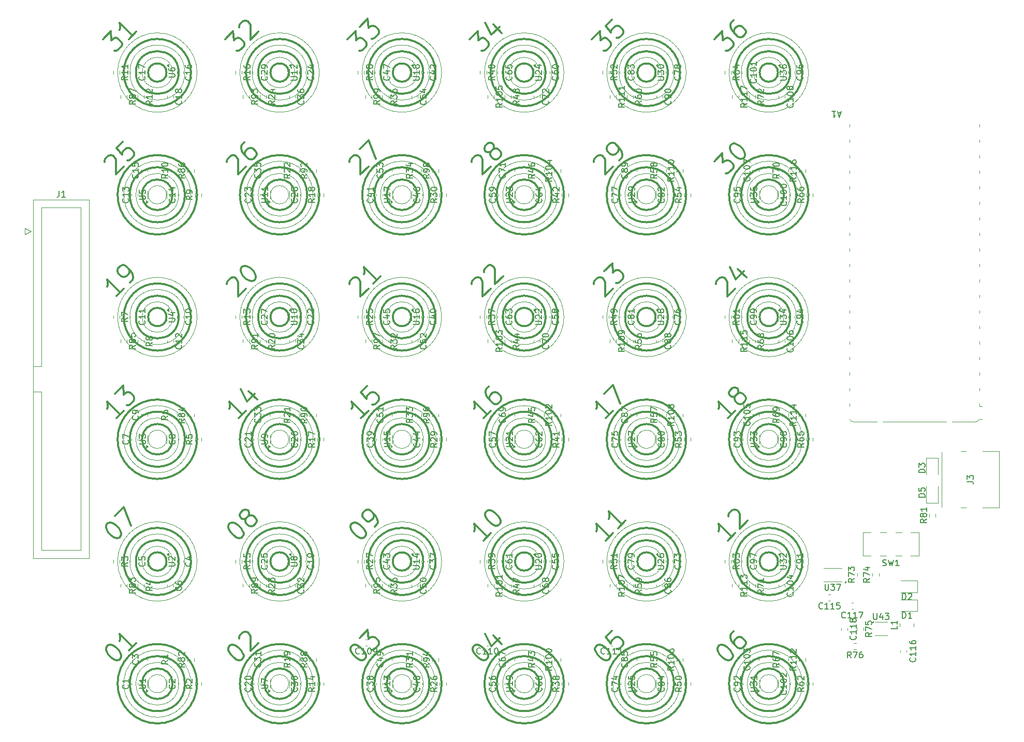
<source format=gbr>
%TF.GenerationSoftware,KiCad,Pcbnew,9.0.1*%
%TF.CreationDate,2025-11-23T11:55:31-07:00*%
%TF.ProjectId,Array,41727261-792e-46b6-9963-61645f706362,rev?*%
%TF.SameCoordinates,Original*%
%TF.FileFunction,Legend,Top*%
%TF.FilePolarity,Positive*%
%FSLAX46Y46*%
G04 Gerber Fmt 4.6, Leading zero omitted, Abs format (unit mm)*
G04 Created by KiCad (PCBNEW 9.0.1) date 2025-11-23 11:55:31*
%MOMM*%
%LPD*%
G01*
G04 APERTURE LIST*
%ADD10C,0.300000*%
%ADD11C,0.375000*%
%ADD12C,0.100000*%
%ADD13C,0.150000*%
%ADD14C,0.120000*%
G04 APERTURE END LIST*
D10*
X91809442Y-86271601D02*
G75*
G02*
X80809442Y-86271601I-5500000J0D01*
G01*
X80809442Y-86271601D02*
G75*
G02*
X91809442Y-86271601I5500000J0D01*
G01*
D11*
X78002869Y-120209694D02*
X78204899Y-120007663D01*
X78204899Y-120007663D02*
X78507945Y-119906648D01*
X78507945Y-119906648D02*
X78709976Y-119906648D01*
X78709976Y-119906648D02*
X79013022Y-120007663D01*
X79013022Y-120007663D02*
X79518098Y-120310709D01*
X79518098Y-120310709D02*
X80023174Y-120815785D01*
X80023174Y-120815785D02*
X80326220Y-121320862D01*
X80326220Y-121320862D02*
X80427235Y-121623907D01*
X80427235Y-121623907D02*
X80427235Y-121825938D01*
X80427235Y-121825938D02*
X80326220Y-122128984D01*
X80326220Y-122128984D02*
X80124189Y-122331014D01*
X80124189Y-122331014D02*
X79821144Y-122432029D01*
X79821144Y-122432029D02*
X79619113Y-122432029D01*
X79619113Y-122432029D02*
X79316067Y-122331014D01*
X79316067Y-122331014D02*
X78810991Y-122027968D01*
X78810991Y-122027968D02*
X78305915Y-121522892D01*
X78305915Y-121522892D02*
X78002869Y-121017816D01*
X78002869Y-121017816D02*
X77901854Y-120714770D01*
X77901854Y-120714770D02*
X77901854Y-120512740D01*
X77901854Y-120512740D02*
X78002869Y-120209694D01*
X80831296Y-119199541D02*
X80528250Y-119300556D01*
X80528250Y-119300556D02*
X80326220Y-119300556D01*
X80326220Y-119300556D02*
X80023174Y-119199541D01*
X80023174Y-119199541D02*
X79922159Y-119098526D01*
X79922159Y-119098526D02*
X79821144Y-118795480D01*
X79821144Y-118795480D02*
X79821144Y-118593450D01*
X79821144Y-118593450D02*
X79922159Y-118290404D01*
X79922159Y-118290404D02*
X80326220Y-117886343D01*
X80326220Y-117886343D02*
X80629266Y-117785328D01*
X80629266Y-117785328D02*
X80831296Y-117785328D01*
X80831296Y-117785328D02*
X81134342Y-117886343D01*
X81134342Y-117886343D02*
X81235357Y-117987358D01*
X81235357Y-117987358D02*
X81336372Y-118290404D01*
X81336372Y-118290404D02*
X81336372Y-118492434D01*
X81336372Y-118492434D02*
X81235357Y-118795480D01*
X81235357Y-118795480D02*
X80831296Y-119199541D01*
X80831296Y-119199541D02*
X80730281Y-119502587D01*
X80730281Y-119502587D02*
X80730281Y-119704617D01*
X80730281Y-119704617D02*
X80831296Y-120007663D01*
X80831296Y-120007663D02*
X81235357Y-120411724D01*
X81235357Y-120411724D02*
X81538403Y-120512739D01*
X81538403Y-120512739D02*
X81740433Y-120512739D01*
X81740433Y-120512739D02*
X82043479Y-120411724D01*
X82043479Y-120411724D02*
X82447540Y-120007663D01*
X82447540Y-120007663D02*
X82548556Y-119704617D01*
X82548556Y-119704617D02*
X82548556Y-119502587D01*
X82548556Y-119502587D02*
X82447540Y-119199541D01*
X82447540Y-119199541D02*
X82043479Y-118795480D01*
X82043479Y-118795480D02*
X81740433Y-118694465D01*
X81740433Y-118694465D02*
X81538403Y-118694465D01*
X81538403Y-118694465D02*
X81235357Y-118795480D01*
D12*
X72809442Y-126271601D02*
G75*
G02*
X59809442Y-126271601I-6500000J0D01*
G01*
X59809442Y-126271601D02*
G75*
G02*
X72809442Y-126271601I6500000J0D01*
G01*
D10*
X72809442Y-146271601D02*
G75*
G02*
X59809442Y-146271601I-6500000J0D01*
G01*
X59809442Y-146271601D02*
G75*
G02*
X72809442Y-146271601I6500000J0D01*
G01*
D12*
X72809442Y-46271601D02*
G75*
G02*
X59809442Y-46271601I-6500000J0D01*
G01*
X59809442Y-46271601D02*
G75*
G02*
X72809442Y-46271601I6500000J0D01*
G01*
X167809442Y-106271601D02*
G75*
G02*
X164809442Y-106271601I-1500000J0D01*
G01*
X164809442Y-106271601D02*
G75*
G02*
X167809442Y-106271601I1500000J0D01*
G01*
D10*
X67809442Y-126271601D02*
G75*
G02*
X64809442Y-126271601I-1500000J0D01*
G01*
X64809442Y-126271601D02*
G75*
G02*
X67809442Y-126271601I1500000J0D01*
G01*
D12*
X130809442Y-46271601D02*
G75*
G02*
X121809442Y-46271601I-4500000J0D01*
G01*
X121809442Y-46271601D02*
G75*
G02*
X130809442Y-46271601I4500000J0D01*
G01*
D10*
X127809442Y-46271601D02*
G75*
G02*
X124809442Y-46271601I-1500000J0D01*
G01*
X124809442Y-46271601D02*
G75*
G02*
X127809442Y-46271601I1500000J0D01*
G01*
D12*
X132809442Y-86271601D02*
G75*
G02*
X119809442Y-86271601I-6500000J0D01*
G01*
X119809442Y-86271601D02*
G75*
G02*
X132809442Y-86271601I6500000J0D01*
G01*
X148809442Y-126271601D02*
G75*
G02*
X143809442Y-126271601I-2500000J0D01*
G01*
X143809442Y-126271601D02*
G75*
G02*
X148809442Y-126271601I2500000J0D01*
G01*
X112809442Y-46271601D02*
G75*
G02*
X99809442Y-46271601I-6500000J0D01*
G01*
X99809442Y-46271601D02*
G75*
G02*
X112809442Y-46271601I6500000J0D01*
G01*
X89809442Y-66271601D02*
G75*
G02*
X82809442Y-66271601I-3500000J0D01*
G01*
X82809442Y-66271601D02*
G75*
G02*
X89809442Y-66271601I3500000J0D01*
G01*
D10*
X108809442Y-146271601D02*
G75*
G02*
X103809442Y-146271601I-2500000J0D01*
G01*
X103809442Y-146271601D02*
G75*
G02*
X108809442Y-146271601I2500000J0D01*
G01*
X92809442Y-106271601D02*
G75*
G02*
X79809442Y-106271601I-6500000J0D01*
G01*
X79809442Y-106271601D02*
G75*
G02*
X92809442Y-106271601I6500000J0D01*
G01*
D12*
X128809442Y-126271601D02*
G75*
G02*
X123809442Y-126271601I-2500000J0D01*
G01*
X123809442Y-126271601D02*
G75*
G02*
X128809442Y-126271601I2500000J0D01*
G01*
D10*
X129809442Y-126271601D02*
G75*
G02*
X122809442Y-126271601I-3500000J0D01*
G01*
X122809442Y-126271601D02*
G75*
G02*
X129809442Y-126271601I3500000J0D01*
G01*
X72809442Y-66271601D02*
G75*
G02*
X59809442Y-66271601I-6500000J0D01*
G01*
X59809442Y-66271601D02*
G75*
G02*
X72809442Y-66271601I6500000J0D01*
G01*
D12*
X129809442Y-66271601D02*
G75*
G02*
X122809442Y-66271601I-3500000J0D01*
G01*
X122809442Y-66271601D02*
G75*
G02*
X129809442Y-66271601I3500000J0D01*
G01*
D10*
X108809442Y-66271601D02*
G75*
G02*
X103809442Y-66271601I-2500000J0D01*
G01*
X103809442Y-66271601D02*
G75*
G02*
X108809442Y-66271601I2500000J0D01*
G01*
X69809442Y-126271601D02*
G75*
G02*
X62809442Y-126271601I-3500000J0D01*
G01*
X62809442Y-126271601D02*
G75*
G02*
X69809442Y-126271601I3500000J0D01*
G01*
D12*
X87809442Y-106271601D02*
G75*
G02*
X84809442Y-106271601I-1500000J0D01*
G01*
X84809442Y-106271601D02*
G75*
G02*
X87809442Y-106271601I1500000J0D01*
G01*
X172809442Y-86271601D02*
G75*
G02*
X159809442Y-86271601I-6500000J0D01*
G01*
X159809442Y-86271601D02*
G75*
G02*
X172809442Y-86271601I6500000J0D01*
G01*
D10*
X112809442Y-106271601D02*
G75*
G02*
X99809442Y-106271601I-6500000J0D01*
G01*
X99809442Y-106271601D02*
G75*
G02*
X112809442Y-106271601I6500000J0D01*
G01*
X110809442Y-66271601D02*
G75*
G02*
X101809442Y-66271601I-4500000J0D01*
G01*
X101809442Y-66271601D02*
G75*
G02*
X110809442Y-66271601I4500000J0D01*
G01*
D12*
X91809442Y-146271601D02*
G75*
G02*
X80809442Y-146271601I-5500000J0D01*
G01*
X80809442Y-146271601D02*
G75*
G02*
X91809442Y-146271601I5500000J0D01*
G01*
D10*
X169809442Y-126271601D02*
G75*
G02*
X162809442Y-126271601I-3500000J0D01*
G01*
X162809442Y-126271601D02*
G75*
G02*
X169809442Y-126271601I3500000J0D01*
G01*
X87809442Y-46271601D02*
G75*
G02*
X84809442Y-46271601I-1500000J0D01*
G01*
X84809442Y-46271601D02*
G75*
G02*
X87809442Y-46271601I1500000J0D01*
G01*
X109809442Y-86271601D02*
G75*
G02*
X102809442Y-86271601I-3500000J0D01*
G01*
X102809442Y-86271601D02*
G75*
G02*
X109809442Y-86271601I3500000J0D01*
G01*
X167809442Y-126271601D02*
G75*
G02*
X164809442Y-126271601I-1500000J0D01*
G01*
X164809442Y-126271601D02*
G75*
G02*
X167809442Y-126271601I1500000J0D01*
G01*
X147809442Y-46271601D02*
G75*
G02*
X144809442Y-46271601I-1500000J0D01*
G01*
X144809442Y-46271601D02*
G75*
G02*
X147809442Y-46271601I1500000J0D01*
G01*
X110809442Y-146271601D02*
G75*
G02*
X101809442Y-146271601I-4500000J0D01*
G01*
X101809442Y-146271601D02*
G75*
G02*
X110809442Y-146271601I4500000J0D01*
G01*
D12*
X127809442Y-146271601D02*
G75*
G02*
X124809442Y-146271601I-1500000J0D01*
G01*
X124809442Y-146271601D02*
G75*
G02*
X127809442Y-146271601I1500000J0D01*
G01*
D10*
X71809442Y-86271601D02*
G75*
G02*
X60809442Y-86271601I-5500000J0D01*
G01*
X60809442Y-86271601D02*
G75*
G02*
X71809442Y-86271601I5500000J0D01*
G01*
D12*
X111809442Y-146271601D02*
G75*
G02*
X100809442Y-146271601I-5500000J0D01*
G01*
X100809442Y-146271601D02*
G75*
G02*
X111809442Y-146271601I5500000J0D01*
G01*
D10*
X89809442Y-126271601D02*
G75*
G02*
X82809442Y-126271601I-3500000J0D01*
G01*
X82809442Y-126271601D02*
G75*
G02*
X89809442Y-126271601I3500000J0D01*
G01*
D12*
X90809442Y-86271601D02*
G75*
G02*
X81809442Y-86271601I-4500000J0D01*
G01*
X81809442Y-86271601D02*
G75*
G02*
X90809442Y-86271601I4500000J0D01*
G01*
D10*
X167809442Y-46271601D02*
G75*
G02*
X164809442Y-46271601I-1500000J0D01*
G01*
X164809442Y-46271601D02*
G75*
G02*
X167809442Y-46271601I1500000J0D01*
G01*
D12*
X150809442Y-46271601D02*
G75*
G02*
X141809442Y-46271601I-4500000J0D01*
G01*
X141809442Y-46271601D02*
G75*
G02*
X150809442Y-46271601I4500000J0D01*
G01*
X71809442Y-66271601D02*
G75*
G02*
X60809442Y-66271601I-5500000J0D01*
G01*
X60809442Y-66271601D02*
G75*
G02*
X71809442Y-66271601I5500000J0D01*
G01*
D10*
X152809442Y-146271601D02*
G75*
G02*
X139809442Y-146271601I-6500000J0D01*
G01*
X139809442Y-146271601D02*
G75*
G02*
X152809442Y-146271601I6500000J0D01*
G01*
D12*
X152809442Y-46271601D02*
G75*
G02*
X139809442Y-46271601I-6500000J0D01*
G01*
X139809442Y-46271601D02*
G75*
G02*
X152809442Y-46271601I6500000J0D01*
G01*
D10*
X150809442Y-146271601D02*
G75*
G02*
X141809442Y-146271601I-4500000J0D01*
G01*
X141809442Y-146271601D02*
G75*
G02*
X150809442Y-146271601I4500000J0D01*
G01*
X131809442Y-46271601D02*
G75*
G02*
X120809442Y-46271601I-5500000J0D01*
G01*
X120809442Y-46271601D02*
G75*
G02*
X131809442Y-46271601I5500000J0D01*
G01*
X172809442Y-66271601D02*
G75*
G02*
X159809442Y-66271601I-6500000J0D01*
G01*
X159809442Y-66271601D02*
G75*
G02*
X172809442Y-66271601I6500000J0D01*
G01*
X108809442Y-106271601D02*
G75*
G02*
X103809442Y-106271601I-2500000J0D01*
G01*
X103809442Y-106271601D02*
G75*
G02*
X108809442Y-106271601I2500000J0D01*
G01*
D12*
X69809442Y-66271601D02*
G75*
G02*
X62809442Y-66271601I-3500000J0D01*
G01*
X62809442Y-66271601D02*
G75*
G02*
X69809442Y-66271601I3500000J0D01*
G01*
D10*
X90809442Y-146271601D02*
G75*
G02*
X81809442Y-146271601I-4500000J0D01*
G01*
X81809442Y-146271601D02*
G75*
G02*
X90809442Y-146271601I4500000J0D01*
G01*
D12*
X168809442Y-126271601D02*
G75*
G02*
X163809442Y-126271601I-2500000J0D01*
G01*
X163809442Y-126271601D02*
G75*
G02*
X168809442Y-126271601I2500000J0D01*
G01*
X90809442Y-126271601D02*
G75*
G02*
X81809442Y-126271601I-4500000J0D01*
G01*
X81809442Y-126271601D02*
G75*
G02*
X90809442Y-126271601I4500000J0D01*
G01*
X88809442Y-86271601D02*
G75*
G02*
X83809442Y-86271601I-2500000J0D01*
G01*
X83809442Y-86271601D02*
G75*
G02*
X88809442Y-86271601I2500000J0D01*
G01*
X129809442Y-106271601D02*
G75*
G02*
X122809442Y-106271601I-3500000J0D01*
G01*
X122809442Y-106271601D02*
G75*
G02*
X129809442Y-106271601I3500000J0D01*
G01*
D10*
X168809442Y-106271601D02*
G75*
G02*
X163809442Y-106271601I-2500000J0D01*
G01*
X163809442Y-106271601D02*
G75*
G02*
X168809442Y-106271601I2500000J0D01*
G01*
X110809442Y-106271601D02*
G75*
G02*
X101809442Y-106271601I-4500000J0D01*
G01*
X101809442Y-106271601D02*
G75*
G02*
X110809442Y-106271601I4500000J0D01*
G01*
X132809442Y-146271601D02*
G75*
G02*
X119809442Y-146271601I-6500000J0D01*
G01*
X119809442Y-146271601D02*
G75*
G02*
X132809442Y-146271601I6500000J0D01*
G01*
D12*
X169809442Y-146271601D02*
G75*
G02*
X162809442Y-146271601I-3500000J0D01*
G01*
X162809442Y-146271601D02*
G75*
G02*
X169809442Y-146271601I3500000J0D01*
G01*
D10*
X131809442Y-126271601D02*
G75*
G02*
X120809442Y-126271601I-5500000J0D01*
G01*
X120809442Y-126271601D02*
G75*
G02*
X131809442Y-126271601I5500000J0D01*
G01*
D12*
X147809442Y-66271601D02*
G75*
G02*
X144809442Y-66271601I-1500000J0D01*
G01*
X144809442Y-66271601D02*
G75*
G02*
X147809442Y-66271601I1500000J0D01*
G01*
X109809442Y-66271601D02*
G75*
G02*
X102809442Y-66271601I-3500000J0D01*
G01*
X102809442Y-66271601D02*
G75*
G02*
X109809442Y-66271601I3500000J0D01*
G01*
D10*
X130809442Y-66271601D02*
G75*
G02*
X121809442Y-66271601I-4500000J0D01*
G01*
X121809442Y-66271601D02*
G75*
G02*
X130809442Y-66271601I4500000J0D01*
G01*
X92809442Y-146271601D02*
G75*
G02*
X79809442Y-146271601I-6500000J0D01*
G01*
X79809442Y-146271601D02*
G75*
G02*
X92809442Y-146271601I6500000J0D01*
G01*
D12*
X148809442Y-46271601D02*
G75*
G02*
X143809442Y-46271601I-2500000J0D01*
G01*
X143809442Y-46271601D02*
G75*
G02*
X148809442Y-46271601I2500000J0D01*
G01*
X172809442Y-46271601D02*
G75*
G02*
X159809442Y-46271601I-6500000J0D01*
G01*
X159809442Y-46271601D02*
G75*
G02*
X172809442Y-46271601I6500000J0D01*
G01*
X88809442Y-126271601D02*
G75*
G02*
X83809442Y-126271601I-2500000J0D01*
G01*
X83809442Y-126271601D02*
G75*
G02*
X88809442Y-126271601I2500000J0D01*
G01*
X112809442Y-86271601D02*
G75*
G02*
X99809442Y-86271601I-6500000J0D01*
G01*
X99809442Y-86271601D02*
G75*
G02*
X112809442Y-86271601I6500000J0D01*
G01*
D10*
X151809442Y-126271601D02*
G75*
G02*
X140809442Y-126271601I-5500000J0D01*
G01*
X140809442Y-126271601D02*
G75*
G02*
X151809442Y-126271601I5500000J0D01*
G01*
D12*
X69809442Y-106271601D02*
G75*
G02*
X62809442Y-106271601I-3500000J0D01*
G01*
X62809442Y-106271601D02*
G75*
G02*
X69809442Y-106271601I3500000J0D01*
G01*
D10*
X112809442Y-146271601D02*
G75*
G02*
X99809442Y-146271601I-6500000J0D01*
G01*
X99809442Y-146271601D02*
G75*
G02*
X112809442Y-146271601I6500000J0D01*
G01*
D12*
X67809442Y-146271601D02*
G75*
G02*
X64809442Y-146271601I-1500000J0D01*
G01*
X64809442Y-146271601D02*
G75*
G02*
X67809442Y-146271601I1500000J0D01*
G01*
D10*
X129809442Y-86271601D02*
G75*
G02*
X122809442Y-86271601I-3500000J0D01*
G01*
X122809442Y-86271601D02*
G75*
G02*
X129809442Y-86271601I3500000J0D01*
G01*
D12*
X150809442Y-126271601D02*
G75*
G02*
X141809442Y-126271601I-4500000J0D01*
G01*
X141809442Y-126271601D02*
G75*
G02*
X150809442Y-126271601I4500000J0D01*
G01*
X92809442Y-126271601D02*
G75*
G02*
X79809442Y-126271601I-6500000J0D01*
G01*
X79809442Y-126271601D02*
G75*
G02*
X92809442Y-126271601I6500000J0D01*
G01*
D10*
X70809442Y-66271601D02*
G75*
G02*
X61809442Y-66271601I-4500000J0D01*
G01*
X61809442Y-66271601D02*
G75*
G02*
X70809442Y-66271601I4500000J0D01*
G01*
X127809442Y-86271601D02*
G75*
G02*
X124809442Y-86271601I-1500000J0D01*
G01*
X124809442Y-86271601D02*
G75*
G02*
X127809442Y-86271601I1500000J0D01*
G01*
X147809442Y-86271601D02*
G75*
G02*
X144809442Y-86271601I-1500000J0D01*
G01*
X144809442Y-86271601D02*
G75*
G02*
X147809442Y-86271601I1500000J0D01*
G01*
X70809442Y-146271601D02*
G75*
G02*
X61809442Y-146271601I-4500000J0D01*
G01*
X61809442Y-146271601D02*
G75*
G02*
X70809442Y-146271601I4500000J0D01*
G01*
D12*
X170809442Y-86271601D02*
G75*
G02*
X161809442Y-86271601I-4500000J0D01*
G01*
X161809442Y-86271601D02*
G75*
G02*
X170809442Y-86271601I4500000J0D01*
G01*
X167809442Y-146271601D02*
G75*
G02*
X164809442Y-146271601I-1500000J0D01*
G01*
X164809442Y-146271601D02*
G75*
G02*
X167809442Y-146271601I1500000J0D01*
G01*
D10*
X132809442Y-66271601D02*
G75*
G02*
X119809442Y-66271601I-6500000J0D01*
G01*
X119809442Y-66271601D02*
G75*
G02*
X132809442Y-66271601I6500000J0D01*
G01*
D12*
X68809442Y-46271601D02*
G75*
G02*
X63809442Y-46271601I-2500000J0D01*
G01*
X63809442Y-46271601D02*
G75*
G02*
X68809442Y-46271601I2500000J0D01*
G01*
D10*
X127809442Y-126271601D02*
G75*
G02*
X124809442Y-126271601I-1500000J0D01*
G01*
X124809442Y-126271601D02*
G75*
G02*
X127809442Y-126271601I1500000J0D01*
G01*
D12*
X127809442Y-106271601D02*
G75*
G02*
X124809442Y-106271601I-1500000J0D01*
G01*
X124809442Y-106271601D02*
G75*
G02*
X127809442Y-106271601I1500000J0D01*
G01*
D10*
X149809442Y-126271601D02*
G75*
G02*
X142809442Y-126271601I-3500000J0D01*
G01*
X142809442Y-126271601D02*
G75*
G02*
X149809442Y-126271601I3500000J0D01*
G01*
D12*
X107809442Y-106271601D02*
G75*
G02*
X104809442Y-106271601I-1500000J0D01*
G01*
X104809442Y-106271601D02*
G75*
G02*
X107809442Y-106271601I1500000J0D01*
G01*
D10*
X107809442Y-46271601D02*
G75*
G02*
X104809442Y-46271601I-1500000J0D01*
G01*
X104809442Y-46271601D02*
G75*
G02*
X107809442Y-46271601I1500000J0D01*
G01*
X150809442Y-66271601D02*
G75*
G02*
X141809442Y-66271601I-4500000J0D01*
G01*
X141809442Y-66271601D02*
G75*
G02*
X150809442Y-66271601I4500000J0D01*
G01*
X171809442Y-46271601D02*
G75*
G02*
X160809442Y-46271601I-5500000J0D01*
G01*
X160809442Y-46271601D02*
G75*
G02*
X171809442Y-46271601I5500000J0D01*
G01*
X168809442Y-66271601D02*
G75*
G02*
X163809442Y-66271601I-2500000J0D01*
G01*
X163809442Y-66271601D02*
G75*
G02*
X168809442Y-66271601I2500000J0D01*
G01*
D12*
X169809442Y-106271601D02*
G75*
G02*
X162809442Y-106271601I-3500000J0D01*
G01*
X162809442Y-106271601D02*
G75*
G02*
X169809442Y-106271601I3500000J0D01*
G01*
X151809442Y-106271601D02*
G75*
G02*
X140809442Y-106271601I-5500000J0D01*
G01*
X140809442Y-106271601D02*
G75*
G02*
X151809442Y-106271601I5500000J0D01*
G01*
D10*
X128809442Y-146271601D02*
G75*
G02*
X123809442Y-146271601I-2500000J0D01*
G01*
X123809442Y-146271601D02*
G75*
G02*
X128809442Y-146271601I2500000J0D01*
G01*
D12*
X149809442Y-106271601D02*
G75*
G02*
X142809442Y-106271601I-3500000J0D01*
G01*
X142809442Y-106271601D02*
G75*
G02*
X149809442Y-106271601I3500000J0D01*
G01*
X131809442Y-106271601D02*
G75*
G02*
X120809442Y-106271601I-5500000J0D01*
G01*
X120809442Y-106271601D02*
G75*
G02*
X131809442Y-106271601I5500000J0D01*
G01*
X168809442Y-86271601D02*
G75*
G02*
X163809442Y-86271601I-2500000J0D01*
G01*
X163809442Y-86271601D02*
G75*
G02*
X168809442Y-86271601I2500000J0D01*
G01*
X129809442Y-146271601D02*
G75*
G02*
X122809442Y-146271601I-3500000J0D01*
G01*
X122809442Y-146271601D02*
G75*
G02*
X129809442Y-146271601I3500000J0D01*
G01*
X149809442Y-66271601D02*
G75*
G02*
X142809442Y-66271601I-3500000J0D01*
G01*
X142809442Y-66271601D02*
G75*
G02*
X149809442Y-66271601I3500000J0D01*
G01*
D10*
X69809442Y-86271601D02*
G75*
G02*
X62809442Y-86271601I-3500000J0D01*
G01*
X62809442Y-86271601D02*
G75*
G02*
X69809442Y-86271601I3500000J0D01*
G01*
X72809442Y-106271601D02*
G75*
G02*
X59809442Y-106271601I-6500000J0D01*
G01*
X59809442Y-106271601D02*
G75*
G02*
X72809442Y-106271601I6500000J0D01*
G01*
D12*
X171809442Y-66271601D02*
G75*
G02*
X160809442Y-66271601I-5500000J0D01*
G01*
X160809442Y-66271601D02*
G75*
G02*
X171809442Y-66271601I5500000J0D01*
G01*
X127809442Y-66271601D02*
G75*
G02*
X124809442Y-66271601I-1500000J0D01*
G01*
X124809442Y-66271601D02*
G75*
G02*
X127809442Y-66271601I1500000J0D01*
G01*
X68809442Y-126271601D02*
G75*
G02*
X63809442Y-126271601I-2500000J0D01*
G01*
X63809442Y-126271601D02*
G75*
G02*
X68809442Y-126271601I2500000J0D01*
G01*
D10*
X169809442Y-86271601D02*
G75*
G02*
X162809442Y-86271601I-3500000J0D01*
G01*
X162809442Y-86271601D02*
G75*
G02*
X169809442Y-86271601I3500000J0D01*
G01*
X130809442Y-106271601D02*
G75*
G02*
X121809442Y-106271601I-4500000J0D01*
G01*
X121809442Y-106271601D02*
G75*
G02*
X130809442Y-106271601I4500000J0D01*
G01*
D12*
X90809442Y-46271601D02*
G75*
G02*
X81809442Y-46271601I-4500000J0D01*
G01*
X81809442Y-46271601D02*
G75*
G02*
X90809442Y-46271601I4500000J0D01*
G01*
D10*
X172809442Y-106271601D02*
G75*
G02*
X159809442Y-106271601I-6500000J0D01*
G01*
X159809442Y-106271601D02*
G75*
G02*
X172809442Y-106271601I6500000J0D01*
G01*
X151809442Y-86271601D02*
G75*
G02*
X140809442Y-86271601I-5500000J0D01*
G01*
X140809442Y-86271601D02*
G75*
G02*
X151809442Y-86271601I5500000J0D01*
G01*
X68809442Y-66271601D02*
G75*
G02*
X63809442Y-66271601I-2500000J0D01*
G01*
X63809442Y-66271601D02*
G75*
G02*
X68809442Y-66271601I2500000J0D01*
G01*
X87809442Y-86271601D02*
G75*
G02*
X84809442Y-86271601I-1500000J0D01*
G01*
X84809442Y-86271601D02*
G75*
G02*
X87809442Y-86271601I1500000J0D01*
G01*
X169809442Y-46271601D02*
G75*
G02*
X162809442Y-46271601I-3500000J0D01*
G01*
X162809442Y-46271601D02*
G75*
G02*
X169809442Y-46271601I3500000J0D01*
G01*
D12*
X71809442Y-146271601D02*
G75*
G02*
X60809442Y-146271601I-5500000J0D01*
G01*
X60809442Y-146271601D02*
G75*
G02*
X71809442Y-146271601I5500000J0D01*
G01*
X171809442Y-106271601D02*
G75*
G02*
X160809442Y-106271601I-5500000J0D01*
G01*
X160809442Y-106271601D02*
G75*
G02*
X171809442Y-106271601I5500000J0D01*
G01*
D10*
X147809442Y-126271601D02*
G75*
G02*
X144809442Y-126271601I-1500000J0D01*
G01*
X144809442Y-126271601D02*
G75*
G02*
X147809442Y-126271601I1500000J0D01*
G01*
D12*
X170809442Y-126271601D02*
G75*
G02*
X161809442Y-126271601I-4500000J0D01*
G01*
X161809442Y-126271601D02*
G75*
G02*
X170809442Y-126271601I4500000J0D01*
G01*
D10*
X91809442Y-46271601D02*
G75*
G02*
X80809442Y-46271601I-5500000J0D01*
G01*
X80809442Y-46271601D02*
G75*
G02*
X91809442Y-46271601I5500000J0D01*
G01*
D12*
X169809442Y-66271601D02*
G75*
G02*
X162809442Y-66271601I-3500000J0D01*
G01*
X162809442Y-66271601D02*
G75*
G02*
X169809442Y-66271601I3500000J0D01*
G01*
D10*
X149809442Y-86271601D02*
G75*
G02*
X142809442Y-86271601I-3500000J0D01*
G01*
X142809442Y-86271601D02*
G75*
G02*
X149809442Y-86271601I3500000J0D01*
G01*
D12*
X110809442Y-126271601D02*
G75*
G02*
X101809442Y-126271601I-4500000J0D01*
G01*
X101809442Y-126271601D02*
G75*
G02*
X110809442Y-126271601I4500000J0D01*
G01*
X107809442Y-66271601D02*
G75*
G02*
X104809442Y-66271601I-1500000J0D01*
G01*
X104809442Y-66271601D02*
G75*
G02*
X107809442Y-66271601I1500000J0D01*
G01*
X111809442Y-66271601D02*
G75*
G02*
X100809442Y-66271601I-5500000J0D01*
G01*
X100809442Y-66271601D02*
G75*
G02*
X111809442Y-66271601I5500000J0D01*
G01*
X108809442Y-86271601D02*
G75*
G02*
X103809442Y-86271601I-2500000J0D01*
G01*
X103809442Y-86271601D02*
G75*
G02*
X108809442Y-86271601I2500000J0D01*
G01*
X70809442Y-86271601D02*
G75*
G02*
X61809442Y-86271601I-4500000J0D01*
G01*
X61809442Y-86271601D02*
G75*
G02*
X70809442Y-86271601I4500000J0D01*
G01*
D10*
X68809442Y-146271601D02*
G75*
G02*
X63809442Y-146271601I-2500000J0D01*
G01*
X63809442Y-146271601D02*
G75*
G02*
X68809442Y-146271601I2500000J0D01*
G01*
X171809442Y-126271601D02*
G75*
G02*
X160809442Y-126271601I-5500000J0D01*
G01*
X160809442Y-126271601D02*
G75*
G02*
X171809442Y-126271601I5500000J0D01*
G01*
D12*
X87809442Y-146271601D02*
G75*
G02*
X84809442Y-146271601I-1500000J0D01*
G01*
X84809442Y-146271601D02*
G75*
G02*
X87809442Y-146271601I1500000J0D01*
G01*
X130809442Y-126271601D02*
G75*
G02*
X121809442Y-126271601I-4500000J0D01*
G01*
X121809442Y-126271601D02*
G75*
G02*
X130809442Y-126271601I4500000J0D01*
G01*
X131809442Y-146271601D02*
G75*
G02*
X120809442Y-146271601I-5500000J0D01*
G01*
X120809442Y-146271601D02*
G75*
G02*
X131809442Y-146271601I5500000J0D01*
G01*
X172809442Y-126271601D02*
G75*
G02*
X159809442Y-126271601I-6500000J0D01*
G01*
X159809442Y-126271601D02*
G75*
G02*
X172809442Y-126271601I6500000J0D01*
G01*
D10*
X170809442Y-66271601D02*
G75*
G02*
X161809442Y-66271601I-4500000J0D01*
G01*
X161809442Y-66271601D02*
G75*
G02*
X170809442Y-66271601I4500000J0D01*
G01*
X148809442Y-146271601D02*
G75*
G02*
X143809442Y-146271601I-2500000J0D01*
G01*
X143809442Y-146271601D02*
G75*
G02*
X148809442Y-146271601I2500000J0D01*
G01*
X109809442Y-46271601D02*
G75*
G02*
X102809442Y-46271601I-3500000J0D01*
G01*
X102809442Y-46271601D02*
G75*
G02*
X109809442Y-46271601I3500000J0D01*
G01*
D12*
X152809442Y-86271601D02*
G75*
G02*
X139809442Y-86271601I-6500000J0D01*
G01*
X139809442Y-86271601D02*
G75*
G02*
X152809442Y-86271601I6500000J0D01*
G01*
D10*
X148809442Y-66271601D02*
G75*
G02*
X143809442Y-66271601I-2500000J0D01*
G01*
X143809442Y-66271601D02*
G75*
G02*
X148809442Y-66271601I2500000J0D01*
G01*
D12*
X92809442Y-46271601D02*
G75*
G02*
X79809442Y-46271601I-6500000J0D01*
G01*
X79809442Y-46271601D02*
G75*
G02*
X92809442Y-46271601I6500000J0D01*
G01*
D10*
X112809442Y-66271601D02*
G75*
G02*
X99809442Y-66271601I-6500000J0D01*
G01*
X99809442Y-66271601D02*
G75*
G02*
X112809442Y-66271601I6500000J0D01*
G01*
D12*
X91809442Y-66271601D02*
G75*
G02*
X80809442Y-66271601I-5500000J0D01*
G01*
X80809442Y-66271601D02*
G75*
G02*
X91809442Y-66271601I5500000J0D01*
G01*
X109809442Y-146271601D02*
G75*
G02*
X102809442Y-146271601I-3500000J0D01*
G01*
X102809442Y-146271601D02*
G75*
G02*
X109809442Y-146271601I3500000J0D01*
G01*
D10*
X71809442Y-46271601D02*
G75*
G02*
X60809442Y-46271601I-5500000J0D01*
G01*
X60809442Y-46271601D02*
G75*
G02*
X71809442Y-46271601I5500000J0D01*
G01*
D12*
X71809442Y-106271601D02*
G75*
G02*
X60809442Y-106271601I-5500000J0D01*
G01*
X60809442Y-106271601D02*
G75*
G02*
X71809442Y-106271601I5500000J0D01*
G01*
D10*
X90809442Y-66271601D02*
G75*
G02*
X81809442Y-66271601I-4500000J0D01*
G01*
X81809442Y-66271601D02*
G75*
G02*
X90809442Y-66271601I4500000J0D01*
G01*
X129809442Y-46271601D02*
G75*
G02*
X122809442Y-46271601I-3500000J0D01*
G01*
X122809442Y-46271601D02*
G75*
G02*
X129809442Y-46271601I3500000J0D01*
G01*
D12*
X171809442Y-146271601D02*
G75*
G02*
X160809442Y-146271601I-5500000J0D01*
G01*
X160809442Y-146271601D02*
G75*
G02*
X171809442Y-146271601I5500000J0D01*
G01*
X109809442Y-106271601D02*
G75*
G02*
X102809442Y-106271601I-3500000J0D01*
G01*
X102809442Y-106271601D02*
G75*
G02*
X109809442Y-106271601I3500000J0D01*
G01*
X110809442Y-86271601D02*
G75*
G02*
X101809442Y-86271601I-4500000J0D01*
G01*
X101809442Y-86271601D02*
G75*
G02*
X110809442Y-86271601I4500000J0D01*
G01*
D10*
X168809442Y-146271601D02*
G75*
G02*
X163809442Y-146271601I-2500000J0D01*
G01*
X163809442Y-146271601D02*
G75*
G02*
X168809442Y-146271601I2500000J0D01*
G01*
D12*
X108809442Y-126271601D02*
G75*
G02*
X103809442Y-126271601I-2500000J0D01*
G01*
X103809442Y-126271601D02*
G75*
G02*
X108809442Y-126271601I2500000J0D01*
G01*
X150809442Y-86271601D02*
G75*
G02*
X141809442Y-86271601I-4500000J0D01*
G01*
X141809442Y-86271601D02*
G75*
G02*
X150809442Y-86271601I4500000J0D01*
G01*
X112809442Y-126271601D02*
G75*
G02*
X99809442Y-126271601I-6500000J0D01*
G01*
X99809442Y-126271601D02*
G75*
G02*
X112809442Y-126271601I6500000J0D01*
G01*
X170809442Y-46271601D02*
G75*
G02*
X161809442Y-46271601I-4500000J0D01*
G01*
X161809442Y-46271601D02*
G75*
G02*
X170809442Y-46271601I4500000J0D01*
G01*
X128809442Y-46271601D02*
G75*
G02*
X123809442Y-46271601I-2500000J0D01*
G01*
X123809442Y-46271601D02*
G75*
G02*
X128809442Y-46271601I2500000J0D01*
G01*
X89809442Y-106271601D02*
G75*
G02*
X82809442Y-106271601I-3500000J0D01*
G01*
X82809442Y-106271601D02*
G75*
G02*
X89809442Y-106271601I3500000J0D01*
G01*
X131809442Y-66271601D02*
G75*
G02*
X120809442Y-66271601I-5500000J0D01*
G01*
X120809442Y-66271601D02*
G75*
G02*
X131809442Y-66271601I5500000J0D01*
G01*
X107809442Y-146271601D02*
G75*
G02*
X104809442Y-146271601I-1500000J0D01*
G01*
X104809442Y-146271601D02*
G75*
G02*
X107809442Y-146271601I1500000J0D01*
G01*
D10*
X88809442Y-66271601D02*
G75*
G02*
X83809442Y-66271601I-2500000J0D01*
G01*
X83809442Y-66271601D02*
G75*
G02*
X88809442Y-66271601I2500000J0D01*
G01*
X128809442Y-106271601D02*
G75*
G02*
X123809442Y-106271601I-2500000J0D01*
G01*
X123809442Y-106271601D02*
G75*
G02*
X128809442Y-106271601I2500000J0D01*
G01*
X67809442Y-86271601D02*
G75*
G02*
X64809442Y-86271601I-1500000J0D01*
G01*
X64809442Y-86271601D02*
G75*
G02*
X67809442Y-86271601I1500000J0D01*
G01*
D12*
X87809442Y-66271601D02*
G75*
G02*
X84809442Y-66271601I-1500000J0D01*
G01*
X84809442Y-66271601D02*
G75*
G02*
X87809442Y-66271601I1500000J0D01*
G01*
X151809442Y-146271601D02*
G75*
G02*
X140809442Y-146271601I-5500000J0D01*
G01*
X140809442Y-146271601D02*
G75*
G02*
X151809442Y-146271601I5500000J0D01*
G01*
X67809442Y-106271601D02*
G75*
G02*
X64809442Y-106271601I-1500000J0D01*
G01*
X64809442Y-106271601D02*
G75*
G02*
X67809442Y-106271601I1500000J0D01*
G01*
X167809442Y-66271601D02*
G75*
G02*
X164809442Y-66271601I-1500000J0D01*
G01*
X164809442Y-66271601D02*
G75*
G02*
X167809442Y-66271601I1500000J0D01*
G01*
D10*
X67809442Y-46271601D02*
G75*
G02*
X64809442Y-46271601I-1500000J0D01*
G01*
X64809442Y-46271601D02*
G75*
G02*
X67809442Y-46271601I1500000J0D01*
G01*
D12*
X70809442Y-46271601D02*
G75*
G02*
X61809442Y-46271601I-4500000J0D01*
G01*
X61809442Y-46271601D02*
G75*
G02*
X70809442Y-46271601I4500000J0D01*
G01*
D10*
X71809442Y-126271601D02*
G75*
G02*
X60809442Y-126271601I-5500000J0D01*
G01*
X60809442Y-126271601D02*
G75*
G02*
X71809442Y-126271601I5500000J0D01*
G01*
X88809442Y-106271601D02*
G75*
G02*
X83809442Y-106271601I-2500000J0D01*
G01*
X83809442Y-106271601D02*
G75*
G02*
X88809442Y-106271601I2500000J0D01*
G01*
X171809442Y-86271601D02*
G75*
G02*
X160809442Y-86271601I-5500000J0D01*
G01*
X160809442Y-86271601D02*
G75*
G02*
X171809442Y-86271601I5500000J0D01*
G01*
X152809442Y-106271601D02*
G75*
G02*
X139809442Y-106271601I-6500000J0D01*
G01*
X139809442Y-106271601D02*
G75*
G02*
X152809442Y-106271601I6500000J0D01*
G01*
D12*
X108809442Y-46271601D02*
G75*
G02*
X103809442Y-46271601I-2500000J0D01*
G01*
X103809442Y-46271601D02*
G75*
G02*
X108809442Y-46271601I2500000J0D01*
G01*
D10*
X68809442Y-106271601D02*
G75*
G02*
X63809442Y-106271601I-2500000J0D01*
G01*
X63809442Y-106271601D02*
G75*
G02*
X68809442Y-106271601I2500000J0D01*
G01*
D12*
X148809442Y-86271601D02*
G75*
G02*
X143809442Y-86271601I-2500000J0D01*
G01*
X143809442Y-86271601D02*
G75*
G02*
X148809442Y-86271601I2500000J0D01*
G01*
X67809442Y-66271601D02*
G75*
G02*
X64809442Y-66271601I-1500000J0D01*
G01*
X64809442Y-66271601D02*
G75*
G02*
X67809442Y-66271601I1500000J0D01*
G01*
D10*
X151809442Y-46271601D02*
G75*
G02*
X140809442Y-46271601I-5500000J0D01*
G01*
X140809442Y-46271601D02*
G75*
G02*
X151809442Y-46271601I5500000J0D01*
G01*
D12*
X72809442Y-86271601D02*
G75*
G02*
X59809442Y-86271601I-6500000J0D01*
G01*
X59809442Y-86271601D02*
G75*
G02*
X72809442Y-86271601I6500000J0D01*
G01*
X130809442Y-86271601D02*
G75*
G02*
X121809442Y-86271601I-4500000J0D01*
G01*
X121809442Y-86271601D02*
G75*
G02*
X130809442Y-86271601I4500000J0D01*
G01*
D10*
X130809442Y-146271601D02*
G75*
G02*
X121809442Y-146271601I-4500000J0D01*
G01*
X121809442Y-146271601D02*
G75*
G02*
X130809442Y-146271601I4500000J0D01*
G01*
X148809442Y-106271601D02*
G75*
G02*
X143809442Y-106271601I-2500000J0D01*
G01*
X143809442Y-106271601D02*
G75*
G02*
X148809442Y-106271601I2500000J0D01*
G01*
D12*
X132809442Y-126271601D02*
G75*
G02*
X119809442Y-126271601I-6500000J0D01*
G01*
X119809442Y-126271601D02*
G75*
G02*
X132809442Y-126271601I6500000J0D01*
G01*
D10*
X69809442Y-46271601D02*
G75*
G02*
X62809442Y-46271601I-3500000J0D01*
G01*
X62809442Y-46271601D02*
G75*
G02*
X69809442Y-46271601I3500000J0D01*
G01*
X107809442Y-126271601D02*
G75*
G02*
X104809442Y-126271601I-1500000J0D01*
G01*
X104809442Y-126271601D02*
G75*
G02*
X107809442Y-126271601I1500000J0D01*
G01*
D12*
X147809442Y-106271601D02*
G75*
G02*
X144809442Y-106271601I-1500000J0D01*
G01*
X144809442Y-106271601D02*
G75*
G02*
X147809442Y-106271601I1500000J0D01*
G01*
X128809442Y-86271601D02*
G75*
G02*
X123809442Y-86271601I-2500000J0D01*
G01*
X123809442Y-86271601D02*
G75*
G02*
X128809442Y-86271601I2500000J0D01*
G01*
D10*
X92809442Y-66271601D02*
G75*
G02*
X79809442Y-66271601I-6500000J0D01*
G01*
X79809442Y-66271601D02*
G75*
G02*
X92809442Y-66271601I6500000J0D01*
G01*
D12*
X149809442Y-146271601D02*
G75*
G02*
X142809442Y-146271601I-3500000J0D01*
G01*
X142809442Y-146271601D02*
G75*
G02*
X149809442Y-146271601I3500000J0D01*
G01*
D10*
X91809442Y-126271601D02*
G75*
G02*
X80809442Y-126271601I-5500000J0D01*
G01*
X80809442Y-126271601D02*
G75*
G02*
X91809442Y-126271601I5500000J0D01*
G01*
X87809442Y-126271601D02*
G75*
G02*
X84809442Y-126271601I-1500000J0D01*
G01*
X84809442Y-126271601D02*
G75*
G02*
X87809442Y-126271601I1500000J0D01*
G01*
X170809442Y-146271601D02*
G75*
G02*
X161809442Y-146271601I-4500000J0D01*
G01*
X161809442Y-146271601D02*
G75*
G02*
X170809442Y-146271601I4500000J0D01*
G01*
D12*
X91809442Y-106271601D02*
G75*
G02*
X80809442Y-106271601I-5500000J0D01*
G01*
X80809442Y-106271601D02*
G75*
G02*
X91809442Y-106271601I5500000J0D01*
G01*
D10*
X172809442Y-146271601D02*
G75*
G02*
X159809442Y-146271601I-6500000J0D01*
G01*
X159809442Y-146271601D02*
G75*
G02*
X172809442Y-146271601I6500000J0D01*
G01*
X90809442Y-106271601D02*
G75*
G02*
X81809442Y-106271601I-4500000J0D01*
G01*
X81809442Y-106271601D02*
G75*
G02*
X90809442Y-106271601I4500000J0D01*
G01*
X132809442Y-106271601D02*
G75*
G02*
X119809442Y-106271601I-6500000J0D01*
G01*
X119809442Y-106271601D02*
G75*
G02*
X132809442Y-106271601I6500000J0D01*
G01*
X128809442Y-66271601D02*
G75*
G02*
X123809442Y-66271601I-2500000J0D01*
G01*
X123809442Y-66271601D02*
G75*
G02*
X128809442Y-66271601I2500000J0D01*
G01*
D12*
X68809442Y-86271601D02*
G75*
G02*
X63809442Y-86271601I-2500000J0D01*
G01*
X63809442Y-86271601D02*
G75*
G02*
X68809442Y-86271601I2500000J0D01*
G01*
X168809442Y-46271601D02*
G75*
G02*
X163809442Y-46271601I-2500000J0D01*
G01*
X163809442Y-46271601D02*
G75*
G02*
X168809442Y-46271601I2500000J0D01*
G01*
D10*
X107809442Y-86271601D02*
G75*
G02*
X104809442Y-86271601I-1500000J0D01*
G01*
X104809442Y-86271601D02*
G75*
G02*
X107809442Y-86271601I1500000J0D01*
G01*
D12*
X151809442Y-66271601D02*
G75*
G02*
X140809442Y-66271601I-5500000J0D01*
G01*
X140809442Y-66271601D02*
G75*
G02*
X151809442Y-66271601I5500000J0D01*
G01*
D10*
X88809442Y-146271601D02*
G75*
G02*
X83809442Y-146271601I-2500000J0D01*
G01*
X83809442Y-146271601D02*
G75*
G02*
X88809442Y-146271601I2500000J0D01*
G01*
D12*
X132809442Y-46271601D02*
G75*
G02*
X119809442Y-46271601I-6500000J0D01*
G01*
X119809442Y-46271601D02*
G75*
G02*
X132809442Y-46271601I6500000J0D01*
G01*
X89809442Y-146271601D02*
G75*
G02*
X82809442Y-146271601I-3500000J0D01*
G01*
X82809442Y-146271601D02*
G75*
G02*
X89809442Y-146271601I3500000J0D01*
G01*
D10*
X170809442Y-106271601D02*
G75*
G02*
X161809442Y-106271601I-4500000J0D01*
G01*
X161809442Y-106271601D02*
G75*
G02*
X170809442Y-106271601I4500000J0D01*
G01*
D12*
X110809442Y-46271601D02*
G75*
G02*
X101809442Y-46271601I-4500000J0D01*
G01*
X101809442Y-46271601D02*
G75*
G02*
X110809442Y-46271601I4500000J0D01*
G01*
D10*
X111809442Y-86271601D02*
G75*
G02*
X100809442Y-86271601I-5500000J0D01*
G01*
X100809442Y-86271601D02*
G75*
G02*
X111809442Y-86271601I5500000J0D01*
G01*
X131809442Y-86271601D02*
G75*
G02*
X120809442Y-86271601I-5500000J0D01*
G01*
X120809442Y-86271601D02*
G75*
G02*
X131809442Y-86271601I5500000J0D01*
G01*
D12*
X69809442Y-146271601D02*
G75*
G02*
X62809442Y-146271601I-3500000J0D01*
G01*
X62809442Y-146271601D02*
G75*
G02*
X69809442Y-146271601I3500000J0D01*
G01*
D10*
X167809442Y-86271601D02*
G75*
G02*
X164809442Y-86271601I-1500000J0D01*
G01*
X164809442Y-86271601D02*
G75*
G02*
X167809442Y-86271601I1500000J0D01*
G01*
X70809442Y-106271601D02*
G75*
G02*
X61809442Y-106271601I-4500000J0D01*
G01*
X61809442Y-106271601D02*
G75*
G02*
X70809442Y-106271601I4500000J0D01*
G01*
D12*
X88809442Y-46271601D02*
G75*
G02*
X83809442Y-46271601I-2500000J0D01*
G01*
X83809442Y-46271601D02*
G75*
G02*
X88809442Y-46271601I2500000J0D01*
G01*
X147809442Y-146271601D02*
G75*
G02*
X144809442Y-146271601I-1500000J0D01*
G01*
X144809442Y-146271601D02*
G75*
G02*
X147809442Y-146271601I1500000J0D01*
G01*
D10*
X111809442Y-126271601D02*
G75*
G02*
X100809442Y-126271601I-5500000J0D01*
G01*
X100809442Y-126271601D02*
G75*
G02*
X111809442Y-126271601I5500000J0D01*
G01*
X89809442Y-86271601D02*
G75*
G02*
X82809442Y-86271601I-3500000J0D01*
G01*
X82809442Y-86271601D02*
G75*
G02*
X89809442Y-86271601I3500000J0D01*
G01*
X150809442Y-106271601D02*
G75*
G02*
X141809442Y-106271601I-4500000J0D01*
G01*
X141809442Y-106271601D02*
G75*
G02*
X150809442Y-106271601I4500000J0D01*
G01*
X89809442Y-46271601D02*
G75*
G02*
X82809442Y-46271601I-3500000J0D01*
G01*
X82809442Y-46271601D02*
G75*
G02*
X89809442Y-46271601I3500000J0D01*
G01*
D12*
X70809442Y-126271601D02*
G75*
G02*
X61809442Y-126271601I-4500000J0D01*
G01*
X61809442Y-126271601D02*
G75*
G02*
X70809442Y-126271601I4500000J0D01*
G01*
X111809442Y-106271601D02*
G75*
G02*
X100809442Y-106271601I-5500000J0D01*
G01*
X100809442Y-106271601D02*
G75*
G02*
X111809442Y-106271601I5500000J0D01*
G01*
D10*
X109809442Y-126271601D02*
G75*
G02*
X102809442Y-126271601I-3500000J0D01*
G01*
X102809442Y-126271601D02*
G75*
G02*
X109809442Y-126271601I3500000J0D01*
G01*
D12*
X92809442Y-86271601D02*
G75*
G02*
X79809442Y-86271601I-6500000J0D01*
G01*
X79809442Y-86271601D02*
G75*
G02*
X92809442Y-86271601I6500000J0D01*
G01*
X152809442Y-126271601D02*
G75*
G02*
X139809442Y-126271601I-6500000J0D01*
G01*
X139809442Y-126271601D02*
G75*
G02*
X152809442Y-126271601I6500000J0D01*
G01*
D10*
X111809442Y-46271601D02*
G75*
G02*
X100809442Y-46271601I-5500000J0D01*
G01*
X100809442Y-46271601D02*
G75*
G02*
X111809442Y-46271601I5500000J0D01*
G01*
X152809442Y-66271601D02*
G75*
G02*
X139809442Y-66271601I-6500000J0D01*
G01*
X139809442Y-66271601D02*
G75*
G02*
X152809442Y-66271601I6500000J0D01*
G01*
X149809442Y-46271601D02*
G75*
G02*
X142809442Y-46271601I-3500000J0D01*
G01*
X142809442Y-46271601D02*
G75*
G02*
X149809442Y-46271601I3500000J0D01*
G01*
D11*
X117699823Y-60916801D02*
X117699823Y-60714770D01*
X117699823Y-60714770D02*
X117800838Y-60411724D01*
X117800838Y-60411724D02*
X118305915Y-59906648D01*
X118305915Y-59906648D02*
X118608961Y-59805633D01*
X118608961Y-59805633D02*
X118810991Y-59805633D01*
X118810991Y-59805633D02*
X119114037Y-59906648D01*
X119114037Y-59906648D02*
X119316067Y-60108679D01*
X119316067Y-60108679D02*
X119518098Y-60512740D01*
X119518098Y-60512740D02*
X119518098Y-62937106D01*
X119518098Y-62937106D02*
X120831296Y-61623907D01*
X120831296Y-59199541D02*
X120528250Y-59300556D01*
X120528250Y-59300556D02*
X120326220Y-59300556D01*
X120326220Y-59300556D02*
X120023174Y-59199541D01*
X120023174Y-59199541D02*
X119922159Y-59098526D01*
X119922159Y-59098526D02*
X119821144Y-58795480D01*
X119821144Y-58795480D02*
X119821144Y-58593450D01*
X119821144Y-58593450D02*
X119922159Y-58290404D01*
X119922159Y-58290404D02*
X120326220Y-57886343D01*
X120326220Y-57886343D02*
X120629266Y-57785328D01*
X120629266Y-57785328D02*
X120831296Y-57785328D01*
X120831296Y-57785328D02*
X121134342Y-57886343D01*
X121134342Y-57886343D02*
X121235357Y-57987358D01*
X121235357Y-57987358D02*
X121336372Y-58290404D01*
X121336372Y-58290404D02*
X121336372Y-58492434D01*
X121336372Y-58492434D02*
X121235357Y-58795480D01*
X121235357Y-58795480D02*
X120831296Y-59199541D01*
X120831296Y-59199541D02*
X120730281Y-59502587D01*
X120730281Y-59502587D02*
X120730281Y-59704617D01*
X120730281Y-59704617D02*
X120831296Y-60007663D01*
X120831296Y-60007663D02*
X121235357Y-60411724D01*
X121235357Y-60411724D02*
X121538403Y-60512739D01*
X121538403Y-60512739D02*
X121740433Y-60512739D01*
X121740433Y-60512739D02*
X122043479Y-60411724D01*
X122043479Y-60411724D02*
X122447540Y-60007663D01*
X122447540Y-60007663D02*
X122548556Y-59704617D01*
X122548556Y-59704617D02*
X122548556Y-59502587D01*
X122548556Y-59502587D02*
X122447540Y-59199541D01*
X122447540Y-59199541D02*
X122043479Y-58795480D01*
X122043479Y-58795480D02*
X121740433Y-58694465D01*
X121740433Y-58694465D02*
X121538403Y-58694465D01*
X121538403Y-58694465D02*
X121235357Y-58795480D01*
X137699823Y-80916801D02*
X137699823Y-80714770D01*
X137699823Y-80714770D02*
X137800838Y-80411724D01*
X137800838Y-80411724D02*
X138305915Y-79906648D01*
X138305915Y-79906648D02*
X138608961Y-79805633D01*
X138608961Y-79805633D02*
X138810991Y-79805633D01*
X138810991Y-79805633D02*
X139114037Y-79906648D01*
X139114037Y-79906648D02*
X139316067Y-80108679D01*
X139316067Y-80108679D02*
X139518098Y-80512740D01*
X139518098Y-80512740D02*
X139518098Y-82937106D01*
X139518098Y-82937106D02*
X140831296Y-81623907D01*
X139417083Y-78795480D02*
X140730281Y-77482282D01*
X140730281Y-77482282D02*
X140831296Y-78997511D01*
X140831296Y-78997511D02*
X141134342Y-78694465D01*
X141134342Y-78694465D02*
X141437388Y-78593450D01*
X141437388Y-78593450D02*
X141639418Y-78593450D01*
X141639418Y-78593450D02*
X141942464Y-78694465D01*
X141942464Y-78694465D02*
X142447540Y-79199541D01*
X142447540Y-79199541D02*
X142548556Y-79502587D01*
X142548556Y-79502587D02*
X142548556Y-79704617D01*
X142548556Y-79704617D02*
X142447540Y-80007663D01*
X142447540Y-80007663D02*
X141841449Y-80613755D01*
X141841449Y-80613755D02*
X141538403Y-80714770D01*
X141538403Y-80714770D02*
X141336372Y-80714770D01*
X137699823Y-60916801D02*
X137699823Y-60714770D01*
X137699823Y-60714770D02*
X137800838Y-60411724D01*
X137800838Y-60411724D02*
X138305915Y-59906648D01*
X138305915Y-59906648D02*
X138608961Y-59805633D01*
X138608961Y-59805633D02*
X138810991Y-59805633D01*
X138810991Y-59805633D02*
X139114037Y-59906648D01*
X139114037Y-59906648D02*
X139316067Y-60108679D01*
X139316067Y-60108679D02*
X139518098Y-60512740D01*
X139518098Y-60512740D02*
X139518098Y-62937106D01*
X139518098Y-62937106D02*
X140831296Y-61623907D01*
X141841449Y-60613755D02*
X142245510Y-60209694D01*
X142245510Y-60209694D02*
X142346525Y-59906648D01*
X142346525Y-59906648D02*
X142346525Y-59704617D01*
X142346525Y-59704617D02*
X142245510Y-59199541D01*
X142245510Y-59199541D02*
X141942464Y-58694465D01*
X141942464Y-58694465D02*
X141134342Y-57886343D01*
X141134342Y-57886343D02*
X140831296Y-57785328D01*
X140831296Y-57785328D02*
X140629266Y-57785328D01*
X140629266Y-57785328D02*
X140326220Y-57886343D01*
X140326220Y-57886343D02*
X139922159Y-58290404D01*
X139922159Y-58290404D02*
X139821144Y-58593450D01*
X139821144Y-58593450D02*
X139821144Y-58795480D01*
X139821144Y-58795480D02*
X139922159Y-59098526D01*
X139922159Y-59098526D02*
X140427235Y-59603602D01*
X140427235Y-59603602D02*
X140730281Y-59704617D01*
X140730281Y-59704617D02*
X140932311Y-59704617D01*
X140932311Y-59704617D02*
X141235357Y-59603602D01*
X141235357Y-59603602D02*
X141639418Y-59199541D01*
X141639418Y-59199541D02*
X141740433Y-58896495D01*
X141740433Y-58896495D02*
X141740433Y-58694465D01*
X141740433Y-58694465D02*
X141639418Y-58391419D01*
X100831296Y-101623907D02*
X99619113Y-102836090D01*
X100225205Y-102229999D02*
X98103884Y-100108679D01*
X98103884Y-100108679D02*
X98204899Y-100613755D01*
X98204899Y-100613755D02*
X98204899Y-101017816D01*
X98204899Y-101017816D02*
X98103884Y-101320862D01*
X100629266Y-97583297D02*
X99619113Y-98593450D01*
X99619113Y-98593450D02*
X100528250Y-99704617D01*
X100528250Y-99704617D02*
X100528250Y-99502587D01*
X100528250Y-99502587D02*
X100629266Y-99199541D01*
X100629266Y-99199541D02*
X101134342Y-98694465D01*
X101134342Y-98694465D02*
X101437388Y-98593450D01*
X101437388Y-98593450D02*
X101639418Y-98593450D01*
X101639418Y-98593450D02*
X101942464Y-98694465D01*
X101942464Y-98694465D02*
X102447540Y-99199541D01*
X102447540Y-99199541D02*
X102548556Y-99502587D01*
X102548556Y-99502587D02*
X102548556Y-99704617D01*
X102548556Y-99704617D02*
X102447540Y-100007663D01*
X102447540Y-100007663D02*
X101942464Y-100512739D01*
X101942464Y-100512739D02*
X101639418Y-100613755D01*
X101639418Y-100613755D02*
X101437388Y-100613755D01*
X58002869Y-140209694D02*
X58204899Y-140007663D01*
X58204899Y-140007663D02*
X58507945Y-139906648D01*
X58507945Y-139906648D02*
X58709976Y-139906648D01*
X58709976Y-139906648D02*
X59013022Y-140007663D01*
X59013022Y-140007663D02*
X59518098Y-140310709D01*
X59518098Y-140310709D02*
X60023174Y-140815785D01*
X60023174Y-140815785D02*
X60326220Y-141320862D01*
X60326220Y-141320862D02*
X60427235Y-141623907D01*
X60427235Y-141623907D02*
X60427235Y-141825938D01*
X60427235Y-141825938D02*
X60326220Y-142128984D01*
X60326220Y-142128984D02*
X60124189Y-142331014D01*
X60124189Y-142331014D02*
X59821144Y-142432029D01*
X59821144Y-142432029D02*
X59619113Y-142432029D01*
X59619113Y-142432029D02*
X59316067Y-142331014D01*
X59316067Y-142331014D02*
X58810991Y-142027968D01*
X58810991Y-142027968D02*
X58305915Y-141522892D01*
X58305915Y-141522892D02*
X58002869Y-141017816D01*
X58002869Y-141017816D02*
X57901854Y-140714770D01*
X57901854Y-140714770D02*
X57901854Y-140512740D01*
X57901854Y-140512740D02*
X58002869Y-140209694D01*
X62851601Y-139603602D02*
X61639418Y-140815785D01*
X62245510Y-140209694D02*
X60124189Y-138088373D01*
X60124189Y-138088373D02*
X60225205Y-138593450D01*
X60225205Y-138593450D02*
X60225205Y-138997511D01*
X60225205Y-138997511D02*
X60124189Y-139300556D01*
X97699823Y-80916801D02*
X97699823Y-80714770D01*
X97699823Y-80714770D02*
X97800838Y-80411724D01*
X97800838Y-80411724D02*
X98305915Y-79906648D01*
X98305915Y-79906648D02*
X98608961Y-79805633D01*
X98608961Y-79805633D02*
X98810991Y-79805633D01*
X98810991Y-79805633D02*
X99114037Y-79906648D01*
X99114037Y-79906648D02*
X99316067Y-80108679D01*
X99316067Y-80108679D02*
X99518098Y-80512740D01*
X99518098Y-80512740D02*
X99518098Y-82937106D01*
X99518098Y-82937106D02*
X100831296Y-81623907D01*
X102851601Y-79603602D02*
X101639418Y-80815785D01*
X102245510Y-80209694D02*
X100124189Y-78088373D01*
X100124189Y-78088373D02*
X100225205Y-78593450D01*
X100225205Y-78593450D02*
X100225205Y-78997511D01*
X100225205Y-78997511D02*
X100124189Y-79300556D01*
X138002869Y-140209694D02*
X138204899Y-140007663D01*
X138204899Y-140007663D02*
X138507945Y-139906648D01*
X138507945Y-139906648D02*
X138709976Y-139906648D01*
X138709976Y-139906648D02*
X139013022Y-140007663D01*
X139013022Y-140007663D02*
X139518098Y-140310709D01*
X139518098Y-140310709D02*
X140023174Y-140815785D01*
X140023174Y-140815785D02*
X140326220Y-141320862D01*
X140326220Y-141320862D02*
X140427235Y-141623907D01*
X140427235Y-141623907D02*
X140427235Y-141825938D01*
X140427235Y-141825938D02*
X140326220Y-142128984D01*
X140326220Y-142128984D02*
X140124189Y-142331014D01*
X140124189Y-142331014D02*
X139821144Y-142432029D01*
X139821144Y-142432029D02*
X139619113Y-142432029D01*
X139619113Y-142432029D02*
X139316067Y-142331014D01*
X139316067Y-142331014D02*
X138810991Y-142027968D01*
X138810991Y-142027968D02*
X138305915Y-141522892D01*
X138305915Y-141522892D02*
X138002869Y-141017816D01*
X138002869Y-141017816D02*
X137901854Y-140714770D01*
X137901854Y-140714770D02*
X137901854Y-140512740D01*
X137901854Y-140512740D02*
X138002869Y-140209694D01*
X140629266Y-137583297D02*
X139619113Y-138593450D01*
X139619113Y-138593450D02*
X140528250Y-139704617D01*
X140528250Y-139704617D02*
X140528250Y-139502587D01*
X140528250Y-139502587D02*
X140629266Y-139199541D01*
X140629266Y-139199541D02*
X141134342Y-138694465D01*
X141134342Y-138694465D02*
X141437388Y-138593450D01*
X141437388Y-138593450D02*
X141639418Y-138593450D01*
X141639418Y-138593450D02*
X141942464Y-138694465D01*
X141942464Y-138694465D02*
X142447540Y-139199541D01*
X142447540Y-139199541D02*
X142548556Y-139502587D01*
X142548556Y-139502587D02*
X142548556Y-139704617D01*
X142548556Y-139704617D02*
X142447540Y-140007663D01*
X142447540Y-140007663D02*
X141942464Y-140512739D01*
X141942464Y-140512739D02*
X141639418Y-140613755D01*
X141639418Y-140613755D02*
X141437388Y-140613755D01*
X57699823Y-60916801D02*
X57699823Y-60714770D01*
X57699823Y-60714770D02*
X57800838Y-60411724D01*
X57800838Y-60411724D02*
X58305915Y-59906648D01*
X58305915Y-59906648D02*
X58608961Y-59805633D01*
X58608961Y-59805633D02*
X58810991Y-59805633D01*
X58810991Y-59805633D02*
X59114037Y-59906648D01*
X59114037Y-59906648D02*
X59316067Y-60108679D01*
X59316067Y-60108679D02*
X59518098Y-60512740D01*
X59518098Y-60512740D02*
X59518098Y-62937106D01*
X59518098Y-62937106D02*
X60831296Y-61623907D01*
X60629266Y-57583297D02*
X59619113Y-58593450D01*
X59619113Y-58593450D02*
X60528250Y-59704617D01*
X60528250Y-59704617D02*
X60528250Y-59502587D01*
X60528250Y-59502587D02*
X60629266Y-59199541D01*
X60629266Y-59199541D02*
X61134342Y-58694465D01*
X61134342Y-58694465D02*
X61437388Y-58593450D01*
X61437388Y-58593450D02*
X61639418Y-58593450D01*
X61639418Y-58593450D02*
X61942464Y-58694465D01*
X61942464Y-58694465D02*
X62447540Y-59199541D01*
X62447540Y-59199541D02*
X62548556Y-59502587D01*
X62548556Y-59502587D02*
X62548556Y-59704617D01*
X62548556Y-59704617D02*
X62447540Y-60007663D01*
X62447540Y-60007663D02*
X61942464Y-60512739D01*
X61942464Y-60512739D02*
X61639418Y-60613755D01*
X61639418Y-60613755D02*
X61437388Y-60613755D01*
X78002869Y-140209694D02*
X78204899Y-140007663D01*
X78204899Y-140007663D02*
X78507945Y-139906648D01*
X78507945Y-139906648D02*
X78709976Y-139906648D01*
X78709976Y-139906648D02*
X79013022Y-140007663D01*
X79013022Y-140007663D02*
X79518098Y-140310709D01*
X79518098Y-140310709D02*
X80023174Y-140815785D01*
X80023174Y-140815785D02*
X80326220Y-141320862D01*
X80326220Y-141320862D02*
X80427235Y-141623907D01*
X80427235Y-141623907D02*
X80427235Y-141825938D01*
X80427235Y-141825938D02*
X80326220Y-142128984D01*
X80326220Y-142128984D02*
X80124189Y-142331014D01*
X80124189Y-142331014D02*
X79821144Y-142432029D01*
X79821144Y-142432029D02*
X79619113Y-142432029D01*
X79619113Y-142432029D02*
X79316067Y-142331014D01*
X79316067Y-142331014D02*
X78810991Y-142027968D01*
X78810991Y-142027968D02*
X78305915Y-141522892D01*
X78305915Y-141522892D02*
X78002869Y-141017816D01*
X78002869Y-141017816D02*
X77901854Y-140714770D01*
X77901854Y-140714770D02*
X77901854Y-140512740D01*
X77901854Y-140512740D02*
X78002869Y-140209694D01*
X79720128Y-138896495D02*
X79720128Y-138694465D01*
X79720128Y-138694465D02*
X79821144Y-138391419D01*
X79821144Y-138391419D02*
X80326220Y-137886343D01*
X80326220Y-137886343D02*
X80629266Y-137785328D01*
X80629266Y-137785328D02*
X80831296Y-137785328D01*
X80831296Y-137785328D02*
X81134342Y-137886343D01*
X81134342Y-137886343D02*
X81336372Y-138088373D01*
X81336372Y-138088373D02*
X81538403Y-138492434D01*
X81538403Y-138492434D02*
X81538403Y-140916800D01*
X81538403Y-140916800D02*
X82851601Y-139603602D01*
X77699823Y-80916801D02*
X77699823Y-80714770D01*
X77699823Y-80714770D02*
X77800838Y-80411724D01*
X77800838Y-80411724D02*
X78305915Y-79906648D01*
X78305915Y-79906648D02*
X78608961Y-79805633D01*
X78608961Y-79805633D02*
X78810991Y-79805633D01*
X78810991Y-79805633D02*
X79114037Y-79906648D01*
X79114037Y-79906648D02*
X79316067Y-80108679D01*
X79316067Y-80108679D02*
X79518098Y-80512740D01*
X79518098Y-80512740D02*
X79518098Y-82937106D01*
X79518098Y-82937106D02*
X80831296Y-81623907D01*
X80023174Y-78189389D02*
X80225205Y-77987358D01*
X80225205Y-77987358D02*
X80528250Y-77886343D01*
X80528250Y-77886343D02*
X80730281Y-77886343D01*
X80730281Y-77886343D02*
X81033327Y-77987358D01*
X81033327Y-77987358D02*
X81538403Y-78290404D01*
X81538403Y-78290404D02*
X82043479Y-78795480D01*
X82043479Y-78795480D02*
X82346525Y-79300556D01*
X82346525Y-79300556D02*
X82447540Y-79603602D01*
X82447540Y-79603602D02*
X82447540Y-79805633D01*
X82447540Y-79805633D02*
X82346525Y-80108678D01*
X82346525Y-80108678D02*
X82144495Y-80310709D01*
X82144495Y-80310709D02*
X81841449Y-80411724D01*
X81841449Y-80411724D02*
X81639418Y-80411724D01*
X81639418Y-80411724D02*
X81336372Y-80310709D01*
X81336372Y-80310709D02*
X80831296Y-80007663D01*
X80831296Y-80007663D02*
X80326220Y-79502587D01*
X80326220Y-79502587D02*
X80023174Y-78997511D01*
X80023174Y-78997511D02*
X79922159Y-78694465D01*
X79922159Y-78694465D02*
X79922159Y-78492434D01*
X79922159Y-78492434D02*
X80023174Y-78189389D01*
X58002869Y-120209694D02*
X58204899Y-120007663D01*
X58204899Y-120007663D02*
X58507945Y-119906648D01*
X58507945Y-119906648D02*
X58709976Y-119906648D01*
X58709976Y-119906648D02*
X59013022Y-120007663D01*
X59013022Y-120007663D02*
X59518098Y-120310709D01*
X59518098Y-120310709D02*
X60023174Y-120815785D01*
X60023174Y-120815785D02*
X60326220Y-121320862D01*
X60326220Y-121320862D02*
X60427235Y-121623907D01*
X60427235Y-121623907D02*
X60427235Y-121825938D01*
X60427235Y-121825938D02*
X60326220Y-122128984D01*
X60326220Y-122128984D02*
X60124189Y-122331014D01*
X60124189Y-122331014D02*
X59821144Y-122432029D01*
X59821144Y-122432029D02*
X59619113Y-122432029D01*
X59619113Y-122432029D02*
X59316067Y-122331014D01*
X59316067Y-122331014D02*
X58810991Y-122027968D01*
X58810991Y-122027968D02*
X58305915Y-121522892D01*
X58305915Y-121522892D02*
X58002869Y-121017816D01*
X58002869Y-121017816D02*
X57901854Y-120714770D01*
X57901854Y-120714770D02*
X57901854Y-120512740D01*
X57901854Y-120512740D02*
X58002869Y-120209694D01*
X59417083Y-118795480D02*
X60831296Y-117381267D01*
X60831296Y-117381267D02*
X62043479Y-120411724D01*
X120831296Y-121623907D02*
X119619113Y-122836090D01*
X120225205Y-122229999D02*
X118103884Y-120108679D01*
X118103884Y-120108679D02*
X118204899Y-120613755D01*
X118204899Y-120613755D02*
X118204899Y-121017816D01*
X118204899Y-121017816D02*
X118103884Y-121320862D01*
X120023174Y-118189389D02*
X120225205Y-117987358D01*
X120225205Y-117987358D02*
X120528250Y-117886343D01*
X120528250Y-117886343D02*
X120730281Y-117886343D01*
X120730281Y-117886343D02*
X121033327Y-117987358D01*
X121033327Y-117987358D02*
X121538403Y-118290404D01*
X121538403Y-118290404D02*
X122043479Y-118795480D01*
X122043479Y-118795480D02*
X122346525Y-119300556D01*
X122346525Y-119300556D02*
X122447540Y-119603602D01*
X122447540Y-119603602D02*
X122447540Y-119805633D01*
X122447540Y-119805633D02*
X122346525Y-120108678D01*
X122346525Y-120108678D02*
X122144495Y-120310709D01*
X122144495Y-120310709D02*
X121841449Y-120411724D01*
X121841449Y-120411724D02*
X121639418Y-120411724D01*
X121639418Y-120411724D02*
X121336372Y-120310709D01*
X121336372Y-120310709D02*
X120831296Y-120007663D01*
X120831296Y-120007663D02*
X120326220Y-119502587D01*
X120326220Y-119502587D02*
X120023174Y-118997511D01*
X120023174Y-118997511D02*
X119922159Y-118694465D01*
X119922159Y-118694465D02*
X119922159Y-118492434D01*
X119922159Y-118492434D02*
X120023174Y-118189389D01*
X160831296Y-101623907D02*
X159619113Y-102836090D01*
X160225205Y-102229999D02*
X158103884Y-100108679D01*
X158103884Y-100108679D02*
X158204899Y-100613755D01*
X158204899Y-100613755D02*
X158204899Y-101017816D01*
X158204899Y-101017816D02*
X158103884Y-101320862D01*
X160831296Y-99199541D02*
X160528250Y-99300556D01*
X160528250Y-99300556D02*
X160326220Y-99300556D01*
X160326220Y-99300556D02*
X160023174Y-99199541D01*
X160023174Y-99199541D02*
X159922159Y-99098526D01*
X159922159Y-99098526D02*
X159821144Y-98795480D01*
X159821144Y-98795480D02*
X159821144Y-98593450D01*
X159821144Y-98593450D02*
X159922159Y-98290404D01*
X159922159Y-98290404D02*
X160326220Y-97886343D01*
X160326220Y-97886343D02*
X160629266Y-97785328D01*
X160629266Y-97785328D02*
X160831296Y-97785328D01*
X160831296Y-97785328D02*
X161134342Y-97886343D01*
X161134342Y-97886343D02*
X161235357Y-97987358D01*
X161235357Y-97987358D02*
X161336372Y-98290404D01*
X161336372Y-98290404D02*
X161336372Y-98492434D01*
X161336372Y-98492434D02*
X161235357Y-98795480D01*
X161235357Y-98795480D02*
X160831296Y-99199541D01*
X160831296Y-99199541D02*
X160730281Y-99502587D01*
X160730281Y-99502587D02*
X160730281Y-99704617D01*
X160730281Y-99704617D02*
X160831296Y-100007663D01*
X160831296Y-100007663D02*
X161235357Y-100411724D01*
X161235357Y-100411724D02*
X161538403Y-100512739D01*
X161538403Y-100512739D02*
X161740433Y-100512739D01*
X161740433Y-100512739D02*
X162043479Y-100411724D01*
X162043479Y-100411724D02*
X162447540Y-100007663D01*
X162447540Y-100007663D02*
X162548556Y-99704617D01*
X162548556Y-99704617D02*
X162548556Y-99502587D01*
X162548556Y-99502587D02*
X162447540Y-99199541D01*
X162447540Y-99199541D02*
X162043479Y-98795480D01*
X162043479Y-98795480D02*
X161740433Y-98694465D01*
X161740433Y-98694465D02*
X161538403Y-98694465D01*
X161538403Y-98694465D02*
X161235357Y-98795480D01*
X57396777Y-40815785D02*
X58709976Y-39502587D01*
X58709976Y-39502587D02*
X58810991Y-41017816D01*
X58810991Y-41017816D02*
X59114037Y-40714770D01*
X59114037Y-40714770D02*
X59417083Y-40613755D01*
X59417083Y-40613755D02*
X59619113Y-40613755D01*
X59619113Y-40613755D02*
X59922159Y-40714770D01*
X59922159Y-40714770D02*
X60427235Y-41219846D01*
X60427235Y-41219846D02*
X60528250Y-41522892D01*
X60528250Y-41522892D02*
X60528250Y-41724923D01*
X60528250Y-41724923D02*
X60427235Y-42027968D01*
X60427235Y-42027968D02*
X59821144Y-42634060D01*
X59821144Y-42634060D02*
X59518098Y-42735075D01*
X59518098Y-42735075D02*
X59316067Y-42735075D01*
X62851601Y-39603602D02*
X61639418Y-40815785D01*
X62245510Y-40209694D02*
X60124189Y-38088373D01*
X60124189Y-38088373D02*
X60225205Y-38593450D01*
X60225205Y-38593450D02*
X60225205Y-38997511D01*
X60225205Y-38997511D02*
X60124189Y-39300556D01*
X160831296Y-121623907D02*
X159619113Y-122836090D01*
X160225205Y-122229999D02*
X158103884Y-120108679D01*
X158103884Y-120108679D02*
X158204899Y-120613755D01*
X158204899Y-120613755D02*
X158204899Y-121017816D01*
X158204899Y-121017816D02*
X158103884Y-121320862D01*
X159720128Y-118896495D02*
X159720128Y-118694465D01*
X159720128Y-118694465D02*
X159821144Y-118391419D01*
X159821144Y-118391419D02*
X160326220Y-117886343D01*
X160326220Y-117886343D02*
X160629266Y-117785328D01*
X160629266Y-117785328D02*
X160831296Y-117785328D01*
X160831296Y-117785328D02*
X161134342Y-117886343D01*
X161134342Y-117886343D02*
X161336372Y-118088373D01*
X161336372Y-118088373D02*
X161538403Y-118492434D01*
X161538403Y-118492434D02*
X161538403Y-120916800D01*
X161538403Y-120916800D02*
X162851601Y-119603602D01*
X98002869Y-140209694D02*
X98204899Y-140007663D01*
X98204899Y-140007663D02*
X98507945Y-139906648D01*
X98507945Y-139906648D02*
X98709976Y-139906648D01*
X98709976Y-139906648D02*
X99013022Y-140007663D01*
X99013022Y-140007663D02*
X99518098Y-140310709D01*
X99518098Y-140310709D02*
X100023174Y-140815785D01*
X100023174Y-140815785D02*
X100326220Y-141320862D01*
X100326220Y-141320862D02*
X100427235Y-141623907D01*
X100427235Y-141623907D02*
X100427235Y-141825938D01*
X100427235Y-141825938D02*
X100326220Y-142128984D01*
X100326220Y-142128984D02*
X100124189Y-142331014D01*
X100124189Y-142331014D02*
X99821144Y-142432029D01*
X99821144Y-142432029D02*
X99619113Y-142432029D01*
X99619113Y-142432029D02*
X99316067Y-142331014D01*
X99316067Y-142331014D02*
X98810991Y-142027968D01*
X98810991Y-142027968D02*
X98305915Y-141522892D01*
X98305915Y-141522892D02*
X98002869Y-141017816D01*
X98002869Y-141017816D02*
X97901854Y-140714770D01*
X97901854Y-140714770D02*
X97901854Y-140512740D01*
X97901854Y-140512740D02*
X98002869Y-140209694D01*
X99417083Y-138795480D02*
X100730281Y-137482282D01*
X100730281Y-137482282D02*
X100831296Y-138997511D01*
X100831296Y-138997511D02*
X101134342Y-138694465D01*
X101134342Y-138694465D02*
X101437388Y-138593450D01*
X101437388Y-138593450D02*
X101639418Y-138593450D01*
X101639418Y-138593450D02*
X101942464Y-138694465D01*
X101942464Y-138694465D02*
X102447540Y-139199541D01*
X102447540Y-139199541D02*
X102548556Y-139502587D01*
X102548556Y-139502587D02*
X102548556Y-139704617D01*
X102548556Y-139704617D02*
X102447540Y-140007663D01*
X102447540Y-140007663D02*
X101841449Y-140613755D01*
X101841449Y-140613755D02*
X101538403Y-140714770D01*
X101538403Y-140714770D02*
X101336372Y-140714770D01*
X158002869Y-140209694D02*
X158204899Y-140007663D01*
X158204899Y-140007663D02*
X158507945Y-139906648D01*
X158507945Y-139906648D02*
X158709976Y-139906648D01*
X158709976Y-139906648D02*
X159013022Y-140007663D01*
X159013022Y-140007663D02*
X159518098Y-140310709D01*
X159518098Y-140310709D02*
X160023174Y-140815785D01*
X160023174Y-140815785D02*
X160326220Y-141320862D01*
X160326220Y-141320862D02*
X160427235Y-141623907D01*
X160427235Y-141623907D02*
X160427235Y-141825938D01*
X160427235Y-141825938D02*
X160326220Y-142128984D01*
X160326220Y-142128984D02*
X160124189Y-142331014D01*
X160124189Y-142331014D02*
X159821144Y-142432029D01*
X159821144Y-142432029D02*
X159619113Y-142432029D01*
X159619113Y-142432029D02*
X159316067Y-142331014D01*
X159316067Y-142331014D02*
X158810991Y-142027968D01*
X158810991Y-142027968D02*
X158305915Y-141522892D01*
X158305915Y-141522892D02*
X158002869Y-141017816D01*
X158002869Y-141017816D02*
X157901854Y-140714770D01*
X157901854Y-140714770D02*
X157901854Y-140512740D01*
X157901854Y-140512740D02*
X158002869Y-140209694D01*
X160528250Y-137684312D02*
X160124189Y-138088373D01*
X160124189Y-138088373D02*
X160023174Y-138391419D01*
X160023174Y-138391419D02*
X160023174Y-138593450D01*
X160023174Y-138593450D02*
X160124189Y-139098526D01*
X160124189Y-139098526D02*
X160427235Y-139603602D01*
X160427235Y-139603602D02*
X161235357Y-140411724D01*
X161235357Y-140411724D02*
X161538403Y-140512739D01*
X161538403Y-140512739D02*
X161740433Y-140512739D01*
X161740433Y-140512739D02*
X162043479Y-140411724D01*
X162043479Y-140411724D02*
X162447540Y-140007663D01*
X162447540Y-140007663D02*
X162548556Y-139704617D01*
X162548556Y-139704617D02*
X162548556Y-139502587D01*
X162548556Y-139502587D02*
X162447540Y-139199541D01*
X162447540Y-139199541D02*
X161942464Y-138694465D01*
X161942464Y-138694465D02*
X161639418Y-138593450D01*
X161639418Y-138593450D02*
X161437388Y-138593450D01*
X161437388Y-138593450D02*
X161134342Y-138694465D01*
X161134342Y-138694465D02*
X160730281Y-139098526D01*
X160730281Y-139098526D02*
X160629266Y-139401572D01*
X160629266Y-139401572D02*
X160629266Y-139603602D01*
X160629266Y-139603602D02*
X160730281Y-139906648D01*
X97396777Y-40815785D02*
X98709976Y-39502587D01*
X98709976Y-39502587D02*
X98810991Y-41017816D01*
X98810991Y-41017816D02*
X99114037Y-40714770D01*
X99114037Y-40714770D02*
X99417083Y-40613755D01*
X99417083Y-40613755D02*
X99619113Y-40613755D01*
X99619113Y-40613755D02*
X99922159Y-40714770D01*
X99922159Y-40714770D02*
X100427235Y-41219846D01*
X100427235Y-41219846D02*
X100528250Y-41522892D01*
X100528250Y-41522892D02*
X100528250Y-41724923D01*
X100528250Y-41724923D02*
X100427235Y-42027968D01*
X100427235Y-42027968D02*
X99821144Y-42634060D01*
X99821144Y-42634060D02*
X99518098Y-42735075D01*
X99518098Y-42735075D02*
X99316067Y-42735075D01*
X99417083Y-38795480D02*
X100730281Y-37482282D01*
X100730281Y-37482282D02*
X100831296Y-38997511D01*
X100831296Y-38997511D02*
X101134342Y-38694465D01*
X101134342Y-38694465D02*
X101437388Y-38593450D01*
X101437388Y-38593450D02*
X101639418Y-38593450D01*
X101639418Y-38593450D02*
X101942464Y-38694465D01*
X101942464Y-38694465D02*
X102447540Y-39199541D01*
X102447540Y-39199541D02*
X102548556Y-39502587D01*
X102548556Y-39502587D02*
X102548556Y-39704617D01*
X102548556Y-39704617D02*
X102447540Y-40007663D01*
X102447540Y-40007663D02*
X101841449Y-40613755D01*
X101841449Y-40613755D02*
X101538403Y-40714770D01*
X101538403Y-40714770D02*
X101336372Y-40714770D01*
X60831296Y-101623907D02*
X59619113Y-102836090D01*
X60225205Y-102229999D02*
X58103884Y-100108679D01*
X58103884Y-100108679D02*
X58204899Y-100613755D01*
X58204899Y-100613755D02*
X58204899Y-101017816D01*
X58204899Y-101017816D02*
X58103884Y-101320862D01*
X59417083Y-98795480D02*
X60730281Y-97482282D01*
X60730281Y-97482282D02*
X60831296Y-98997511D01*
X60831296Y-98997511D02*
X61134342Y-98694465D01*
X61134342Y-98694465D02*
X61437388Y-98593450D01*
X61437388Y-98593450D02*
X61639418Y-98593450D01*
X61639418Y-98593450D02*
X61942464Y-98694465D01*
X61942464Y-98694465D02*
X62447540Y-99199541D01*
X62447540Y-99199541D02*
X62548556Y-99502587D01*
X62548556Y-99502587D02*
X62548556Y-99704617D01*
X62548556Y-99704617D02*
X62447540Y-100007663D01*
X62447540Y-100007663D02*
X61841449Y-100613755D01*
X61841449Y-100613755D02*
X61538403Y-100714770D01*
X61538403Y-100714770D02*
X61336372Y-100714770D01*
X157699823Y-80916801D02*
X157699823Y-80714770D01*
X157699823Y-80714770D02*
X157800838Y-80411724D01*
X157800838Y-80411724D02*
X158305915Y-79906648D01*
X158305915Y-79906648D02*
X158608961Y-79805633D01*
X158608961Y-79805633D02*
X158810991Y-79805633D01*
X158810991Y-79805633D02*
X159114037Y-79906648D01*
X159114037Y-79906648D02*
X159316067Y-80108679D01*
X159316067Y-80108679D02*
X159518098Y-80512740D01*
X159518098Y-80512740D02*
X159518098Y-82937106D01*
X159518098Y-82937106D02*
X160831296Y-81623907D01*
X161235357Y-78391419D02*
X162649571Y-79805633D01*
X159922159Y-78088373D02*
X160932311Y-80108678D01*
X160932311Y-80108678D02*
X162245510Y-78795480D01*
X97699823Y-60916801D02*
X97699823Y-60714770D01*
X97699823Y-60714770D02*
X97800838Y-60411724D01*
X97800838Y-60411724D02*
X98305915Y-59906648D01*
X98305915Y-59906648D02*
X98608961Y-59805633D01*
X98608961Y-59805633D02*
X98810991Y-59805633D01*
X98810991Y-59805633D02*
X99114037Y-59906648D01*
X99114037Y-59906648D02*
X99316067Y-60108679D01*
X99316067Y-60108679D02*
X99518098Y-60512740D01*
X99518098Y-60512740D02*
X99518098Y-62937106D01*
X99518098Y-62937106D02*
X100831296Y-61623907D01*
X99417083Y-58795480D02*
X100831296Y-57381267D01*
X100831296Y-57381267D02*
X102043479Y-60411724D01*
X77396777Y-40815785D02*
X78709976Y-39502587D01*
X78709976Y-39502587D02*
X78810991Y-41017816D01*
X78810991Y-41017816D02*
X79114037Y-40714770D01*
X79114037Y-40714770D02*
X79417083Y-40613755D01*
X79417083Y-40613755D02*
X79619113Y-40613755D01*
X79619113Y-40613755D02*
X79922159Y-40714770D01*
X79922159Y-40714770D02*
X80427235Y-41219846D01*
X80427235Y-41219846D02*
X80528250Y-41522892D01*
X80528250Y-41522892D02*
X80528250Y-41724923D01*
X80528250Y-41724923D02*
X80427235Y-42027968D01*
X80427235Y-42027968D02*
X79821144Y-42634060D01*
X79821144Y-42634060D02*
X79518098Y-42735075D01*
X79518098Y-42735075D02*
X79316067Y-42735075D01*
X79720128Y-38896495D02*
X79720128Y-38694465D01*
X79720128Y-38694465D02*
X79821144Y-38391419D01*
X79821144Y-38391419D02*
X80326220Y-37886343D01*
X80326220Y-37886343D02*
X80629266Y-37785328D01*
X80629266Y-37785328D02*
X80831296Y-37785328D01*
X80831296Y-37785328D02*
X81134342Y-37886343D01*
X81134342Y-37886343D02*
X81336372Y-38088373D01*
X81336372Y-38088373D02*
X81538403Y-38492434D01*
X81538403Y-38492434D02*
X81538403Y-40916800D01*
X81538403Y-40916800D02*
X82851601Y-39603602D01*
X80831296Y-101623907D02*
X79619113Y-102836090D01*
X80225205Y-102229999D02*
X78103884Y-100108679D01*
X78103884Y-100108679D02*
X78204899Y-100613755D01*
X78204899Y-100613755D02*
X78204899Y-101017816D01*
X78204899Y-101017816D02*
X78103884Y-101320862D01*
X81235357Y-98391419D02*
X82649571Y-99805633D01*
X79922159Y-98088373D02*
X80932311Y-100108678D01*
X80932311Y-100108678D02*
X82245510Y-98795480D01*
X157396777Y-60815785D02*
X158709976Y-59502587D01*
X158709976Y-59502587D02*
X158810991Y-61017816D01*
X158810991Y-61017816D02*
X159114037Y-60714770D01*
X159114037Y-60714770D02*
X159417083Y-60613755D01*
X159417083Y-60613755D02*
X159619113Y-60613755D01*
X159619113Y-60613755D02*
X159922159Y-60714770D01*
X159922159Y-60714770D02*
X160427235Y-61219846D01*
X160427235Y-61219846D02*
X160528250Y-61522892D01*
X160528250Y-61522892D02*
X160528250Y-61724923D01*
X160528250Y-61724923D02*
X160427235Y-62027968D01*
X160427235Y-62027968D02*
X159821144Y-62634060D01*
X159821144Y-62634060D02*
X159518098Y-62735075D01*
X159518098Y-62735075D02*
X159316067Y-62735075D01*
X160023174Y-58189389D02*
X160225205Y-57987358D01*
X160225205Y-57987358D02*
X160528250Y-57886343D01*
X160528250Y-57886343D02*
X160730281Y-57886343D01*
X160730281Y-57886343D02*
X161033327Y-57987358D01*
X161033327Y-57987358D02*
X161538403Y-58290404D01*
X161538403Y-58290404D02*
X162043479Y-58795480D01*
X162043479Y-58795480D02*
X162346525Y-59300556D01*
X162346525Y-59300556D02*
X162447540Y-59603602D01*
X162447540Y-59603602D02*
X162447540Y-59805633D01*
X162447540Y-59805633D02*
X162346525Y-60108678D01*
X162346525Y-60108678D02*
X162144495Y-60310709D01*
X162144495Y-60310709D02*
X161841449Y-60411724D01*
X161841449Y-60411724D02*
X161639418Y-60411724D01*
X161639418Y-60411724D02*
X161336372Y-60310709D01*
X161336372Y-60310709D02*
X160831296Y-60007663D01*
X160831296Y-60007663D02*
X160326220Y-59502587D01*
X160326220Y-59502587D02*
X160023174Y-58997511D01*
X160023174Y-58997511D02*
X159922159Y-58694465D01*
X159922159Y-58694465D02*
X159922159Y-58492434D01*
X159922159Y-58492434D02*
X160023174Y-58189389D01*
X60831296Y-81623907D02*
X59619113Y-82836090D01*
X60225205Y-82229999D02*
X58103884Y-80108679D01*
X58103884Y-80108679D02*
X58204899Y-80613755D01*
X58204899Y-80613755D02*
X58204899Y-81017816D01*
X58204899Y-81017816D02*
X58103884Y-81320862D01*
X61841449Y-80613755D02*
X62245510Y-80209694D01*
X62245510Y-80209694D02*
X62346525Y-79906648D01*
X62346525Y-79906648D02*
X62346525Y-79704617D01*
X62346525Y-79704617D02*
X62245510Y-79199541D01*
X62245510Y-79199541D02*
X61942464Y-78694465D01*
X61942464Y-78694465D02*
X61134342Y-77886343D01*
X61134342Y-77886343D02*
X60831296Y-77785328D01*
X60831296Y-77785328D02*
X60629266Y-77785328D01*
X60629266Y-77785328D02*
X60326220Y-77886343D01*
X60326220Y-77886343D02*
X59922159Y-78290404D01*
X59922159Y-78290404D02*
X59821144Y-78593450D01*
X59821144Y-78593450D02*
X59821144Y-78795480D01*
X59821144Y-78795480D02*
X59922159Y-79098526D01*
X59922159Y-79098526D02*
X60427235Y-79603602D01*
X60427235Y-79603602D02*
X60730281Y-79704617D01*
X60730281Y-79704617D02*
X60932311Y-79704617D01*
X60932311Y-79704617D02*
X61235357Y-79603602D01*
X61235357Y-79603602D02*
X61639418Y-79199541D01*
X61639418Y-79199541D02*
X61740433Y-78896495D01*
X61740433Y-78896495D02*
X61740433Y-78694465D01*
X61740433Y-78694465D02*
X61639418Y-78391419D01*
X117699823Y-80916801D02*
X117699823Y-80714770D01*
X117699823Y-80714770D02*
X117800838Y-80411724D01*
X117800838Y-80411724D02*
X118305915Y-79906648D01*
X118305915Y-79906648D02*
X118608961Y-79805633D01*
X118608961Y-79805633D02*
X118810991Y-79805633D01*
X118810991Y-79805633D02*
X119114037Y-79906648D01*
X119114037Y-79906648D02*
X119316067Y-80108679D01*
X119316067Y-80108679D02*
X119518098Y-80512740D01*
X119518098Y-80512740D02*
X119518098Y-82937106D01*
X119518098Y-82937106D02*
X120831296Y-81623907D01*
X119720128Y-78896495D02*
X119720128Y-78694465D01*
X119720128Y-78694465D02*
X119821144Y-78391419D01*
X119821144Y-78391419D02*
X120326220Y-77886343D01*
X120326220Y-77886343D02*
X120629266Y-77785328D01*
X120629266Y-77785328D02*
X120831296Y-77785328D01*
X120831296Y-77785328D02*
X121134342Y-77886343D01*
X121134342Y-77886343D02*
X121336372Y-78088373D01*
X121336372Y-78088373D02*
X121538403Y-78492434D01*
X121538403Y-78492434D02*
X121538403Y-80916800D01*
X121538403Y-80916800D02*
X122851601Y-79603602D01*
X120831296Y-101623907D02*
X119619113Y-102836090D01*
X120225205Y-102229999D02*
X118103884Y-100108679D01*
X118103884Y-100108679D02*
X118204899Y-100613755D01*
X118204899Y-100613755D02*
X118204899Y-101017816D01*
X118204899Y-101017816D02*
X118103884Y-101320862D01*
X120528250Y-97684312D02*
X120124189Y-98088373D01*
X120124189Y-98088373D02*
X120023174Y-98391419D01*
X120023174Y-98391419D02*
X120023174Y-98593450D01*
X120023174Y-98593450D02*
X120124189Y-99098526D01*
X120124189Y-99098526D02*
X120427235Y-99603602D01*
X120427235Y-99603602D02*
X121235357Y-100411724D01*
X121235357Y-100411724D02*
X121538403Y-100512739D01*
X121538403Y-100512739D02*
X121740433Y-100512739D01*
X121740433Y-100512739D02*
X122043479Y-100411724D01*
X122043479Y-100411724D02*
X122447540Y-100007663D01*
X122447540Y-100007663D02*
X122548556Y-99704617D01*
X122548556Y-99704617D02*
X122548556Y-99502587D01*
X122548556Y-99502587D02*
X122447540Y-99199541D01*
X122447540Y-99199541D02*
X121942464Y-98694465D01*
X121942464Y-98694465D02*
X121639418Y-98593450D01*
X121639418Y-98593450D02*
X121437388Y-98593450D01*
X121437388Y-98593450D02*
X121134342Y-98694465D01*
X121134342Y-98694465D02*
X120730281Y-99098526D01*
X120730281Y-99098526D02*
X120629266Y-99401572D01*
X120629266Y-99401572D02*
X120629266Y-99603602D01*
X120629266Y-99603602D02*
X120730281Y-99906648D01*
X118002869Y-140209694D02*
X118204899Y-140007663D01*
X118204899Y-140007663D02*
X118507945Y-139906648D01*
X118507945Y-139906648D02*
X118709976Y-139906648D01*
X118709976Y-139906648D02*
X119013022Y-140007663D01*
X119013022Y-140007663D02*
X119518098Y-140310709D01*
X119518098Y-140310709D02*
X120023174Y-140815785D01*
X120023174Y-140815785D02*
X120326220Y-141320862D01*
X120326220Y-141320862D02*
X120427235Y-141623907D01*
X120427235Y-141623907D02*
X120427235Y-141825938D01*
X120427235Y-141825938D02*
X120326220Y-142128984D01*
X120326220Y-142128984D02*
X120124189Y-142331014D01*
X120124189Y-142331014D02*
X119821144Y-142432029D01*
X119821144Y-142432029D02*
X119619113Y-142432029D01*
X119619113Y-142432029D02*
X119316067Y-142331014D01*
X119316067Y-142331014D02*
X118810991Y-142027968D01*
X118810991Y-142027968D02*
X118305915Y-141522892D01*
X118305915Y-141522892D02*
X118002869Y-141017816D01*
X118002869Y-141017816D02*
X117901854Y-140714770D01*
X117901854Y-140714770D02*
X117901854Y-140512740D01*
X117901854Y-140512740D02*
X118002869Y-140209694D01*
X121235357Y-138391419D02*
X122649571Y-139805633D01*
X119922159Y-138088373D02*
X120932311Y-140108678D01*
X120932311Y-140108678D02*
X122245510Y-138795480D01*
X137396777Y-40815785D02*
X138709976Y-39502587D01*
X138709976Y-39502587D02*
X138810991Y-41017816D01*
X138810991Y-41017816D02*
X139114037Y-40714770D01*
X139114037Y-40714770D02*
X139417083Y-40613755D01*
X139417083Y-40613755D02*
X139619113Y-40613755D01*
X139619113Y-40613755D02*
X139922159Y-40714770D01*
X139922159Y-40714770D02*
X140427235Y-41219846D01*
X140427235Y-41219846D02*
X140528250Y-41522892D01*
X140528250Y-41522892D02*
X140528250Y-41724923D01*
X140528250Y-41724923D02*
X140427235Y-42027968D01*
X140427235Y-42027968D02*
X139821144Y-42634060D01*
X139821144Y-42634060D02*
X139518098Y-42735075D01*
X139518098Y-42735075D02*
X139316067Y-42735075D01*
X140629266Y-37583297D02*
X139619113Y-38593450D01*
X139619113Y-38593450D02*
X140528250Y-39704617D01*
X140528250Y-39704617D02*
X140528250Y-39502587D01*
X140528250Y-39502587D02*
X140629266Y-39199541D01*
X140629266Y-39199541D02*
X141134342Y-38694465D01*
X141134342Y-38694465D02*
X141437388Y-38593450D01*
X141437388Y-38593450D02*
X141639418Y-38593450D01*
X141639418Y-38593450D02*
X141942464Y-38694465D01*
X141942464Y-38694465D02*
X142447540Y-39199541D01*
X142447540Y-39199541D02*
X142548556Y-39502587D01*
X142548556Y-39502587D02*
X142548556Y-39704617D01*
X142548556Y-39704617D02*
X142447540Y-40007663D01*
X142447540Y-40007663D02*
X141942464Y-40512739D01*
X141942464Y-40512739D02*
X141639418Y-40613755D01*
X141639418Y-40613755D02*
X141437388Y-40613755D01*
X140831296Y-101623907D02*
X139619113Y-102836090D01*
X140225205Y-102229999D02*
X138103884Y-100108679D01*
X138103884Y-100108679D02*
X138204899Y-100613755D01*
X138204899Y-100613755D02*
X138204899Y-101017816D01*
X138204899Y-101017816D02*
X138103884Y-101320862D01*
X139417083Y-98795480D02*
X140831296Y-97381267D01*
X140831296Y-97381267D02*
X142043479Y-100411724D01*
X98002869Y-120209694D02*
X98204899Y-120007663D01*
X98204899Y-120007663D02*
X98507945Y-119906648D01*
X98507945Y-119906648D02*
X98709976Y-119906648D01*
X98709976Y-119906648D02*
X99013022Y-120007663D01*
X99013022Y-120007663D02*
X99518098Y-120310709D01*
X99518098Y-120310709D02*
X100023174Y-120815785D01*
X100023174Y-120815785D02*
X100326220Y-121320862D01*
X100326220Y-121320862D02*
X100427235Y-121623907D01*
X100427235Y-121623907D02*
X100427235Y-121825938D01*
X100427235Y-121825938D02*
X100326220Y-122128984D01*
X100326220Y-122128984D02*
X100124189Y-122331014D01*
X100124189Y-122331014D02*
X99821144Y-122432029D01*
X99821144Y-122432029D02*
X99619113Y-122432029D01*
X99619113Y-122432029D02*
X99316067Y-122331014D01*
X99316067Y-122331014D02*
X98810991Y-122027968D01*
X98810991Y-122027968D02*
X98305915Y-121522892D01*
X98305915Y-121522892D02*
X98002869Y-121017816D01*
X98002869Y-121017816D02*
X97901854Y-120714770D01*
X97901854Y-120714770D02*
X97901854Y-120512740D01*
X97901854Y-120512740D02*
X98002869Y-120209694D01*
X101841449Y-120613755D02*
X102245510Y-120209694D01*
X102245510Y-120209694D02*
X102346525Y-119906648D01*
X102346525Y-119906648D02*
X102346525Y-119704617D01*
X102346525Y-119704617D02*
X102245510Y-119199541D01*
X102245510Y-119199541D02*
X101942464Y-118694465D01*
X101942464Y-118694465D02*
X101134342Y-117886343D01*
X101134342Y-117886343D02*
X100831296Y-117785328D01*
X100831296Y-117785328D02*
X100629266Y-117785328D01*
X100629266Y-117785328D02*
X100326220Y-117886343D01*
X100326220Y-117886343D02*
X99922159Y-118290404D01*
X99922159Y-118290404D02*
X99821144Y-118593450D01*
X99821144Y-118593450D02*
X99821144Y-118795480D01*
X99821144Y-118795480D02*
X99922159Y-119098526D01*
X99922159Y-119098526D02*
X100427235Y-119603602D01*
X100427235Y-119603602D02*
X100730281Y-119704617D01*
X100730281Y-119704617D02*
X100932311Y-119704617D01*
X100932311Y-119704617D02*
X101235357Y-119603602D01*
X101235357Y-119603602D02*
X101639418Y-119199541D01*
X101639418Y-119199541D02*
X101740433Y-118896495D01*
X101740433Y-118896495D02*
X101740433Y-118694465D01*
X101740433Y-118694465D02*
X101639418Y-118391419D01*
X140831296Y-121623907D02*
X139619113Y-122836090D01*
X140225205Y-122229999D02*
X138103884Y-120108679D01*
X138103884Y-120108679D02*
X138204899Y-120613755D01*
X138204899Y-120613755D02*
X138204899Y-121017816D01*
X138204899Y-121017816D02*
X138103884Y-121320862D01*
X142851601Y-119603602D02*
X141639418Y-120815785D01*
X142245510Y-120209694D02*
X140124189Y-118088373D01*
X140124189Y-118088373D02*
X140225205Y-118593450D01*
X140225205Y-118593450D02*
X140225205Y-118997511D01*
X140225205Y-118997511D02*
X140124189Y-119300556D01*
X117396777Y-40815785D02*
X118709976Y-39502587D01*
X118709976Y-39502587D02*
X118810991Y-41017816D01*
X118810991Y-41017816D02*
X119114037Y-40714770D01*
X119114037Y-40714770D02*
X119417083Y-40613755D01*
X119417083Y-40613755D02*
X119619113Y-40613755D01*
X119619113Y-40613755D02*
X119922159Y-40714770D01*
X119922159Y-40714770D02*
X120427235Y-41219846D01*
X120427235Y-41219846D02*
X120528250Y-41522892D01*
X120528250Y-41522892D02*
X120528250Y-41724923D01*
X120528250Y-41724923D02*
X120427235Y-42027968D01*
X120427235Y-42027968D02*
X119821144Y-42634060D01*
X119821144Y-42634060D02*
X119518098Y-42735075D01*
X119518098Y-42735075D02*
X119316067Y-42735075D01*
X121235357Y-38391419D02*
X122649571Y-39805633D01*
X119922159Y-38088373D02*
X120932311Y-40108678D01*
X120932311Y-40108678D02*
X122245510Y-38795480D01*
X157396777Y-40815785D02*
X158709976Y-39502587D01*
X158709976Y-39502587D02*
X158810991Y-41017816D01*
X158810991Y-41017816D02*
X159114037Y-40714770D01*
X159114037Y-40714770D02*
X159417083Y-40613755D01*
X159417083Y-40613755D02*
X159619113Y-40613755D01*
X159619113Y-40613755D02*
X159922159Y-40714770D01*
X159922159Y-40714770D02*
X160427235Y-41219846D01*
X160427235Y-41219846D02*
X160528250Y-41522892D01*
X160528250Y-41522892D02*
X160528250Y-41724923D01*
X160528250Y-41724923D02*
X160427235Y-42027968D01*
X160427235Y-42027968D02*
X159821144Y-42634060D01*
X159821144Y-42634060D02*
X159518098Y-42735075D01*
X159518098Y-42735075D02*
X159316067Y-42735075D01*
X160528250Y-37684312D02*
X160124189Y-38088373D01*
X160124189Y-38088373D02*
X160023174Y-38391419D01*
X160023174Y-38391419D02*
X160023174Y-38593450D01*
X160023174Y-38593450D02*
X160124189Y-39098526D01*
X160124189Y-39098526D02*
X160427235Y-39603602D01*
X160427235Y-39603602D02*
X161235357Y-40411724D01*
X161235357Y-40411724D02*
X161538403Y-40512739D01*
X161538403Y-40512739D02*
X161740433Y-40512739D01*
X161740433Y-40512739D02*
X162043479Y-40411724D01*
X162043479Y-40411724D02*
X162447540Y-40007663D01*
X162447540Y-40007663D02*
X162548556Y-39704617D01*
X162548556Y-39704617D02*
X162548556Y-39502587D01*
X162548556Y-39502587D02*
X162447540Y-39199541D01*
X162447540Y-39199541D02*
X161942464Y-38694465D01*
X161942464Y-38694465D02*
X161639418Y-38593450D01*
X161639418Y-38593450D02*
X161437388Y-38593450D01*
X161437388Y-38593450D02*
X161134342Y-38694465D01*
X161134342Y-38694465D02*
X160730281Y-39098526D01*
X160730281Y-39098526D02*
X160629266Y-39401572D01*
X160629266Y-39401572D02*
X160629266Y-39603602D01*
X160629266Y-39603602D02*
X160730281Y-39906648D01*
X77699823Y-60916801D02*
X77699823Y-60714770D01*
X77699823Y-60714770D02*
X77800838Y-60411724D01*
X77800838Y-60411724D02*
X78305915Y-59906648D01*
X78305915Y-59906648D02*
X78608961Y-59805633D01*
X78608961Y-59805633D02*
X78810991Y-59805633D01*
X78810991Y-59805633D02*
X79114037Y-59906648D01*
X79114037Y-59906648D02*
X79316067Y-60108679D01*
X79316067Y-60108679D02*
X79518098Y-60512740D01*
X79518098Y-60512740D02*
X79518098Y-62937106D01*
X79518098Y-62937106D02*
X80831296Y-61623907D01*
X80528250Y-57684312D02*
X80124189Y-58088373D01*
X80124189Y-58088373D02*
X80023174Y-58391419D01*
X80023174Y-58391419D02*
X80023174Y-58593450D01*
X80023174Y-58593450D02*
X80124189Y-59098526D01*
X80124189Y-59098526D02*
X80427235Y-59603602D01*
X80427235Y-59603602D02*
X81235357Y-60411724D01*
X81235357Y-60411724D02*
X81538403Y-60512739D01*
X81538403Y-60512739D02*
X81740433Y-60512739D01*
X81740433Y-60512739D02*
X82043479Y-60411724D01*
X82043479Y-60411724D02*
X82447540Y-60007663D01*
X82447540Y-60007663D02*
X82548556Y-59704617D01*
X82548556Y-59704617D02*
X82548556Y-59502587D01*
X82548556Y-59502587D02*
X82447540Y-59199541D01*
X82447540Y-59199541D02*
X81942464Y-58694465D01*
X81942464Y-58694465D02*
X81639418Y-58593450D01*
X81639418Y-58593450D02*
X81437388Y-58593450D01*
X81437388Y-58593450D02*
X81134342Y-58694465D01*
X81134342Y-58694465D02*
X80730281Y-59098526D01*
X80730281Y-59098526D02*
X80629266Y-59401572D01*
X80629266Y-59401572D02*
X80629266Y-59603602D01*
X80629266Y-59603602D02*
X80730281Y-59906648D01*
D13*
X183134261Y-137941458D02*
X182658070Y-138274791D01*
X183134261Y-138512886D02*
X182134261Y-138512886D01*
X182134261Y-138512886D02*
X182134261Y-138131934D01*
X182134261Y-138131934D02*
X182181880Y-138036696D01*
X182181880Y-138036696D02*
X182229499Y-137989077D01*
X182229499Y-137989077D02*
X182324737Y-137941458D01*
X182324737Y-137941458D02*
X182467594Y-137941458D01*
X182467594Y-137941458D02*
X182562832Y-137989077D01*
X182562832Y-137989077D02*
X182610451Y-138036696D01*
X182610451Y-138036696D02*
X182658070Y-138131934D01*
X182658070Y-138131934D02*
X182658070Y-138512886D01*
X182134261Y-137608124D02*
X182134261Y-136941458D01*
X182134261Y-136941458D02*
X183134261Y-137370029D01*
X182134261Y-136084315D02*
X182134261Y-136560505D01*
X182134261Y-136560505D02*
X182610451Y-136608124D01*
X182610451Y-136608124D02*
X182562832Y-136560505D01*
X182562832Y-136560505D02*
X182515213Y-136465267D01*
X182515213Y-136465267D02*
X182515213Y-136227172D01*
X182515213Y-136227172D02*
X182562832Y-136131934D01*
X182562832Y-136131934D02*
X182610451Y-136084315D01*
X182610451Y-136084315D02*
X182705689Y-136036696D01*
X182705689Y-136036696D02*
X182943784Y-136036696D01*
X182943784Y-136036696D02*
X183039022Y-136084315D01*
X183039022Y-136084315D02*
X183086642Y-136131934D01*
X183086642Y-136131934D02*
X183134261Y-136227172D01*
X183134261Y-136227172D02*
X183134261Y-136465267D01*
X183134261Y-136465267D02*
X183086642Y-136560505D01*
X183086642Y-136560505D02*
X183039022Y-136608124D01*
X190245022Y-142049648D02*
X190292642Y-142097267D01*
X190292642Y-142097267D02*
X190340261Y-142240124D01*
X190340261Y-142240124D02*
X190340261Y-142335362D01*
X190340261Y-142335362D02*
X190292642Y-142478219D01*
X190292642Y-142478219D02*
X190197403Y-142573457D01*
X190197403Y-142573457D02*
X190102165Y-142621076D01*
X190102165Y-142621076D02*
X189911689Y-142668695D01*
X189911689Y-142668695D02*
X189768832Y-142668695D01*
X189768832Y-142668695D02*
X189578356Y-142621076D01*
X189578356Y-142621076D02*
X189483118Y-142573457D01*
X189483118Y-142573457D02*
X189387880Y-142478219D01*
X189387880Y-142478219D02*
X189340261Y-142335362D01*
X189340261Y-142335362D02*
X189340261Y-142240124D01*
X189340261Y-142240124D02*
X189387880Y-142097267D01*
X189387880Y-142097267D02*
X189435499Y-142049648D01*
X190340261Y-141097267D02*
X190340261Y-141668695D01*
X190340261Y-141382981D02*
X189340261Y-141382981D01*
X189340261Y-141382981D02*
X189483118Y-141478219D01*
X189483118Y-141478219D02*
X189578356Y-141573457D01*
X189578356Y-141573457D02*
X189625975Y-141668695D01*
X190340261Y-140144886D02*
X190340261Y-140716314D01*
X190340261Y-140430600D02*
X189340261Y-140430600D01*
X189340261Y-140430600D02*
X189483118Y-140525838D01*
X189483118Y-140525838D02*
X189578356Y-140621076D01*
X189578356Y-140621076D02*
X189625975Y-140716314D01*
X189340261Y-139287743D02*
X189340261Y-139478219D01*
X189340261Y-139478219D02*
X189387880Y-139573457D01*
X189387880Y-139573457D02*
X189435499Y-139621076D01*
X189435499Y-139621076D02*
X189578356Y-139716314D01*
X189578356Y-139716314D02*
X189768832Y-139763933D01*
X189768832Y-139763933D02*
X190149784Y-139763933D01*
X190149784Y-139763933D02*
X190245022Y-139716314D01*
X190245022Y-139716314D02*
X190292642Y-139668695D01*
X190292642Y-139668695D02*
X190340261Y-139573457D01*
X190340261Y-139573457D02*
X190340261Y-139382981D01*
X190340261Y-139382981D02*
X190292642Y-139287743D01*
X190292642Y-139287743D02*
X190245022Y-139240124D01*
X190245022Y-139240124D02*
X190149784Y-139192505D01*
X190149784Y-139192505D02*
X189911689Y-139192505D01*
X189911689Y-139192505D02*
X189816451Y-139240124D01*
X189816451Y-139240124D02*
X189768832Y-139287743D01*
X189768832Y-139287743D02*
X189721213Y-139382981D01*
X189721213Y-139382981D02*
X189721213Y-139573457D01*
X189721213Y-139573457D02*
X189768832Y-139668695D01*
X189768832Y-139668695D02*
X189816451Y-139716314D01*
X189816451Y-139716314D02*
X189911689Y-139763933D01*
X187274261Y-136825267D02*
X187274261Y-137301457D01*
X187274261Y-137301457D02*
X186274261Y-137301457D01*
X187274261Y-135968124D02*
X187274261Y-136539552D01*
X187274261Y-136253838D02*
X186274261Y-136253838D01*
X186274261Y-136253838D02*
X186417118Y-136349076D01*
X186417118Y-136349076D02*
X186512356Y-136444314D01*
X186512356Y-136444314D02*
X186559975Y-136539552D01*
X178847394Y-135435181D02*
X178799775Y-135482801D01*
X178799775Y-135482801D02*
X178656918Y-135530420D01*
X178656918Y-135530420D02*
X178561680Y-135530420D01*
X178561680Y-135530420D02*
X178418823Y-135482801D01*
X178418823Y-135482801D02*
X178323585Y-135387562D01*
X178323585Y-135387562D02*
X178275966Y-135292324D01*
X178275966Y-135292324D02*
X178228347Y-135101848D01*
X178228347Y-135101848D02*
X178228347Y-134958991D01*
X178228347Y-134958991D02*
X178275966Y-134768515D01*
X178275966Y-134768515D02*
X178323585Y-134673277D01*
X178323585Y-134673277D02*
X178418823Y-134578039D01*
X178418823Y-134578039D02*
X178561680Y-134530420D01*
X178561680Y-134530420D02*
X178656918Y-134530420D01*
X178656918Y-134530420D02*
X178799775Y-134578039D01*
X178799775Y-134578039D02*
X178847394Y-134625658D01*
X179799775Y-135530420D02*
X179228347Y-135530420D01*
X179514061Y-135530420D02*
X179514061Y-134530420D01*
X179514061Y-134530420D02*
X179418823Y-134673277D01*
X179418823Y-134673277D02*
X179323585Y-134768515D01*
X179323585Y-134768515D02*
X179228347Y-134816134D01*
X180752156Y-135530420D02*
X180180728Y-135530420D01*
X180466442Y-135530420D02*
X180466442Y-134530420D01*
X180466442Y-134530420D02*
X180371204Y-134673277D01*
X180371204Y-134673277D02*
X180275966Y-134768515D01*
X180275966Y-134768515D02*
X180180728Y-134816134D01*
X181085490Y-134530420D02*
X181752156Y-134530420D01*
X181752156Y-134530420D02*
X181323585Y-135530420D01*
X180499022Y-138467648D02*
X180546642Y-138515267D01*
X180546642Y-138515267D02*
X180594261Y-138658124D01*
X180594261Y-138658124D02*
X180594261Y-138753362D01*
X180594261Y-138753362D02*
X180546642Y-138896219D01*
X180546642Y-138896219D02*
X180451403Y-138991457D01*
X180451403Y-138991457D02*
X180356165Y-139039076D01*
X180356165Y-139039076D02*
X180165689Y-139086695D01*
X180165689Y-139086695D02*
X180022832Y-139086695D01*
X180022832Y-139086695D02*
X179832356Y-139039076D01*
X179832356Y-139039076D02*
X179737118Y-138991457D01*
X179737118Y-138991457D02*
X179641880Y-138896219D01*
X179641880Y-138896219D02*
X179594261Y-138753362D01*
X179594261Y-138753362D02*
X179594261Y-138658124D01*
X179594261Y-138658124D02*
X179641880Y-138515267D01*
X179641880Y-138515267D02*
X179689499Y-138467648D01*
X180594261Y-137515267D02*
X180594261Y-138086695D01*
X180594261Y-137800981D02*
X179594261Y-137800981D01*
X179594261Y-137800981D02*
X179737118Y-137896219D01*
X179737118Y-137896219D02*
X179832356Y-137991457D01*
X179832356Y-137991457D02*
X179879975Y-138086695D01*
X180594261Y-136562886D02*
X180594261Y-137134314D01*
X180594261Y-136848600D02*
X179594261Y-136848600D01*
X179594261Y-136848600D02*
X179737118Y-136943838D01*
X179737118Y-136943838D02*
X179832356Y-137039076D01*
X179832356Y-137039076D02*
X179879975Y-137134314D01*
X180022832Y-135991457D02*
X179975213Y-136086695D01*
X179975213Y-136086695D02*
X179927594Y-136134314D01*
X179927594Y-136134314D02*
X179832356Y-136181933D01*
X179832356Y-136181933D02*
X179784737Y-136181933D01*
X179784737Y-136181933D02*
X179689499Y-136134314D01*
X179689499Y-136134314D02*
X179641880Y-136086695D01*
X179641880Y-136086695D02*
X179594261Y-135991457D01*
X179594261Y-135991457D02*
X179594261Y-135800981D01*
X179594261Y-135800981D02*
X179641880Y-135705743D01*
X179641880Y-135705743D02*
X179689499Y-135658124D01*
X179689499Y-135658124D02*
X179784737Y-135610505D01*
X179784737Y-135610505D02*
X179832356Y-135610505D01*
X179832356Y-135610505D02*
X179927594Y-135658124D01*
X179927594Y-135658124D02*
X179975213Y-135705743D01*
X179975213Y-135705743D02*
X180022832Y-135800981D01*
X180022832Y-135800981D02*
X180022832Y-135991457D01*
X180022832Y-135991457D02*
X180070451Y-136086695D01*
X180070451Y-136086695D02*
X180118070Y-136134314D01*
X180118070Y-136134314D02*
X180213308Y-136181933D01*
X180213308Y-136181933D02*
X180403784Y-136181933D01*
X180403784Y-136181933D02*
X180499022Y-136134314D01*
X180499022Y-136134314D02*
X180546642Y-136086695D01*
X180546642Y-136086695D02*
X180594261Y-135991457D01*
X180594261Y-135991457D02*
X180594261Y-135800981D01*
X180594261Y-135800981D02*
X180546642Y-135705743D01*
X180546642Y-135705743D02*
X180499022Y-135658124D01*
X180499022Y-135658124D02*
X180403784Y-135610505D01*
X180403784Y-135610505D02*
X180213308Y-135610505D01*
X180213308Y-135610505D02*
X180118070Y-135658124D01*
X180118070Y-135658124D02*
X180070451Y-135705743D01*
X180070451Y-135705743D02*
X180022832Y-135800981D01*
X179781584Y-142040420D02*
X179448251Y-141564229D01*
X179210156Y-142040420D02*
X179210156Y-141040420D01*
X179210156Y-141040420D02*
X179591108Y-141040420D01*
X179591108Y-141040420D02*
X179686346Y-141088039D01*
X179686346Y-141088039D02*
X179733965Y-141135658D01*
X179733965Y-141135658D02*
X179781584Y-141230896D01*
X179781584Y-141230896D02*
X179781584Y-141373753D01*
X179781584Y-141373753D02*
X179733965Y-141468991D01*
X179733965Y-141468991D02*
X179686346Y-141516610D01*
X179686346Y-141516610D02*
X179591108Y-141564229D01*
X179591108Y-141564229D02*
X179210156Y-141564229D01*
X180114918Y-141040420D02*
X180781584Y-141040420D01*
X180781584Y-141040420D02*
X180353013Y-142040420D01*
X181591108Y-141040420D02*
X181400632Y-141040420D01*
X181400632Y-141040420D02*
X181305394Y-141088039D01*
X181305394Y-141088039D02*
X181257775Y-141135658D01*
X181257775Y-141135658D02*
X181162537Y-141278515D01*
X181162537Y-141278515D02*
X181114918Y-141468991D01*
X181114918Y-141468991D02*
X181114918Y-141849943D01*
X181114918Y-141849943D02*
X181162537Y-141945181D01*
X181162537Y-141945181D02*
X181210156Y-141992801D01*
X181210156Y-141992801D02*
X181305394Y-142040420D01*
X181305394Y-142040420D02*
X181495870Y-142040420D01*
X181495870Y-142040420D02*
X181591108Y-141992801D01*
X181591108Y-141992801D02*
X181638727Y-141945181D01*
X181638727Y-141945181D02*
X181686346Y-141849943D01*
X181686346Y-141849943D02*
X181686346Y-141611848D01*
X181686346Y-141611848D02*
X181638727Y-141516610D01*
X181638727Y-141516610D02*
X181591108Y-141468991D01*
X181591108Y-141468991D02*
X181495870Y-141421372D01*
X181495870Y-141421372D02*
X181305394Y-141421372D01*
X181305394Y-141421372D02*
X181210156Y-141468991D01*
X181210156Y-141468991D02*
X181162537Y-141516610D01*
X181162537Y-141516610D02*
X181114918Y-141611848D01*
X183438847Y-134754420D02*
X183438847Y-135563943D01*
X183438847Y-135563943D02*
X183486466Y-135659181D01*
X183486466Y-135659181D02*
X183534085Y-135706801D01*
X183534085Y-135706801D02*
X183629323Y-135754420D01*
X183629323Y-135754420D02*
X183819799Y-135754420D01*
X183819799Y-135754420D02*
X183915037Y-135706801D01*
X183915037Y-135706801D02*
X183962656Y-135659181D01*
X183962656Y-135659181D02*
X184010275Y-135563943D01*
X184010275Y-135563943D02*
X184010275Y-134754420D01*
X184915037Y-135087753D02*
X184915037Y-135754420D01*
X184676942Y-134706801D02*
X184438847Y-135421086D01*
X184438847Y-135421086D02*
X185057894Y-135421086D01*
X185343609Y-134754420D02*
X185962656Y-134754420D01*
X185962656Y-134754420D02*
X185629323Y-135135372D01*
X185629323Y-135135372D02*
X185772180Y-135135372D01*
X185772180Y-135135372D02*
X185867418Y-135182991D01*
X185867418Y-135182991D02*
X185915037Y-135230610D01*
X185915037Y-135230610D02*
X185962656Y-135325848D01*
X185962656Y-135325848D02*
X185962656Y-135563943D01*
X185962656Y-135563943D02*
X185915037Y-135659181D01*
X185915037Y-135659181D02*
X185867418Y-135706801D01*
X185867418Y-135706801D02*
X185772180Y-135754420D01*
X185772180Y-135754420D02*
X185486466Y-135754420D01*
X185486466Y-135754420D02*
X185391228Y-135706801D01*
X185391228Y-135706801D02*
X185343609Y-135659181D01*
X180310261Y-129073458D02*
X179834070Y-129406791D01*
X180310261Y-129644886D02*
X179310261Y-129644886D01*
X179310261Y-129644886D02*
X179310261Y-129263934D01*
X179310261Y-129263934D02*
X179357880Y-129168696D01*
X179357880Y-129168696D02*
X179405499Y-129121077D01*
X179405499Y-129121077D02*
X179500737Y-129073458D01*
X179500737Y-129073458D02*
X179643594Y-129073458D01*
X179643594Y-129073458D02*
X179738832Y-129121077D01*
X179738832Y-129121077D02*
X179786451Y-129168696D01*
X179786451Y-129168696D02*
X179834070Y-129263934D01*
X179834070Y-129263934D02*
X179834070Y-129644886D01*
X179310261Y-128740124D02*
X179310261Y-128073458D01*
X179310261Y-128073458D02*
X180310261Y-128502029D01*
X179310261Y-127787743D02*
X179310261Y-127168696D01*
X179310261Y-127168696D02*
X179691213Y-127502029D01*
X179691213Y-127502029D02*
X179691213Y-127359172D01*
X179691213Y-127359172D02*
X179738832Y-127263934D01*
X179738832Y-127263934D02*
X179786451Y-127216315D01*
X179786451Y-127216315D02*
X179881689Y-127168696D01*
X179881689Y-127168696D02*
X180119784Y-127168696D01*
X180119784Y-127168696D02*
X180215022Y-127216315D01*
X180215022Y-127216315D02*
X180262642Y-127263934D01*
X180262642Y-127263934D02*
X180310261Y-127359172D01*
X180310261Y-127359172D02*
X180310261Y-127644886D01*
X180310261Y-127644886D02*
X180262642Y-127740124D01*
X180262642Y-127740124D02*
X180215022Y-127787743D01*
X175103894Y-133927681D02*
X175056275Y-133975301D01*
X175056275Y-133975301D02*
X174913418Y-134022920D01*
X174913418Y-134022920D02*
X174818180Y-134022920D01*
X174818180Y-134022920D02*
X174675323Y-133975301D01*
X174675323Y-133975301D02*
X174580085Y-133880062D01*
X174580085Y-133880062D02*
X174532466Y-133784824D01*
X174532466Y-133784824D02*
X174484847Y-133594348D01*
X174484847Y-133594348D02*
X174484847Y-133451491D01*
X174484847Y-133451491D02*
X174532466Y-133261015D01*
X174532466Y-133261015D02*
X174580085Y-133165777D01*
X174580085Y-133165777D02*
X174675323Y-133070539D01*
X174675323Y-133070539D02*
X174818180Y-133022920D01*
X174818180Y-133022920D02*
X174913418Y-133022920D01*
X174913418Y-133022920D02*
X175056275Y-133070539D01*
X175056275Y-133070539D02*
X175103894Y-133118158D01*
X176056275Y-134022920D02*
X175484847Y-134022920D01*
X175770561Y-134022920D02*
X175770561Y-133022920D01*
X175770561Y-133022920D02*
X175675323Y-133165777D01*
X175675323Y-133165777D02*
X175580085Y-133261015D01*
X175580085Y-133261015D02*
X175484847Y-133308634D01*
X177008656Y-134022920D02*
X176437228Y-134022920D01*
X176722942Y-134022920D02*
X176722942Y-133022920D01*
X176722942Y-133022920D02*
X176627704Y-133165777D01*
X176627704Y-133165777D02*
X176532466Y-133261015D01*
X176532466Y-133261015D02*
X176437228Y-133308634D01*
X177913418Y-133022920D02*
X177437228Y-133022920D01*
X177437228Y-133022920D02*
X177389609Y-133499110D01*
X177389609Y-133499110D02*
X177437228Y-133451491D01*
X177437228Y-133451491D02*
X177532466Y-133403872D01*
X177532466Y-133403872D02*
X177770561Y-133403872D01*
X177770561Y-133403872D02*
X177865799Y-133451491D01*
X177865799Y-133451491D02*
X177913418Y-133499110D01*
X177913418Y-133499110D02*
X177961037Y-133594348D01*
X177961037Y-133594348D02*
X177961037Y-133832443D01*
X177961037Y-133832443D02*
X177913418Y-133927681D01*
X177913418Y-133927681D02*
X177865799Y-133975301D01*
X177865799Y-133975301D02*
X177770561Y-134022920D01*
X177770561Y-134022920D02*
X177532466Y-134022920D01*
X177532466Y-134022920D02*
X177437228Y-133975301D01*
X177437228Y-133975301D02*
X177389609Y-133927681D01*
X182820261Y-129073458D02*
X182344070Y-129406791D01*
X182820261Y-129644886D02*
X181820261Y-129644886D01*
X181820261Y-129644886D02*
X181820261Y-129263934D01*
X181820261Y-129263934D02*
X181867880Y-129168696D01*
X181867880Y-129168696D02*
X181915499Y-129121077D01*
X181915499Y-129121077D02*
X182010737Y-129073458D01*
X182010737Y-129073458D02*
X182153594Y-129073458D01*
X182153594Y-129073458D02*
X182248832Y-129121077D01*
X182248832Y-129121077D02*
X182296451Y-129168696D01*
X182296451Y-129168696D02*
X182344070Y-129263934D01*
X182344070Y-129263934D02*
X182344070Y-129644886D01*
X181820261Y-128740124D02*
X181820261Y-128073458D01*
X181820261Y-128073458D02*
X182820261Y-128502029D01*
X182153594Y-127263934D02*
X182820261Y-127263934D01*
X181772642Y-127502029D02*
X182486927Y-127740124D01*
X182486927Y-127740124D02*
X182486927Y-127121077D01*
X175509847Y-129972920D02*
X175509847Y-130782443D01*
X175509847Y-130782443D02*
X175557466Y-130877681D01*
X175557466Y-130877681D02*
X175605085Y-130925301D01*
X175605085Y-130925301D02*
X175700323Y-130972920D01*
X175700323Y-130972920D02*
X175890799Y-130972920D01*
X175890799Y-130972920D02*
X175986037Y-130925301D01*
X175986037Y-130925301D02*
X176033656Y-130877681D01*
X176033656Y-130877681D02*
X176081275Y-130782443D01*
X176081275Y-130782443D02*
X176081275Y-129972920D01*
X176462228Y-129972920D02*
X177081275Y-129972920D01*
X177081275Y-129972920D02*
X176747942Y-130353872D01*
X176747942Y-130353872D02*
X176890799Y-130353872D01*
X176890799Y-130353872D02*
X176986037Y-130401491D01*
X176986037Y-130401491D02*
X177033656Y-130449110D01*
X177033656Y-130449110D02*
X177081275Y-130544348D01*
X177081275Y-130544348D02*
X177081275Y-130782443D01*
X177081275Y-130782443D02*
X177033656Y-130877681D01*
X177033656Y-130877681D02*
X176986037Y-130925301D01*
X176986037Y-130925301D02*
X176890799Y-130972920D01*
X176890799Y-130972920D02*
X176605085Y-130972920D01*
X176605085Y-130972920D02*
X176509847Y-130925301D01*
X176509847Y-130925301D02*
X176462228Y-130877681D01*
X177414609Y-129972920D02*
X178081275Y-129972920D01*
X178081275Y-129972920D02*
X177652704Y-130972920D01*
X188178847Y-132496420D02*
X188178847Y-131496420D01*
X188178847Y-131496420D02*
X188416942Y-131496420D01*
X188416942Y-131496420D02*
X188559799Y-131544039D01*
X188559799Y-131544039D02*
X188655037Y-131639277D01*
X188655037Y-131639277D02*
X188702656Y-131734515D01*
X188702656Y-131734515D02*
X188750275Y-131924991D01*
X188750275Y-131924991D02*
X188750275Y-132067848D01*
X188750275Y-132067848D02*
X188702656Y-132258324D01*
X188702656Y-132258324D02*
X188655037Y-132353562D01*
X188655037Y-132353562D02*
X188559799Y-132448801D01*
X188559799Y-132448801D02*
X188416942Y-132496420D01*
X188416942Y-132496420D02*
X188178847Y-132496420D01*
X189131228Y-131591658D02*
X189178847Y-131544039D01*
X189178847Y-131544039D02*
X189274085Y-131496420D01*
X189274085Y-131496420D02*
X189512180Y-131496420D01*
X189512180Y-131496420D02*
X189607418Y-131544039D01*
X189607418Y-131544039D02*
X189655037Y-131591658D01*
X189655037Y-131591658D02*
X189702656Y-131686896D01*
X189702656Y-131686896D02*
X189702656Y-131782134D01*
X189702656Y-131782134D02*
X189655037Y-131924991D01*
X189655037Y-131924991D02*
X189083609Y-132496420D01*
X189083609Y-132496420D02*
X189702656Y-132496420D01*
X188178847Y-135552420D02*
X188178847Y-134552420D01*
X188178847Y-134552420D02*
X188416942Y-134552420D01*
X188416942Y-134552420D02*
X188559799Y-134600039D01*
X188559799Y-134600039D02*
X188655037Y-134695277D01*
X188655037Y-134695277D02*
X188702656Y-134790515D01*
X188702656Y-134790515D02*
X188750275Y-134980991D01*
X188750275Y-134980991D02*
X188750275Y-135123848D01*
X188750275Y-135123848D02*
X188702656Y-135314324D01*
X188702656Y-135314324D02*
X188655037Y-135409562D01*
X188655037Y-135409562D02*
X188559799Y-135504801D01*
X188559799Y-135504801D02*
X188416942Y-135552420D01*
X188416942Y-135552420D02*
X188178847Y-135552420D01*
X189702656Y-135552420D02*
X189131228Y-135552420D01*
X189416942Y-135552420D02*
X189416942Y-134552420D01*
X189416942Y-134552420D02*
X189321704Y-134695277D01*
X189321704Y-134695277D02*
X189226466Y-134790515D01*
X189226466Y-134790515D02*
X189131228Y-134838134D01*
X192103261Y-119360458D02*
X191627070Y-119693791D01*
X192103261Y-119931886D02*
X191103261Y-119931886D01*
X191103261Y-119931886D02*
X191103261Y-119550934D01*
X191103261Y-119550934D02*
X191150880Y-119455696D01*
X191150880Y-119455696D02*
X191198499Y-119408077D01*
X191198499Y-119408077D02*
X191293737Y-119360458D01*
X191293737Y-119360458D02*
X191436594Y-119360458D01*
X191436594Y-119360458D02*
X191531832Y-119408077D01*
X191531832Y-119408077D02*
X191579451Y-119455696D01*
X191579451Y-119455696D02*
X191627070Y-119550934D01*
X191627070Y-119550934D02*
X191627070Y-119931886D01*
X191531832Y-118789029D02*
X191484213Y-118884267D01*
X191484213Y-118884267D02*
X191436594Y-118931886D01*
X191436594Y-118931886D02*
X191341356Y-118979505D01*
X191341356Y-118979505D02*
X191293737Y-118979505D01*
X191293737Y-118979505D02*
X191198499Y-118931886D01*
X191198499Y-118931886D02*
X191150880Y-118884267D01*
X191150880Y-118884267D02*
X191103261Y-118789029D01*
X191103261Y-118789029D02*
X191103261Y-118598553D01*
X191103261Y-118598553D02*
X191150880Y-118503315D01*
X191150880Y-118503315D02*
X191198499Y-118455696D01*
X191198499Y-118455696D02*
X191293737Y-118408077D01*
X191293737Y-118408077D02*
X191341356Y-118408077D01*
X191341356Y-118408077D02*
X191436594Y-118455696D01*
X191436594Y-118455696D02*
X191484213Y-118503315D01*
X191484213Y-118503315D02*
X191531832Y-118598553D01*
X191531832Y-118598553D02*
X191531832Y-118789029D01*
X191531832Y-118789029D02*
X191579451Y-118884267D01*
X191579451Y-118884267D02*
X191627070Y-118931886D01*
X191627070Y-118931886D02*
X191722308Y-118979505D01*
X191722308Y-118979505D02*
X191912784Y-118979505D01*
X191912784Y-118979505D02*
X192008022Y-118931886D01*
X192008022Y-118931886D02*
X192055642Y-118884267D01*
X192055642Y-118884267D02*
X192103261Y-118789029D01*
X192103261Y-118789029D02*
X192103261Y-118598553D01*
X192103261Y-118598553D02*
X192055642Y-118503315D01*
X192055642Y-118503315D02*
X192008022Y-118455696D01*
X192008022Y-118455696D02*
X191912784Y-118408077D01*
X191912784Y-118408077D02*
X191722308Y-118408077D01*
X191722308Y-118408077D02*
X191627070Y-118455696D01*
X191627070Y-118455696D02*
X191579451Y-118503315D01*
X191579451Y-118503315D02*
X191531832Y-118598553D01*
X192103261Y-117455696D02*
X192103261Y-118027124D01*
X192103261Y-117741410D02*
X191103261Y-117741410D01*
X191103261Y-117741410D02*
X191246118Y-117836648D01*
X191246118Y-117836648D02*
X191341356Y-117931886D01*
X191341356Y-117931886D02*
X191388975Y-118027124D01*
X198764261Y-113198934D02*
X199478546Y-113198934D01*
X199478546Y-113198934D02*
X199621403Y-113246553D01*
X199621403Y-113246553D02*
X199716642Y-113341791D01*
X199716642Y-113341791D02*
X199764261Y-113484648D01*
X199764261Y-113484648D02*
X199764261Y-113579886D01*
X198764261Y-112817981D02*
X198764261Y-112198934D01*
X198764261Y-112198934D02*
X199145213Y-112532267D01*
X199145213Y-112532267D02*
X199145213Y-112389410D01*
X199145213Y-112389410D02*
X199192832Y-112294172D01*
X199192832Y-112294172D02*
X199240451Y-112246553D01*
X199240451Y-112246553D02*
X199335689Y-112198934D01*
X199335689Y-112198934D02*
X199573784Y-112198934D01*
X199573784Y-112198934D02*
X199669022Y-112246553D01*
X199669022Y-112246553D02*
X199716642Y-112294172D01*
X199716642Y-112294172D02*
X199764261Y-112389410D01*
X199764261Y-112389410D02*
X199764261Y-112675124D01*
X199764261Y-112675124D02*
X199716642Y-112770362D01*
X199716642Y-112770362D02*
X199669022Y-112817981D01*
X191845261Y-115732695D02*
X190845261Y-115732695D01*
X190845261Y-115732695D02*
X190845261Y-115494600D01*
X190845261Y-115494600D02*
X190892880Y-115351743D01*
X190892880Y-115351743D02*
X190988118Y-115256505D01*
X190988118Y-115256505D02*
X191083356Y-115208886D01*
X191083356Y-115208886D02*
X191273832Y-115161267D01*
X191273832Y-115161267D02*
X191416689Y-115161267D01*
X191416689Y-115161267D02*
X191607165Y-115208886D01*
X191607165Y-115208886D02*
X191702403Y-115256505D01*
X191702403Y-115256505D02*
X191797642Y-115351743D01*
X191797642Y-115351743D02*
X191845261Y-115494600D01*
X191845261Y-115494600D02*
X191845261Y-115732695D01*
X190845261Y-114256505D02*
X190845261Y-114732695D01*
X190845261Y-114732695D02*
X191321451Y-114780314D01*
X191321451Y-114780314D02*
X191273832Y-114732695D01*
X191273832Y-114732695D02*
X191226213Y-114637457D01*
X191226213Y-114637457D02*
X191226213Y-114399362D01*
X191226213Y-114399362D02*
X191273832Y-114304124D01*
X191273832Y-114304124D02*
X191321451Y-114256505D01*
X191321451Y-114256505D02*
X191416689Y-114208886D01*
X191416689Y-114208886D02*
X191654784Y-114208886D01*
X191654784Y-114208886D02*
X191750022Y-114256505D01*
X191750022Y-114256505D02*
X191797642Y-114304124D01*
X191797642Y-114304124D02*
X191845261Y-114399362D01*
X191845261Y-114399362D02*
X191845261Y-114637457D01*
X191845261Y-114637457D02*
X191797642Y-114732695D01*
X191797642Y-114732695D02*
X191750022Y-114780314D01*
X191845261Y-111740195D02*
X190845261Y-111740195D01*
X190845261Y-111740195D02*
X190845261Y-111502100D01*
X190845261Y-111502100D02*
X190892880Y-111359243D01*
X190892880Y-111359243D02*
X190988118Y-111264005D01*
X190988118Y-111264005D02*
X191083356Y-111216386D01*
X191083356Y-111216386D02*
X191273832Y-111168767D01*
X191273832Y-111168767D02*
X191416689Y-111168767D01*
X191416689Y-111168767D02*
X191607165Y-111216386D01*
X191607165Y-111216386D02*
X191702403Y-111264005D01*
X191702403Y-111264005D02*
X191797642Y-111359243D01*
X191797642Y-111359243D02*
X191845261Y-111502100D01*
X191845261Y-111502100D02*
X191845261Y-111740195D01*
X190845261Y-110835433D02*
X190845261Y-110216386D01*
X190845261Y-110216386D02*
X191226213Y-110549719D01*
X191226213Y-110549719D02*
X191226213Y-110406862D01*
X191226213Y-110406862D02*
X191273832Y-110311624D01*
X191273832Y-110311624D02*
X191321451Y-110264005D01*
X191321451Y-110264005D02*
X191416689Y-110216386D01*
X191416689Y-110216386D02*
X191654784Y-110216386D01*
X191654784Y-110216386D02*
X191750022Y-110264005D01*
X191750022Y-110264005D02*
X191797642Y-110311624D01*
X191797642Y-110311624D02*
X191845261Y-110406862D01*
X191845261Y-110406862D02*
X191845261Y-110692576D01*
X191845261Y-110692576D02*
X191797642Y-110787814D01*
X191797642Y-110787814D02*
X191750022Y-110835433D01*
X103134022Y-62939458D02*
X103181642Y-62987077D01*
X103181642Y-62987077D02*
X103229261Y-63129934D01*
X103229261Y-63129934D02*
X103229261Y-63225172D01*
X103229261Y-63225172D02*
X103181642Y-63368029D01*
X103181642Y-63368029D02*
X103086403Y-63463267D01*
X103086403Y-63463267D02*
X102991165Y-63510886D01*
X102991165Y-63510886D02*
X102800689Y-63558505D01*
X102800689Y-63558505D02*
X102657832Y-63558505D01*
X102657832Y-63558505D02*
X102467356Y-63510886D01*
X102467356Y-63510886D02*
X102372118Y-63463267D01*
X102372118Y-63463267D02*
X102276880Y-63368029D01*
X102276880Y-63368029D02*
X102229261Y-63225172D01*
X102229261Y-63225172D02*
X102229261Y-63129934D01*
X102229261Y-63129934D02*
X102276880Y-62987077D01*
X102276880Y-62987077D02*
X102324499Y-62939458D01*
X102229261Y-62034696D02*
X102229261Y-62510886D01*
X102229261Y-62510886D02*
X102705451Y-62558505D01*
X102705451Y-62558505D02*
X102657832Y-62510886D01*
X102657832Y-62510886D02*
X102610213Y-62415648D01*
X102610213Y-62415648D02*
X102610213Y-62177553D01*
X102610213Y-62177553D02*
X102657832Y-62082315D01*
X102657832Y-62082315D02*
X102705451Y-62034696D01*
X102705451Y-62034696D02*
X102800689Y-61987077D01*
X102800689Y-61987077D02*
X103038784Y-61987077D01*
X103038784Y-61987077D02*
X103134022Y-62034696D01*
X103134022Y-62034696D02*
X103181642Y-62082315D01*
X103181642Y-62082315D02*
X103229261Y-62177553D01*
X103229261Y-62177553D02*
X103229261Y-62415648D01*
X103229261Y-62415648D02*
X103181642Y-62510886D01*
X103181642Y-62510886D02*
X103134022Y-62558505D01*
X102229261Y-61653743D02*
X102229261Y-61034696D01*
X102229261Y-61034696D02*
X102610213Y-61368029D01*
X102610213Y-61368029D02*
X102610213Y-61225172D01*
X102610213Y-61225172D02*
X102657832Y-61129934D01*
X102657832Y-61129934D02*
X102705451Y-61082315D01*
X102705451Y-61082315D02*
X102800689Y-61034696D01*
X102800689Y-61034696D02*
X103038784Y-61034696D01*
X103038784Y-61034696D02*
X103134022Y-61082315D01*
X103134022Y-61082315D02*
X103181642Y-61129934D01*
X103181642Y-61129934D02*
X103229261Y-61225172D01*
X103229261Y-61225172D02*
X103229261Y-61510886D01*
X103229261Y-61510886D02*
X103181642Y-61606124D01*
X103181642Y-61606124D02*
X103134022Y-61653743D01*
X170204022Y-131365648D02*
X170251642Y-131413267D01*
X170251642Y-131413267D02*
X170299261Y-131556124D01*
X170299261Y-131556124D02*
X170299261Y-131651362D01*
X170299261Y-131651362D02*
X170251642Y-131794219D01*
X170251642Y-131794219D02*
X170156403Y-131889457D01*
X170156403Y-131889457D02*
X170061165Y-131937076D01*
X170061165Y-131937076D02*
X169870689Y-131984695D01*
X169870689Y-131984695D02*
X169727832Y-131984695D01*
X169727832Y-131984695D02*
X169537356Y-131937076D01*
X169537356Y-131937076D02*
X169442118Y-131889457D01*
X169442118Y-131889457D02*
X169346880Y-131794219D01*
X169346880Y-131794219D02*
X169299261Y-131651362D01*
X169299261Y-131651362D02*
X169299261Y-131556124D01*
X169299261Y-131556124D02*
X169346880Y-131413267D01*
X169346880Y-131413267D02*
X169394499Y-131365648D01*
X170299261Y-130413267D02*
X170299261Y-130984695D01*
X170299261Y-130698981D02*
X169299261Y-130698981D01*
X169299261Y-130698981D02*
X169442118Y-130794219D01*
X169442118Y-130794219D02*
X169537356Y-130889457D01*
X169537356Y-130889457D02*
X169584975Y-130984695D01*
X169299261Y-129794219D02*
X169299261Y-129698981D01*
X169299261Y-129698981D02*
X169346880Y-129603743D01*
X169346880Y-129603743D02*
X169394499Y-129556124D01*
X169394499Y-129556124D02*
X169489737Y-129508505D01*
X169489737Y-129508505D02*
X169680213Y-129460886D01*
X169680213Y-129460886D02*
X169918308Y-129460886D01*
X169918308Y-129460886D02*
X170108784Y-129508505D01*
X170108784Y-129508505D02*
X170204022Y-129556124D01*
X170204022Y-129556124D02*
X170251642Y-129603743D01*
X170251642Y-129603743D02*
X170299261Y-129698981D01*
X170299261Y-129698981D02*
X170299261Y-129794219D01*
X170299261Y-129794219D02*
X170251642Y-129889457D01*
X170251642Y-129889457D02*
X170204022Y-129937076D01*
X170204022Y-129937076D02*
X170108784Y-129984695D01*
X170108784Y-129984695D02*
X169918308Y-130032314D01*
X169918308Y-130032314D02*
X169680213Y-130032314D01*
X169680213Y-130032314D02*
X169489737Y-129984695D01*
X169489737Y-129984695D02*
X169394499Y-129937076D01*
X169394499Y-129937076D02*
X169346880Y-129889457D01*
X169346880Y-129889457D02*
X169299261Y-129794219D01*
X169632594Y-128603743D02*
X170299261Y-128603743D01*
X169251642Y-128841838D02*
X169965927Y-129079933D01*
X169965927Y-129079933D02*
X169965927Y-128460886D01*
X141534022Y-106939458D02*
X141581642Y-106987077D01*
X141581642Y-106987077D02*
X141629261Y-107129934D01*
X141629261Y-107129934D02*
X141629261Y-107225172D01*
X141629261Y-107225172D02*
X141581642Y-107368029D01*
X141581642Y-107368029D02*
X141486403Y-107463267D01*
X141486403Y-107463267D02*
X141391165Y-107510886D01*
X141391165Y-107510886D02*
X141200689Y-107558505D01*
X141200689Y-107558505D02*
X141057832Y-107558505D01*
X141057832Y-107558505D02*
X140867356Y-107510886D01*
X140867356Y-107510886D02*
X140772118Y-107463267D01*
X140772118Y-107463267D02*
X140676880Y-107368029D01*
X140676880Y-107368029D02*
X140629261Y-107225172D01*
X140629261Y-107225172D02*
X140629261Y-107129934D01*
X140629261Y-107129934D02*
X140676880Y-106987077D01*
X140676880Y-106987077D02*
X140724499Y-106939458D01*
X140629261Y-106606124D02*
X140629261Y-105939458D01*
X140629261Y-105939458D02*
X141629261Y-106368029D01*
X140629261Y-105082315D02*
X140629261Y-105558505D01*
X140629261Y-105558505D02*
X141105451Y-105606124D01*
X141105451Y-105606124D02*
X141057832Y-105558505D01*
X141057832Y-105558505D02*
X141010213Y-105463267D01*
X141010213Y-105463267D02*
X141010213Y-105225172D01*
X141010213Y-105225172D02*
X141057832Y-105129934D01*
X141057832Y-105129934D02*
X141105451Y-105082315D01*
X141105451Y-105082315D02*
X141200689Y-105034696D01*
X141200689Y-105034696D02*
X141438784Y-105034696D01*
X141438784Y-105034696D02*
X141534022Y-105082315D01*
X141534022Y-105082315D02*
X141581642Y-105129934D01*
X141581642Y-105129934D02*
X141629261Y-105225172D01*
X141629261Y-105225172D02*
X141629261Y-105463267D01*
X141629261Y-105463267D02*
X141581642Y-105558505D01*
X141581642Y-105558505D02*
X141534022Y-105606124D01*
X84204022Y-126889458D02*
X84251642Y-126937077D01*
X84251642Y-126937077D02*
X84299261Y-127079934D01*
X84299261Y-127079934D02*
X84299261Y-127175172D01*
X84299261Y-127175172D02*
X84251642Y-127318029D01*
X84251642Y-127318029D02*
X84156403Y-127413267D01*
X84156403Y-127413267D02*
X84061165Y-127460886D01*
X84061165Y-127460886D02*
X83870689Y-127508505D01*
X83870689Y-127508505D02*
X83727832Y-127508505D01*
X83727832Y-127508505D02*
X83537356Y-127460886D01*
X83537356Y-127460886D02*
X83442118Y-127413267D01*
X83442118Y-127413267D02*
X83346880Y-127318029D01*
X83346880Y-127318029D02*
X83299261Y-127175172D01*
X83299261Y-127175172D02*
X83299261Y-127079934D01*
X83299261Y-127079934D02*
X83346880Y-126937077D01*
X83346880Y-126937077D02*
X83394499Y-126889458D01*
X83394499Y-126508505D02*
X83346880Y-126460886D01*
X83346880Y-126460886D02*
X83299261Y-126365648D01*
X83299261Y-126365648D02*
X83299261Y-126127553D01*
X83299261Y-126127553D02*
X83346880Y-126032315D01*
X83346880Y-126032315D02*
X83394499Y-125984696D01*
X83394499Y-125984696D02*
X83489737Y-125937077D01*
X83489737Y-125937077D02*
X83584975Y-125937077D01*
X83584975Y-125937077D02*
X83727832Y-125984696D01*
X83727832Y-125984696D02*
X84299261Y-126556124D01*
X84299261Y-126556124D02*
X84299261Y-125937077D01*
X83299261Y-125032315D02*
X83299261Y-125508505D01*
X83299261Y-125508505D02*
X83775451Y-125556124D01*
X83775451Y-125556124D02*
X83727832Y-125508505D01*
X83727832Y-125508505D02*
X83680213Y-125413267D01*
X83680213Y-125413267D02*
X83680213Y-125175172D01*
X83680213Y-125175172D02*
X83727832Y-125079934D01*
X83727832Y-125079934D02*
X83775451Y-125032315D01*
X83775451Y-125032315D02*
X83870689Y-124984696D01*
X83870689Y-124984696D02*
X84108784Y-124984696D01*
X84108784Y-124984696D02*
X84204022Y-125032315D01*
X84204022Y-125032315D02*
X84251642Y-125079934D01*
X84251642Y-125079934D02*
X84299261Y-125175172D01*
X84299261Y-125175172D02*
X84299261Y-125413267D01*
X84299261Y-125413267D02*
X84251642Y-125508505D01*
X84251642Y-125508505D02*
X84204022Y-125556124D01*
X163364261Y-107509695D02*
X164173784Y-107509695D01*
X164173784Y-107509695D02*
X164269022Y-107462076D01*
X164269022Y-107462076D02*
X164316642Y-107414457D01*
X164316642Y-107414457D02*
X164364261Y-107319219D01*
X164364261Y-107319219D02*
X164364261Y-107128743D01*
X164364261Y-107128743D02*
X164316642Y-107033505D01*
X164316642Y-107033505D02*
X164269022Y-106985886D01*
X164269022Y-106985886D02*
X164173784Y-106938267D01*
X164173784Y-106938267D02*
X163364261Y-106938267D01*
X163364261Y-106557314D02*
X163364261Y-105938267D01*
X163364261Y-105938267D02*
X163745213Y-106271600D01*
X163745213Y-106271600D02*
X163745213Y-106128743D01*
X163745213Y-106128743D02*
X163792832Y-106033505D01*
X163792832Y-106033505D02*
X163840451Y-105985886D01*
X163840451Y-105985886D02*
X163935689Y-105938267D01*
X163935689Y-105938267D02*
X164173784Y-105938267D01*
X164173784Y-105938267D02*
X164269022Y-105985886D01*
X164269022Y-105985886D02*
X164316642Y-106033505D01*
X164316642Y-106033505D02*
X164364261Y-106128743D01*
X164364261Y-106128743D02*
X164364261Y-106414457D01*
X164364261Y-106414457D02*
X164316642Y-106509695D01*
X164316642Y-106509695D02*
X164269022Y-106557314D01*
X163364261Y-105604933D02*
X163364261Y-104985886D01*
X163364261Y-104985886D02*
X163745213Y-105319219D01*
X163745213Y-105319219D02*
X163745213Y-105176362D01*
X163745213Y-105176362D02*
X163792832Y-105081124D01*
X163792832Y-105081124D02*
X163840451Y-105033505D01*
X163840451Y-105033505D02*
X163935689Y-104985886D01*
X163935689Y-104985886D02*
X164173784Y-104985886D01*
X164173784Y-104985886D02*
X164269022Y-105033505D01*
X164269022Y-105033505D02*
X164316642Y-105081124D01*
X164316642Y-105081124D02*
X164364261Y-105176362D01*
X164364261Y-105176362D02*
X164364261Y-105462076D01*
X164364261Y-105462076D02*
X164316642Y-105557314D01*
X164316642Y-105557314D02*
X164269022Y-105604933D01*
X92029261Y-66939458D02*
X91553070Y-67272791D01*
X92029261Y-67510886D02*
X91029261Y-67510886D01*
X91029261Y-67510886D02*
X91029261Y-67129934D01*
X91029261Y-67129934D02*
X91076880Y-67034696D01*
X91076880Y-67034696D02*
X91124499Y-66987077D01*
X91124499Y-66987077D02*
X91219737Y-66939458D01*
X91219737Y-66939458D02*
X91362594Y-66939458D01*
X91362594Y-66939458D02*
X91457832Y-66987077D01*
X91457832Y-66987077D02*
X91505451Y-67034696D01*
X91505451Y-67034696D02*
X91553070Y-67129934D01*
X91553070Y-67129934D02*
X91553070Y-67510886D01*
X92029261Y-65987077D02*
X92029261Y-66558505D01*
X92029261Y-66272791D02*
X91029261Y-66272791D01*
X91029261Y-66272791D02*
X91172118Y-66368029D01*
X91172118Y-66368029D02*
X91267356Y-66463267D01*
X91267356Y-66463267D02*
X91314975Y-66558505D01*
X91457832Y-65415648D02*
X91410213Y-65510886D01*
X91410213Y-65510886D02*
X91362594Y-65558505D01*
X91362594Y-65558505D02*
X91267356Y-65606124D01*
X91267356Y-65606124D02*
X91219737Y-65606124D01*
X91219737Y-65606124D02*
X91124499Y-65558505D01*
X91124499Y-65558505D02*
X91076880Y-65510886D01*
X91076880Y-65510886D02*
X91029261Y-65415648D01*
X91029261Y-65415648D02*
X91029261Y-65225172D01*
X91029261Y-65225172D02*
X91076880Y-65129934D01*
X91076880Y-65129934D02*
X91124499Y-65082315D01*
X91124499Y-65082315D02*
X91219737Y-65034696D01*
X91219737Y-65034696D02*
X91267356Y-65034696D01*
X91267356Y-65034696D02*
X91362594Y-65082315D01*
X91362594Y-65082315D02*
X91410213Y-65129934D01*
X91410213Y-65129934D02*
X91457832Y-65225172D01*
X91457832Y-65225172D02*
X91457832Y-65415648D01*
X91457832Y-65415648D02*
X91505451Y-65510886D01*
X91505451Y-65510886D02*
X91553070Y-65558505D01*
X91553070Y-65558505D02*
X91648308Y-65606124D01*
X91648308Y-65606124D02*
X91838784Y-65606124D01*
X91838784Y-65606124D02*
X91934022Y-65558505D01*
X91934022Y-65558505D02*
X91981642Y-65510886D01*
X91981642Y-65510886D02*
X92029261Y-65415648D01*
X92029261Y-65415648D02*
X92029261Y-65225172D01*
X92029261Y-65225172D02*
X91981642Y-65129934D01*
X91981642Y-65129934D02*
X91934022Y-65082315D01*
X91934022Y-65082315D02*
X91838784Y-65034696D01*
X91838784Y-65034696D02*
X91648308Y-65034696D01*
X91648308Y-65034696D02*
X91553070Y-65082315D01*
X91553070Y-65082315D02*
X91505451Y-65129934D01*
X91505451Y-65129934D02*
X91457832Y-65225172D01*
X132029261Y-106939458D02*
X131553070Y-107272791D01*
X132029261Y-107510886D02*
X131029261Y-107510886D01*
X131029261Y-107510886D02*
X131029261Y-107129934D01*
X131029261Y-107129934D02*
X131076880Y-107034696D01*
X131076880Y-107034696D02*
X131124499Y-106987077D01*
X131124499Y-106987077D02*
X131219737Y-106939458D01*
X131219737Y-106939458D02*
X131362594Y-106939458D01*
X131362594Y-106939458D02*
X131457832Y-106987077D01*
X131457832Y-106987077D02*
X131505451Y-107034696D01*
X131505451Y-107034696D02*
X131553070Y-107129934D01*
X131553070Y-107129934D02*
X131553070Y-107510886D01*
X131362594Y-106082315D02*
X132029261Y-106082315D01*
X130981642Y-106320410D02*
X131695927Y-106558505D01*
X131695927Y-106558505D02*
X131695927Y-105939458D01*
X132029261Y-105034696D02*
X132029261Y-105606124D01*
X132029261Y-105320410D02*
X131029261Y-105320410D01*
X131029261Y-105320410D02*
X131172118Y-105415648D01*
X131172118Y-105415648D02*
X131267356Y-105510886D01*
X131267356Y-105510886D02*
X131314975Y-105606124D01*
X121499261Y-46889458D02*
X121023070Y-47222791D01*
X121499261Y-47460886D02*
X120499261Y-47460886D01*
X120499261Y-47460886D02*
X120499261Y-47079934D01*
X120499261Y-47079934D02*
X120546880Y-46984696D01*
X120546880Y-46984696D02*
X120594499Y-46937077D01*
X120594499Y-46937077D02*
X120689737Y-46889458D01*
X120689737Y-46889458D02*
X120832594Y-46889458D01*
X120832594Y-46889458D02*
X120927832Y-46937077D01*
X120927832Y-46937077D02*
X120975451Y-46984696D01*
X120975451Y-46984696D02*
X121023070Y-47079934D01*
X121023070Y-47079934D02*
X121023070Y-47460886D01*
X120832594Y-46032315D02*
X121499261Y-46032315D01*
X120451642Y-46270410D02*
X121165927Y-46508505D01*
X121165927Y-46508505D02*
X121165927Y-45889458D01*
X120499261Y-45318029D02*
X120499261Y-45222791D01*
X120499261Y-45222791D02*
X120546880Y-45127553D01*
X120546880Y-45127553D02*
X120594499Y-45079934D01*
X120594499Y-45079934D02*
X120689737Y-45032315D01*
X120689737Y-45032315D02*
X120880213Y-44984696D01*
X120880213Y-44984696D02*
X121118308Y-44984696D01*
X121118308Y-44984696D02*
X121308784Y-45032315D01*
X121308784Y-45032315D02*
X121404022Y-45079934D01*
X121404022Y-45079934D02*
X121451642Y-45127553D01*
X121451642Y-45127553D02*
X121499261Y-45222791D01*
X121499261Y-45222791D02*
X121499261Y-45318029D01*
X121499261Y-45318029D02*
X121451642Y-45413267D01*
X121451642Y-45413267D02*
X121404022Y-45460886D01*
X121404022Y-45460886D02*
X121308784Y-45508505D01*
X121308784Y-45508505D02*
X121118308Y-45556124D01*
X121118308Y-45556124D02*
X120880213Y-45556124D01*
X120880213Y-45556124D02*
X120689737Y-45508505D01*
X120689737Y-45508505D02*
X120594499Y-45460886D01*
X120594499Y-45460886D02*
X120546880Y-45413267D01*
X120546880Y-45413267D02*
X120499261Y-45318029D01*
X163364261Y-67509695D02*
X164173784Y-67509695D01*
X164173784Y-67509695D02*
X164269022Y-67462076D01*
X164269022Y-67462076D02*
X164316642Y-67414457D01*
X164316642Y-67414457D02*
X164364261Y-67319219D01*
X164364261Y-67319219D02*
X164364261Y-67128743D01*
X164364261Y-67128743D02*
X164316642Y-67033505D01*
X164316642Y-67033505D02*
X164269022Y-66985886D01*
X164269022Y-66985886D02*
X164173784Y-66938267D01*
X164173784Y-66938267D02*
X163364261Y-66938267D01*
X163364261Y-66557314D02*
X163364261Y-65938267D01*
X163364261Y-65938267D02*
X163745213Y-66271600D01*
X163745213Y-66271600D02*
X163745213Y-66128743D01*
X163745213Y-66128743D02*
X163792832Y-66033505D01*
X163792832Y-66033505D02*
X163840451Y-65985886D01*
X163840451Y-65985886D02*
X163935689Y-65938267D01*
X163935689Y-65938267D02*
X164173784Y-65938267D01*
X164173784Y-65938267D02*
X164269022Y-65985886D01*
X164269022Y-65985886D02*
X164316642Y-66033505D01*
X164316642Y-66033505D02*
X164364261Y-66128743D01*
X164364261Y-66128743D02*
X164364261Y-66414457D01*
X164364261Y-66414457D02*
X164316642Y-66509695D01*
X164316642Y-66509695D02*
X164269022Y-66557314D01*
X163364261Y-65033505D02*
X163364261Y-65509695D01*
X163364261Y-65509695D02*
X163840451Y-65557314D01*
X163840451Y-65557314D02*
X163792832Y-65509695D01*
X163792832Y-65509695D02*
X163745213Y-65414457D01*
X163745213Y-65414457D02*
X163745213Y-65176362D01*
X163745213Y-65176362D02*
X163792832Y-65081124D01*
X163792832Y-65081124D02*
X163840451Y-65033505D01*
X163840451Y-65033505D02*
X163935689Y-64985886D01*
X163935689Y-64985886D02*
X164173784Y-64985886D01*
X164173784Y-64985886D02*
X164269022Y-65033505D01*
X164269022Y-65033505D02*
X164316642Y-65081124D01*
X164316642Y-65081124D02*
X164364261Y-65176362D01*
X164364261Y-65176362D02*
X164364261Y-65414457D01*
X164364261Y-65414457D02*
X164316642Y-65509695D01*
X164316642Y-65509695D02*
X164269022Y-65557314D01*
X81499261Y-86889458D02*
X81023070Y-87222791D01*
X81499261Y-87460886D02*
X80499261Y-87460886D01*
X80499261Y-87460886D02*
X80499261Y-87079934D01*
X80499261Y-87079934D02*
X80546880Y-86984696D01*
X80546880Y-86984696D02*
X80594499Y-86937077D01*
X80594499Y-86937077D02*
X80689737Y-86889458D01*
X80689737Y-86889458D02*
X80832594Y-86889458D01*
X80832594Y-86889458D02*
X80927832Y-86937077D01*
X80927832Y-86937077D02*
X80975451Y-86984696D01*
X80975451Y-86984696D02*
X81023070Y-87079934D01*
X81023070Y-87079934D02*
X81023070Y-87460886D01*
X81499261Y-85937077D02*
X81499261Y-86508505D01*
X81499261Y-86222791D02*
X80499261Y-86222791D01*
X80499261Y-86222791D02*
X80642118Y-86318029D01*
X80642118Y-86318029D02*
X80737356Y-86413267D01*
X80737356Y-86413267D02*
X80784975Y-86508505D01*
X80499261Y-85603743D02*
X80499261Y-84984696D01*
X80499261Y-84984696D02*
X80880213Y-85318029D01*
X80880213Y-85318029D02*
X80880213Y-85175172D01*
X80880213Y-85175172D02*
X80927832Y-85079934D01*
X80927832Y-85079934D02*
X80975451Y-85032315D01*
X80975451Y-85032315D02*
X81070689Y-84984696D01*
X81070689Y-84984696D02*
X81308784Y-84984696D01*
X81308784Y-84984696D02*
X81404022Y-85032315D01*
X81404022Y-85032315D02*
X81451642Y-85079934D01*
X81451642Y-85079934D02*
X81499261Y-85175172D01*
X81499261Y-85175172D02*
X81499261Y-85460886D01*
X81499261Y-85460886D02*
X81451642Y-85556124D01*
X81451642Y-85556124D02*
X81404022Y-85603743D01*
X161499261Y-86889458D02*
X161023070Y-87222791D01*
X161499261Y-87460886D02*
X160499261Y-87460886D01*
X160499261Y-87460886D02*
X160499261Y-87079934D01*
X160499261Y-87079934D02*
X160546880Y-86984696D01*
X160546880Y-86984696D02*
X160594499Y-86937077D01*
X160594499Y-86937077D02*
X160689737Y-86889458D01*
X160689737Y-86889458D02*
X160832594Y-86889458D01*
X160832594Y-86889458D02*
X160927832Y-86937077D01*
X160927832Y-86937077D02*
X160975451Y-86984696D01*
X160975451Y-86984696D02*
X161023070Y-87079934D01*
X161023070Y-87079934D02*
X161023070Y-87460886D01*
X160499261Y-86032315D02*
X160499261Y-86222791D01*
X160499261Y-86222791D02*
X160546880Y-86318029D01*
X160546880Y-86318029D02*
X160594499Y-86365648D01*
X160594499Y-86365648D02*
X160737356Y-86460886D01*
X160737356Y-86460886D02*
X160927832Y-86508505D01*
X160927832Y-86508505D02*
X161308784Y-86508505D01*
X161308784Y-86508505D02*
X161404022Y-86460886D01*
X161404022Y-86460886D02*
X161451642Y-86413267D01*
X161451642Y-86413267D02*
X161499261Y-86318029D01*
X161499261Y-86318029D02*
X161499261Y-86127553D01*
X161499261Y-86127553D02*
X161451642Y-86032315D01*
X161451642Y-86032315D02*
X161404022Y-85984696D01*
X161404022Y-85984696D02*
X161308784Y-85937077D01*
X161308784Y-85937077D02*
X161070689Y-85937077D01*
X161070689Y-85937077D02*
X160975451Y-85984696D01*
X160975451Y-85984696D02*
X160927832Y-86032315D01*
X160927832Y-86032315D02*
X160880213Y-86127553D01*
X160880213Y-86127553D02*
X160880213Y-86318029D01*
X160880213Y-86318029D02*
X160927832Y-86413267D01*
X160927832Y-86413267D02*
X160975451Y-86460886D01*
X160975451Y-86460886D02*
X161070689Y-86508505D01*
X161499261Y-84984696D02*
X161499261Y-85556124D01*
X161499261Y-85270410D02*
X160499261Y-85270410D01*
X160499261Y-85270410D02*
X160642118Y-85365648D01*
X160642118Y-85365648D02*
X160737356Y-85460886D01*
X160737356Y-85460886D02*
X160784975Y-85556124D01*
X161534022Y-146939458D02*
X161581642Y-146987077D01*
X161581642Y-146987077D02*
X161629261Y-147129934D01*
X161629261Y-147129934D02*
X161629261Y-147225172D01*
X161629261Y-147225172D02*
X161581642Y-147368029D01*
X161581642Y-147368029D02*
X161486403Y-147463267D01*
X161486403Y-147463267D02*
X161391165Y-147510886D01*
X161391165Y-147510886D02*
X161200689Y-147558505D01*
X161200689Y-147558505D02*
X161057832Y-147558505D01*
X161057832Y-147558505D02*
X160867356Y-147510886D01*
X160867356Y-147510886D02*
X160772118Y-147463267D01*
X160772118Y-147463267D02*
X160676880Y-147368029D01*
X160676880Y-147368029D02*
X160629261Y-147225172D01*
X160629261Y-147225172D02*
X160629261Y-147129934D01*
X160629261Y-147129934D02*
X160676880Y-146987077D01*
X160676880Y-146987077D02*
X160724499Y-146939458D01*
X161629261Y-146463267D02*
X161629261Y-146272791D01*
X161629261Y-146272791D02*
X161581642Y-146177553D01*
X161581642Y-146177553D02*
X161534022Y-146129934D01*
X161534022Y-146129934D02*
X161391165Y-146034696D01*
X161391165Y-146034696D02*
X161200689Y-145987077D01*
X161200689Y-145987077D02*
X160819737Y-145987077D01*
X160819737Y-145987077D02*
X160724499Y-146034696D01*
X160724499Y-146034696D02*
X160676880Y-146082315D01*
X160676880Y-146082315D02*
X160629261Y-146177553D01*
X160629261Y-146177553D02*
X160629261Y-146368029D01*
X160629261Y-146368029D02*
X160676880Y-146463267D01*
X160676880Y-146463267D02*
X160724499Y-146510886D01*
X160724499Y-146510886D02*
X160819737Y-146558505D01*
X160819737Y-146558505D02*
X161057832Y-146558505D01*
X161057832Y-146558505D02*
X161153070Y-146510886D01*
X161153070Y-146510886D02*
X161200689Y-146463267D01*
X161200689Y-146463267D02*
X161248308Y-146368029D01*
X161248308Y-146368029D02*
X161248308Y-146177553D01*
X161248308Y-146177553D02*
X161200689Y-146082315D01*
X161200689Y-146082315D02*
X161153070Y-146034696D01*
X161153070Y-146034696D02*
X161057832Y-145987077D01*
X160724499Y-145606124D02*
X160676880Y-145558505D01*
X160676880Y-145558505D02*
X160629261Y-145463267D01*
X160629261Y-145463267D02*
X160629261Y-145225172D01*
X160629261Y-145225172D02*
X160676880Y-145129934D01*
X160676880Y-145129934D02*
X160724499Y-145082315D01*
X160724499Y-145082315D02*
X160819737Y-145034696D01*
X160819737Y-145034696D02*
X160914975Y-145034696D01*
X160914975Y-145034696D02*
X161057832Y-145082315D01*
X161057832Y-145082315D02*
X161629261Y-145653743D01*
X161629261Y-145653743D02*
X161629261Y-145034696D01*
X151804022Y-46889458D02*
X151851642Y-46937077D01*
X151851642Y-46937077D02*
X151899261Y-47079934D01*
X151899261Y-47079934D02*
X151899261Y-47175172D01*
X151899261Y-47175172D02*
X151851642Y-47318029D01*
X151851642Y-47318029D02*
X151756403Y-47413267D01*
X151756403Y-47413267D02*
X151661165Y-47460886D01*
X151661165Y-47460886D02*
X151470689Y-47508505D01*
X151470689Y-47508505D02*
X151327832Y-47508505D01*
X151327832Y-47508505D02*
X151137356Y-47460886D01*
X151137356Y-47460886D02*
X151042118Y-47413267D01*
X151042118Y-47413267D02*
X150946880Y-47318029D01*
X150946880Y-47318029D02*
X150899261Y-47175172D01*
X150899261Y-47175172D02*
X150899261Y-47079934D01*
X150899261Y-47079934D02*
X150946880Y-46937077D01*
X150946880Y-46937077D02*
X150994499Y-46889458D01*
X150899261Y-46556124D02*
X150899261Y-45889458D01*
X150899261Y-45889458D02*
X151899261Y-46318029D01*
X151327832Y-45365648D02*
X151280213Y-45460886D01*
X151280213Y-45460886D02*
X151232594Y-45508505D01*
X151232594Y-45508505D02*
X151137356Y-45556124D01*
X151137356Y-45556124D02*
X151089737Y-45556124D01*
X151089737Y-45556124D02*
X150994499Y-45508505D01*
X150994499Y-45508505D02*
X150946880Y-45460886D01*
X150946880Y-45460886D02*
X150899261Y-45365648D01*
X150899261Y-45365648D02*
X150899261Y-45175172D01*
X150899261Y-45175172D02*
X150946880Y-45079934D01*
X150946880Y-45079934D02*
X150994499Y-45032315D01*
X150994499Y-45032315D02*
X151089737Y-44984696D01*
X151089737Y-44984696D02*
X151137356Y-44984696D01*
X151137356Y-44984696D02*
X151232594Y-45032315D01*
X151232594Y-45032315D02*
X151280213Y-45079934D01*
X151280213Y-45079934D02*
X151327832Y-45175172D01*
X151327832Y-45175172D02*
X151327832Y-45365648D01*
X151327832Y-45365648D02*
X151375451Y-45460886D01*
X151375451Y-45460886D02*
X151423070Y-45508505D01*
X151423070Y-45508505D02*
X151518308Y-45556124D01*
X151518308Y-45556124D02*
X151708784Y-45556124D01*
X151708784Y-45556124D02*
X151804022Y-45508505D01*
X151804022Y-45508505D02*
X151851642Y-45460886D01*
X151851642Y-45460886D02*
X151899261Y-45365648D01*
X151899261Y-45365648D02*
X151899261Y-45175172D01*
X151899261Y-45175172D02*
X151851642Y-45079934D01*
X151851642Y-45079934D02*
X151804022Y-45032315D01*
X151804022Y-45032315D02*
X151708784Y-44984696D01*
X151708784Y-44984696D02*
X151518308Y-44984696D01*
X151518308Y-44984696D02*
X151423070Y-45032315D01*
X151423070Y-45032315D02*
X151375451Y-45079934D01*
X151375451Y-45079934D02*
X151327832Y-45175172D01*
X129134022Y-106939458D02*
X129181642Y-106987077D01*
X129181642Y-106987077D02*
X129229261Y-107129934D01*
X129229261Y-107129934D02*
X129229261Y-107225172D01*
X129229261Y-107225172D02*
X129181642Y-107368029D01*
X129181642Y-107368029D02*
X129086403Y-107463267D01*
X129086403Y-107463267D02*
X128991165Y-107510886D01*
X128991165Y-107510886D02*
X128800689Y-107558505D01*
X128800689Y-107558505D02*
X128657832Y-107558505D01*
X128657832Y-107558505D02*
X128467356Y-107510886D01*
X128467356Y-107510886D02*
X128372118Y-107463267D01*
X128372118Y-107463267D02*
X128276880Y-107368029D01*
X128276880Y-107368029D02*
X128229261Y-107225172D01*
X128229261Y-107225172D02*
X128229261Y-107129934D01*
X128229261Y-107129934D02*
X128276880Y-106987077D01*
X128276880Y-106987077D02*
X128324499Y-106939458D01*
X128229261Y-106082315D02*
X128229261Y-106272791D01*
X128229261Y-106272791D02*
X128276880Y-106368029D01*
X128276880Y-106368029D02*
X128324499Y-106415648D01*
X128324499Y-106415648D02*
X128467356Y-106510886D01*
X128467356Y-106510886D02*
X128657832Y-106558505D01*
X128657832Y-106558505D02*
X129038784Y-106558505D01*
X129038784Y-106558505D02*
X129134022Y-106510886D01*
X129134022Y-106510886D02*
X129181642Y-106463267D01*
X129181642Y-106463267D02*
X129229261Y-106368029D01*
X129229261Y-106368029D02*
X129229261Y-106177553D01*
X129229261Y-106177553D02*
X129181642Y-106082315D01*
X129181642Y-106082315D02*
X129134022Y-106034696D01*
X129134022Y-106034696D02*
X129038784Y-105987077D01*
X129038784Y-105987077D02*
X128800689Y-105987077D01*
X128800689Y-105987077D02*
X128705451Y-106034696D01*
X128705451Y-106034696D02*
X128657832Y-106082315D01*
X128657832Y-106082315D02*
X128610213Y-106177553D01*
X128610213Y-106177553D02*
X128610213Y-106368029D01*
X128610213Y-106368029D02*
X128657832Y-106463267D01*
X128657832Y-106463267D02*
X128705451Y-106510886D01*
X128705451Y-106510886D02*
X128800689Y-106558505D01*
X128324499Y-105606124D02*
X128276880Y-105558505D01*
X128276880Y-105558505D02*
X128229261Y-105463267D01*
X128229261Y-105463267D02*
X128229261Y-105225172D01*
X128229261Y-105225172D02*
X128276880Y-105129934D01*
X128276880Y-105129934D02*
X128324499Y-105082315D01*
X128324499Y-105082315D02*
X128419737Y-105034696D01*
X128419737Y-105034696D02*
X128514975Y-105034696D01*
X128514975Y-105034696D02*
X128657832Y-105082315D01*
X128657832Y-105082315D02*
X129229261Y-105653743D01*
X129229261Y-105653743D02*
X129229261Y-105034696D01*
X92029261Y-106939458D02*
X91553070Y-107272791D01*
X92029261Y-107510886D02*
X91029261Y-107510886D01*
X91029261Y-107510886D02*
X91029261Y-107129934D01*
X91029261Y-107129934D02*
X91076880Y-107034696D01*
X91076880Y-107034696D02*
X91124499Y-106987077D01*
X91124499Y-106987077D02*
X91219737Y-106939458D01*
X91219737Y-106939458D02*
X91362594Y-106939458D01*
X91362594Y-106939458D02*
X91457832Y-106987077D01*
X91457832Y-106987077D02*
X91505451Y-107034696D01*
X91505451Y-107034696D02*
X91553070Y-107129934D01*
X91553070Y-107129934D02*
X91553070Y-107510886D01*
X92029261Y-105987077D02*
X92029261Y-106558505D01*
X92029261Y-106272791D02*
X91029261Y-106272791D01*
X91029261Y-106272791D02*
X91172118Y-106368029D01*
X91172118Y-106368029D02*
X91267356Y-106463267D01*
X91267356Y-106463267D02*
X91314975Y-106558505D01*
X91029261Y-105653743D02*
X91029261Y-104987077D01*
X91029261Y-104987077D02*
X92029261Y-105415648D01*
X150204022Y-130889458D02*
X150251642Y-130937077D01*
X150251642Y-130937077D02*
X150299261Y-131079934D01*
X150299261Y-131079934D02*
X150299261Y-131175172D01*
X150299261Y-131175172D02*
X150251642Y-131318029D01*
X150251642Y-131318029D02*
X150156403Y-131413267D01*
X150156403Y-131413267D02*
X150061165Y-131460886D01*
X150061165Y-131460886D02*
X149870689Y-131508505D01*
X149870689Y-131508505D02*
X149727832Y-131508505D01*
X149727832Y-131508505D02*
X149537356Y-131460886D01*
X149537356Y-131460886D02*
X149442118Y-131413267D01*
X149442118Y-131413267D02*
X149346880Y-131318029D01*
X149346880Y-131318029D02*
X149299261Y-131175172D01*
X149299261Y-131175172D02*
X149299261Y-131079934D01*
X149299261Y-131079934D02*
X149346880Y-130937077D01*
X149346880Y-130937077D02*
X149394499Y-130889458D01*
X149727832Y-130318029D02*
X149680213Y-130413267D01*
X149680213Y-130413267D02*
X149632594Y-130460886D01*
X149632594Y-130460886D02*
X149537356Y-130508505D01*
X149537356Y-130508505D02*
X149489737Y-130508505D01*
X149489737Y-130508505D02*
X149394499Y-130460886D01*
X149394499Y-130460886D02*
X149346880Y-130413267D01*
X149346880Y-130413267D02*
X149299261Y-130318029D01*
X149299261Y-130318029D02*
X149299261Y-130127553D01*
X149299261Y-130127553D02*
X149346880Y-130032315D01*
X149346880Y-130032315D02*
X149394499Y-129984696D01*
X149394499Y-129984696D02*
X149489737Y-129937077D01*
X149489737Y-129937077D02*
X149537356Y-129937077D01*
X149537356Y-129937077D02*
X149632594Y-129984696D01*
X149632594Y-129984696D02*
X149680213Y-130032315D01*
X149680213Y-130032315D02*
X149727832Y-130127553D01*
X149727832Y-130127553D02*
X149727832Y-130318029D01*
X149727832Y-130318029D02*
X149775451Y-130413267D01*
X149775451Y-130413267D02*
X149823070Y-130460886D01*
X149823070Y-130460886D02*
X149918308Y-130508505D01*
X149918308Y-130508505D02*
X150108784Y-130508505D01*
X150108784Y-130508505D02*
X150204022Y-130460886D01*
X150204022Y-130460886D02*
X150251642Y-130413267D01*
X150251642Y-130413267D02*
X150299261Y-130318029D01*
X150299261Y-130318029D02*
X150299261Y-130127553D01*
X150299261Y-130127553D02*
X150251642Y-130032315D01*
X150251642Y-130032315D02*
X150204022Y-129984696D01*
X150204022Y-129984696D02*
X150108784Y-129937077D01*
X150108784Y-129937077D02*
X149918308Y-129937077D01*
X149918308Y-129937077D02*
X149823070Y-129984696D01*
X149823070Y-129984696D02*
X149775451Y-130032315D01*
X149775451Y-130032315D02*
X149727832Y-130127553D01*
X149299261Y-129079934D02*
X149299261Y-129270410D01*
X149299261Y-129270410D02*
X149346880Y-129365648D01*
X149346880Y-129365648D02*
X149394499Y-129413267D01*
X149394499Y-129413267D02*
X149537356Y-129508505D01*
X149537356Y-129508505D02*
X149727832Y-129556124D01*
X149727832Y-129556124D02*
X150108784Y-129556124D01*
X150108784Y-129556124D02*
X150204022Y-129508505D01*
X150204022Y-129508505D02*
X150251642Y-129460886D01*
X150251642Y-129460886D02*
X150299261Y-129365648D01*
X150299261Y-129365648D02*
X150299261Y-129175172D01*
X150299261Y-129175172D02*
X150251642Y-129079934D01*
X150251642Y-129079934D02*
X150204022Y-129032315D01*
X150204022Y-129032315D02*
X150108784Y-128984696D01*
X150108784Y-128984696D02*
X149870689Y-128984696D01*
X149870689Y-128984696D02*
X149775451Y-129032315D01*
X149775451Y-129032315D02*
X149727832Y-129079934D01*
X149727832Y-129079934D02*
X149680213Y-129175172D01*
X149680213Y-129175172D02*
X149680213Y-129365648D01*
X149680213Y-129365648D02*
X149727832Y-129460886D01*
X149727832Y-129460886D02*
X149775451Y-129508505D01*
X149775451Y-129508505D02*
X149870689Y-129556124D01*
X124204022Y-46889458D02*
X124251642Y-46937077D01*
X124251642Y-46937077D02*
X124299261Y-47079934D01*
X124299261Y-47079934D02*
X124299261Y-47175172D01*
X124299261Y-47175172D02*
X124251642Y-47318029D01*
X124251642Y-47318029D02*
X124156403Y-47413267D01*
X124156403Y-47413267D02*
X124061165Y-47460886D01*
X124061165Y-47460886D02*
X123870689Y-47508505D01*
X123870689Y-47508505D02*
X123727832Y-47508505D01*
X123727832Y-47508505D02*
X123537356Y-47460886D01*
X123537356Y-47460886D02*
X123442118Y-47413267D01*
X123442118Y-47413267D02*
X123346880Y-47318029D01*
X123346880Y-47318029D02*
X123299261Y-47175172D01*
X123299261Y-47175172D02*
X123299261Y-47079934D01*
X123299261Y-47079934D02*
X123346880Y-46937077D01*
X123346880Y-46937077D02*
X123394499Y-46889458D01*
X123299261Y-46032315D02*
X123299261Y-46222791D01*
X123299261Y-46222791D02*
X123346880Y-46318029D01*
X123346880Y-46318029D02*
X123394499Y-46365648D01*
X123394499Y-46365648D02*
X123537356Y-46460886D01*
X123537356Y-46460886D02*
X123727832Y-46508505D01*
X123727832Y-46508505D02*
X124108784Y-46508505D01*
X124108784Y-46508505D02*
X124204022Y-46460886D01*
X124204022Y-46460886D02*
X124251642Y-46413267D01*
X124251642Y-46413267D02*
X124299261Y-46318029D01*
X124299261Y-46318029D02*
X124299261Y-46127553D01*
X124299261Y-46127553D02*
X124251642Y-46032315D01*
X124251642Y-46032315D02*
X124204022Y-45984696D01*
X124204022Y-45984696D02*
X124108784Y-45937077D01*
X124108784Y-45937077D02*
X123870689Y-45937077D01*
X123870689Y-45937077D02*
X123775451Y-45984696D01*
X123775451Y-45984696D02*
X123727832Y-46032315D01*
X123727832Y-46032315D02*
X123680213Y-46127553D01*
X123680213Y-46127553D02*
X123680213Y-46318029D01*
X123680213Y-46318029D02*
X123727832Y-46413267D01*
X123727832Y-46413267D02*
X123775451Y-46460886D01*
X123775451Y-46460886D02*
X123870689Y-46508505D01*
X123299261Y-45032315D02*
X123299261Y-45508505D01*
X123299261Y-45508505D02*
X123775451Y-45556124D01*
X123775451Y-45556124D02*
X123727832Y-45508505D01*
X123727832Y-45508505D02*
X123680213Y-45413267D01*
X123680213Y-45413267D02*
X123680213Y-45175172D01*
X123680213Y-45175172D02*
X123727832Y-45079934D01*
X123727832Y-45079934D02*
X123775451Y-45032315D01*
X123775451Y-45032315D02*
X123870689Y-44984696D01*
X123870689Y-44984696D02*
X124108784Y-44984696D01*
X124108784Y-44984696D02*
X124204022Y-45032315D01*
X124204022Y-45032315D02*
X124251642Y-45079934D01*
X124251642Y-45079934D02*
X124299261Y-45175172D01*
X124299261Y-45175172D02*
X124299261Y-45413267D01*
X124299261Y-45413267D02*
X124251642Y-45508505D01*
X124251642Y-45508505D02*
X124204022Y-45556124D01*
X128164261Y-47509695D02*
X128973784Y-47509695D01*
X128973784Y-47509695D02*
X129069022Y-47462076D01*
X129069022Y-47462076D02*
X129116642Y-47414457D01*
X129116642Y-47414457D02*
X129164261Y-47319219D01*
X129164261Y-47319219D02*
X129164261Y-47128743D01*
X129164261Y-47128743D02*
X129116642Y-47033505D01*
X129116642Y-47033505D02*
X129069022Y-46985886D01*
X129069022Y-46985886D02*
X128973784Y-46938267D01*
X128973784Y-46938267D02*
X128164261Y-46938267D01*
X128259499Y-46509695D02*
X128211880Y-46462076D01*
X128211880Y-46462076D02*
X128164261Y-46366838D01*
X128164261Y-46366838D02*
X128164261Y-46128743D01*
X128164261Y-46128743D02*
X128211880Y-46033505D01*
X128211880Y-46033505D02*
X128259499Y-45985886D01*
X128259499Y-45985886D02*
X128354737Y-45938267D01*
X128354737Y-45938267D02*
X128449975Y-45938267D01*
X128449975Y-45938267D02*
X128592832Y-45985886D01*
X128592832Y-45985886D02*
X129164261Y-46557314D01*
X129164261Y-46557314D02*
X129164261Y-45938267D01*
X128497594Y-45081124D02*
X129164261Y-45081124D01*
X128116642Y-45319219D02*
X128830927Y-45557314D01*
X128830927Y-45557314D02*
X128830927Y-44938267D01*
X184956109Y-126920801D02*
X185098966Y-126968420D01*
X185098966Y-126968420D02*
X185337061Y-126968420D01*
X185337061Y-126968420D02*
X185432299Y-126920801D01*
X185432299Y-126920801D02*
X185479918Y-126873181D01*
X185479918Y-126873181D02*
X185527537Y-126777943D01*
X185527537Y-126777943D02*
X185527537Y-126682705D01*
X185527537Y-126682705D02*
X185479918Y-126587467D01*
X185479918Y-126587467D02*
X185432299Y-126539848D01*
X185432299Y-126539848D02*
X185337061Y-126492229D01*
X185337061Y-126492229D02*
X185146585Y-126444610D01*
X185146585Y-126444610D02*
X185051347Y-126396991D01*
X185051347Y-126396991D02*
X185003728Y-126349372D01*
X185003728Y-126349372D02*
X184956109Y-126254134D01*
X184956109Y-126254134D02*
X184956109Y-126158896D01*
X184956109Y-126158896D02*
X185003728Y-126063658D01*
X185003728Y-126063658D02*
X185051347Y-126016039D01*
X185051347Y-126016039D02*
X185146585Y-125968420D01*
X185146585Y-125968420D02*
X185384680Y-125968420D01*
X185384680Y-125968420D02*
X185527537Y-126016039D01*
X185860871Y-125968420D02*
X186098966Y-126968420D01*
X186098966Y-126968420D02*
X186289442Y-126254134D01*
X186289442Y-126254134D02*
X186479918Y-126968420D01*
X186479918Y-126968420D02*
X186718014Y-125968420D01*
X187622775Y-126968420D02*
X187051347Y-126968420D01*
X187337061Y-126968420D02*
X187337061Y-125968420D01*
X187337061Y-125968420D02*
X187241823Y-126111277D01*
X187241823Y-126111277D02*
X187146585Y-126206515D01*
X187146585Y-126206515D02*
X187051347Y-126254134D01*
X170204022Y-51365648D02*
X170251642Y-51413267D01*
X170251642Y-51413267D02*
X170299261Y-51556124D01*
X170299261Y-51556124D02*
X170299261Y-51651362D01*
X170299261Y-51651362D02*
X170251642Y-51794219D01*
X170251642Y-51794219D02*
X170156403Y-51889457D01*
X170156403Y-51889457D02*
X170061165Y-51937076D01*
X170061165Y-51937076D02*
X169870689Y-51984695D01*
X169870689Y-51984695D02*
X169727832Y-51984695D01*
X169727832Y-51984695D02*
X169537356Y-51937076D01*
X169537356Y-51937076D02*
X169442118Y-51889457D01*
X169442118Y-51889457D02*
X169346880Y-51794219D01*
X169346880Y-51794219D02*
X169299261Y-51651362D01*
X169299261Y-51651362D02*
X169299261Y-51556124D01*
X169299261Y-51556124D02*
X169346880Y-51413267D01*
X169346880Y-51413267D02*
X169394499Y-51365648D01*
X170299261Y-50413267D02*
X170299261Y-50984695D01*
X170299261Y-50698981D02*
X169299261Y-50698981D01*
X169299261Y-50698981D02*
X169442118Y-50794219D01*
X169442118Y-50794219D02*
X169537356Y-50889457D01*
X169537356Y-50889457D02*
X169584975Y-50984695D01*
X169299261Y-49794219D02*
X169299261Y-49698981D01*
X169299261Y-49698981D02*
X169346880Y-49603743D01*
X169346880Y-49603743D02*
X169394499Y-49556124D01*
X169394499Y-49556124D02*
X169489737Y-49508505D01*
X169489737Y-49508505D02*
X169680213Y-49460886D01*
X169680213Y-49460886D02*
X169918308Y-49460886D01*
X169918308Y-49460886D02*
X170108784Y-49508505D01*
X170108784Y-49508505D02*
X170204022Y-49556124D01*
X170204022Y-49556124D02*
X170251642Y-49603743D01*
X170251642Y-49603743D02*
X170299261Y-49698981D01*
X170299261Y-49698981D02*
X170299261Y-49794219D01*
X170299261Y-49794219D02*
X170251642Y-49889457D01*
X170251642Y-49889457D02*
X170204022Y-49937076D01*
X170204022Y-49937076D02*
X170108784Y-49984695D01*
X170108784Y-49984695D02*
X169918308Y-50032314D01*
X169918308Y-50032314D02*
X169680213Y-50032314D01*
X169680213Y-50032314D02*
X169489737Y-49984695D01*
X169489737Y-49984695D02*
X169394499Y-49937076D01*
X169394499Y-49937076D02*
X169346880Y-49889457D01*
X169346880Y-49889457D02*
X169299261Y-49794219D01*
X169727832Y-48889457D02*
X169680213Y-48984695D01*
X169680213Y-48984695D02*
X169632594Y-49032314D01*
X169632594Y-49032314D02*
X169537356Y-49079933D01*
X169537356Y-49079933D02*
X169489737Y-49079933D01*
X169489737Y-49079933D02*
X169394499Y-49032314D01*
X169394499Y-49032314D02*
X169346880Y-48984695D01*
X169346880Y-48984695D02*
X169299261Y-48889457D01*
X169299261Y-48889457D02*
X169299261Y-48698981D01*
X169299261Y-48698981D02*
X169346880Y-48603743D01*
X169346880Y-48603743D02*
X169394499Y-48556124D01*
X169394499Y-48556124D02*
X169489737Y-48508505D01*
X169489737Y-48508505D02*
X169537356Y-48508505D01*
X169537356Y-48508505D02*
X169632594Y-48556124D01*
X169632594Y-48556124D02*
X169680213Y-48603743D01*
X169680213Y-48603743D02*
X169727832Y-48698981D01*
X169727832Y-48698981D02*
X169727832Y-48889457D01*
X169727832Y-48889457D02*
X169775451Y-48984695D01*
X169775451Y-48984695D02*
X169823070Y-49032314D01*
X169823070Y-49032314D02*
X169918308Y-49079933D01*
X169918308Y-49079933D02*
X170108784Y-49079933D01*
X170108784Y-49079933D02*
X170204022Y-49032314D01*
X170204022Y-49032314D02*
X170251642Y-48984695D01*
X170251642Y-48984695D02*
X170299261Y-48889457D01*
X170299261Y-48889457D02*
X170299261Y-48698981D01*
X170299261Y-48698981D02*
X170251642Y-48603743D01*
X170251642Y-48603743D02*
X170204022Y-48556124D01*
X170204022Y-48556124D02*
X170108784Y-48508505D01*
X170108784Y-48508505D02*
X169918308Y-48508505D01*
X169918308Y-48508505D02*
X169823070Y-48556124D01*
X169823070Y-48556124D02*
X169775451Y-48603743D01*
X169775451Y-48603743D02*
X169727832Y-48698981D01*
X64204022Y-46889458D02*
X64251642Y-46937077D01*
X64251642Y-46937077D02*
X64299261Y-47079934D01*
X64299261Y-47079934D02*
X64299261Y-47175172D01*
X64299261Y-47175172D02*
X64251642Y-47318029D01*
X64251642Y-47318029D02*
X64156403Y-47413267D01*
X64156403Y-47413267D02*
X64061165Y-47460886D01*
X64061165Y-47460886D02*
X63870689Y-47508505D01*
X63870689Y-47508505D02*
X63727832Y-47508505D01*
X63727832Y-47508505D02*
X63537356Y-47460886D01*
X63537356Y-47460886D02*
X63442118Y-47413267D01*
X63442118Y-47413267D02*
X63346880Y-47318029D01*
X63346880Y-47318029D02*
X63299261Y-47175172D01*
X63299261Y-47175172D02*
X63299261Y-47079934D01*
X63299261Y-47079934D02*
X63346880Y-46937077D01*
X63346880Y-46937077D02*
X63394499Y-46889458D01*
X64299261Y-45937077D02*
X64299261Y-46508505D01*
X64299261Y-46222791D02*
X63299261Y-46222791D01*
X63299261Y-46222791D02*
X63442118Y-46318029D01*
X63442118Y-46318029D02*
X63537356Y-46413267D01*
X63537356Y-46413267D02*
X63584975Y-46508505D01*
X63299261Y-45603743D02*
X63299261Y-44937077D01*
X63299261Y-44937077D02*
X64299261Y-45365648D01*
X70204022Y-90889458D02*
X70251642Y-90937077D01*
X70251642Y-90937077D02*
X70299261Y-91079934D01*
X70299261Y-91079934D02*
X70299261Y-91175172D01*
X70299261Y-91175172D02*
X70251642Y-91318029D01*
X70251642Y-91318029D02*
X70156403Y-91413267D01*
X70156403Y-91413267D02*
X70061165Y-91460886D01*
X70061165Y-91460886D02*
X69870689Y-91508505D01*
X69870689Y-91508505D02*
X69727832Y-91508505D01*
X69727832Y-91508505D02*
X69537356Y-91460886D01*
X69537356Y-91460886D02*
X69442118Y-91413267D01*
X69442118Y-91413267D02*
X69346880Y-91318029D01*
X69346880Y-91318029D02*
X69299261Y-91175172D01*
X69299261Y-91175172D02*
X69299261Y-91079934D01*
X69299261Y-91079934D02*
X69346880Y-90937077D01*
X69346880Y-90937077D02*
X69394499Y-90889458D01*
X70299261Y-89937077D02*
X70299261Y-90508505D01*
X70299261Y-90222791D02*
X69299261Y-90222791D01*
X69299261Y-90222791D02*
X69442118Y-90318029D01*
X69442118Y-90318029D02*
X69537356Y-90413267D01*
X69537356Y-90413267D02*
X69584975Y-90508505D01*
X69394499Y-89556124D02*
X69346880Y-89508505D01*
X69346880Y-89508505D02*
X69299261Y-89413267D01*
X69299261Y-89413267D02*
X69299261Y-89175172D01*
X69299261Y-89175172D02*
X69346880Y-89079934D01*
X69346880Y-89079934D02*
X69394499Y-89032315D01*
X69394499Y-89032315D02*
X69489737Y-88984696D01*
X69489737Y-88984696D02*
X69584975Y-88984696D01*
X69584975Y-88984696D02*
X69727832Y-89032315D01*
X69727832Y-89032315D02*
X70299261Y-89603743D01*
X70299261Y-89603743D02*
X70299261Y-88984696D01*
X144204022Y-86889458D02*
X144251642Y-86937077D01*
X144251642Y-86937077D02*
X144299261Y-87079934D01*
X144299261Y-87079934D02*
X144299261Y-87175172D01*
X144299261Y-87175172D02*
X144251642Y-87318029D01*
X144251642Y-87318029D02*
X144156403Y-87413267D01*
X144156403Y-87413267D02*
X144061165Y-87460886D01*
X144061165Y-87460886D02*
X143870689Y-87508505D01*
X143870689Y-87508505D02*
X143727832Y-87508505D01*
X143727832Y-87508505D02*
X143537356Y-87460886D01*
X143537356Y-87460886D02*
X143442118Y-87413267D01*
X143442118Y-87413267D02*
X143346880Y-87318029D01*
X143346880Y-87318029D02*
X143299261Y-87175172D01*
X143299261Y-87175172D02*
X143299261Y-87079934D01*
X143299261Y-87079934D02*
X143346880Y-86937077D01*
X143346880Y-86937077D02*
X143394499Y-86889458D01*
X143727832Y-86318029D02*
X143680213Y-86413267D01*
X143680213Y-86413267D02*
X143632594Y-86460886D01*
X143632594Y-86460886D02*
X143537356Y-86508505D01*
X143537356Y-86508505D02*
X143489737Y-86508505D01*
X143489737Y-86508505D02*
X143394499Y-86460886D01*
X143394499Y-86460886D02*
X143346880Y-86413267D01*
X143346880Y-86413267D02*
X143299261Y-86318029D01*
X143299261Y-86318029D02*
X143299261Y-86127553D01*
X143299261Y-86127553D02*
X143346880Y-86032315D01*
X143346880Y-86032315D02*
X143394499Y-85984696D01*
X143394499Y-85984696D02*
X143489737Y-85937077D01*
X143489737Y-85937077D02*
X143537356Y-85937077D01*
X143537356Y-85937077D02*
X143632594Y-85984696D01*
X143632594Y-85984696D02*
X143680213Y-86032315D01*
X143680213Y-86032315D02*
X143727832Y-86127553D01*
X143727832Y-86127553D02*
X143727832Y-86318029D01*
X143727832Y-86318029D02*
X143775451Y-86413267D01*
X143775451Y-86413267D02*
X143823070Y-86460886D01*
X143823070Y-86460886D02*
X143918308Y-86508505D01*
X143918308Y-86508505D02*
X144108784Y-86508505D01*
X144108784Y-86508505D02*
X144204022Y-86460886D01*
X144204022Y-86460886D02*
X144251642Y-86413267D01*
X144251642Y-86413267D02*
X144299261Y-86318029D01*
X144299261Y-86318029D02*
X144299261Y-86127553D01*
X144299261Y-86127553D02*
X144251642Y-86032315D01*
X144251642Y-86032315D02*
X144204022Y-85984696D01*
X144204022Y-85984696D02*
X144108784Y-85937077D01*
X144108784Y-85937077D02*
X143918308Y-85937077D01*
X143918308Y-85937077D02*
X143823070Y-85984696D01*
X143823070Y-85984696D02*
X143775451Y-86032315D01*
X143775451Y-86032315D02*
X143727832Y-86127553D01*
X144299261Y-84984696D02*
X144299261Y-85556124D01*
X144299261Y-85270410D02*
X143299261Y-85270410D01*
X143299261Y-85270410D02*
X143442118Y-85365648D01*
X143442118Y-85365648D02*
X143537356Y-85460886D01*
X143537356Y-85460886D02*
X143584975Y-85556124D01*
X63364261Y-67033505D02*
X64173784Y-67033505D01*
X64173784Y-67033505D02*
X64269022Y-66985886D01*
X64269022Y-66985886D02*
X64316642Y-66938267D01*
X64316642Y-66938267D02*
X64364261Y-66843029D01*
X64364261Y-66843029D02*
X64364261Y-66652553D01*
X64364261Y-66652553D02*
X64316642Y-66557315D01*
X64316642Y-66557315D02*
X64269022Y-66509696D01*
X64269022Y-66509696D02*
X64173784Y-66462077D01*
X64173784Y-66462077D02*
X63364261Y-66462077D01*
X63364261Y-65509696D02*
X63364261Y-65985886D01*
X63364261Y-65985886D02*
X63840451Y-66033505D01*
X63840451Y-66033505D02*
X63792832Y-65985886D01*
X63792832Y-65985886D02*
X63745213Y-65890648D01*
X63745213Y-65890648D02*
X63745213Y-65652553D01*
X63745213Y-65652553D02*
X63792832Y-65557315D01*
X63792832Y-65557315D02*
X63840451Y-65509696D01*
X63840451Y-65509696D02*
X63935689Y-65462077D01*
X63935689Y-65462077D02*
X64173784Y-65462077D01*
X64173784Y-65462077D02*
X64269022Y-65509696D01*
X64269022Y-65509696D02*
X64316642Y-65557315D01*
X64316642Y-65557315D02*
X64364261Y-65652553D01*
X64364261Y-65652553D02*
X64364261Y-65890648D01*
X64364261Y-65890648D02*
X64316642Y-65985886D01*
X64316642Y-65985886D02*
X64269022Y-66033505D01*
X141534022Y-66939458D02*
X141581642Y-66987077D01*
X141581642Y-66987077D02*
X141629261Y-67129934D01*
X141629261Y-67129934D02*
X141629261Y-67225172D01*
X141629261Y-67225172D02*
X141581642Y-67368029D01*
X141581642Y-67368029D02*
X141486403Y-67463267D01*
X141486403Y-67463267D02*
X141391165Y-67510886D01*
X141391165Y-67510886D02*
X141200689Y-67558505D01*
X141200689Y-67558505D02*
X141057832Y-67558505D01*
X141057832Y-67558505D02*
X140867356Y-67510886D01*
X140867356Y-67510886D02*
X140772118Y-67463267D01*
X140772118Y-67463267D02*
X140676880Y-67368029D01*
X140676880Y-67368029D02*
X140629261Y-67225172D01*
X140629261Y-67225172D02*
X140629261Y-67129934D01*
X140629261Y-67129934D02*
X140676880Y-66987077D01*
X140676880Y-66987077D02*
X140724499Y-66939458D01*
X140629261Y-66606124D02*
X140629261Y-65939458D01*
X140629261Y-65939458D02*
X141629261Y-66368029D01*
X140629261Y-65653743D02*
X140629261Y-64987077D01*
X140629261Y-64987077D02*
X141629261Y-65415648D01*
X149134022Y-106939458D02*
X149181642Y-106987077D01*
X149181642Y-106987077D02*
X149229261Y-107129934D01*
X149229261Y-107129934D02*
X149229261Y-107225172D01*
X149229261Y-107225172D02*
X149181642Y-107368029D01*
X149181642Y-107368029D02*
X149086403Y-107463267D01*
X149086403Y-107463267D02*
X148991165Y-107510886D01*
X148991165Y-107510886D02*
X148800689Y-107558505D01*
X148800689Y-107558505D02*
X148657832Y-107558505D01*
X148657832Y-107558505D02*
X148467356Y-107510886D01*
X148467356Y-107510886D02*
X148372118Y-107463267D01*
X148372118Y-107463267D02*
X148276880Y-107368029D01*
X148276880Y-107368029D02*
X148229261Y-107225172D01*
X148229261Y-107225172D02*
X148229261Y-107129934D01*
X148229261Y-107129934D02*
X148276880Y-106987077D01*
X148276880Y-106987077D02*
X148324499Y-106939458D01*
X148657832Y-106368029D02*
X148610213Y-106463267D01*
X148610213Y-106463267D02*
X148562594Y-106510886D01*
X148562594Y-106510886D02*
X148467356Y-106558505D01*
X148467356Y-106558505D02*
X148419737Y-106558505D01*
X148419737Y-106558505D02*
X148324499Y-106510886D01*
X148324499Y-106510886D02*
X148276880Y-106463267D01*
X148276880Y-106463267D02*
X148229261Y-106368029D01*
X148229261Y-106368029D02*
X148229261Y-106177553D01*
X148229261Y-106177553D02*
X148276880Y-106082315D01*
X148276880Y-106082315D02*
X148324499Y-106034696D01*
X148324499Y-106034696D02*
X148419737Y-105987077D01*
X148419737Y-105987077D02*
X148467356Y-105987077D01*
X148467356Y-105987077D02*
X148562594Y-106034696D01*
X148562594Y-106034696D02*
X148610213Y-106082315D01*
X148610213Y-106082315D02*
X148657832Y-106177553D01*
X148657832Y-106177553D02*
X148657832Y-106368029D01*
X148657832Y-106368029D02*
X148705451Y-106463267D01*
X148705451Y-106463267D02*
X148753070Y-106510886D01*
X148753070Y-106510886D02*
X148848308Y-106558505D01*
X148848308Y-106558505D02*
X149038784Y-106558505D01*
X149038784Y-106558505D02*
X149134022Y-106510886D01*
X149134022Y-106510886D02*
X149181642Y-106463267D01*
X149181642Y-106463267D02*
X149229261Y-106368029D01*
X149229261Y-106368029D02*
X149229261Y-106177553D01*
X149229261Y-106177553D02*
X149181642Y-106082315D01*
X149181642Y-106082315D02*
X149134022Y-106034696D01*
X149134022Y-106034696D02*
X149038784Y-105987077D01*
X149038784Y-105987077D02*
X148848308Y-105987077D01*
X148848308Y-105987077D02*
X148753070Y-106034696D01*
X148753070Y-106034696D02*
X148705451Y-106082315D01*
X148705451Y-106082315D02*
X148657832Y-106177553D01*
X148229261Y-105368029D02*
X148229261Y-105272791D01*
X148229261Y-105272791D02*
X148276880Y-105177553D01*
X148276880Y-105177553D02*
X148324499Y-105129934D01*
X148324499Y-105129934D02*
X148419737Y-105082315D01*
X148419737Y-105082315D02*
X148610213Y-105034696D01*
X148610213Y-105034696D02*
X148848308Y-105034696D01*
X148848308Y-105034696D02*
X149038784Y-105082315D01*
X149038784Y-105082315D02*
X149134022Y-105129934D01*
X149134022Y-105129934D02*
X149181642Y-105177553D01*
X149181642Y-105177553D02*
X149229261Y-105272791D01*
X149229261Y-105272791D02*
X149229261Y-105368029D01*
X149229261Y-105368029D02*
X149181642Y-105463267D01*
X149181642Y-105463267D02*
X149134022Y-105510886D01*
X149134022Y-105510886D02*
X149038784Y-105558505D01*
X149038784Y-105558505D02*
X148848308Y-105606124D01*
X148848308Y-105606124D02*
X148610213Y-105606124D01*
X148610213Y-105606124D02*
X148419737Y-105558505D01*
X148419737Y-105558505D02*
X148324499Y-105510886D01*
X148324499Y-105510886D02*
X148276880Y-105463267D01*
X148276880Y-105463267D02*
X148229261Y-105368029D01*
X112029261Y-146939458D02*
X111553070Y-147272791D01*
X112029261Y-147510886D02*
X111029261Y-147510886D01*
X111029261Y-147510886D02*
X111029261Y-147129934D01*
X111029261Y-147129934D02*
X111076880Y-147034696D01*
X111076880Y-147034696D02*
X111124499Y-146987077D01*
X111124499Y-146987077D02*
X111219737Y-146939458D01*
X111219737Y-146939458D02*
X111362594Y-146939458D01*
X111362594Y-146939458D02*
X111457832Y-146987077D01*
X111457832Y-146987077D02*
X111505451Y-147034696D01*
X111505451Y-147034696D02*
X111553070Y-147129934D01*
X111553070Y-147129934D02*
X111553070Y-147510886D01*
X111124499Y-146558505D02*
X111076880Y-146510886D01*
X111076880Y-146510886D02*
X111029261Y-146415648D01*
X111029261Y-146415648D02*
X111029261Y-146177553D01*
X111029261Y-146177553D02*
X111076880Y-146082315D01*
X111076880Y-146082315D02*
X111124499Y-146034696D01*
X111124499Y-146034696D02*
X111219737Y-145987077D01*
X111219737Y-145987077D02*
X111314975Y-145987077D01*
X111314975Y-145987077D02*
X111457832Y-146034696D01*
X111457832Y-146034696D02*
X112029261Y-146606124D01*
X112029261Y-146606124D02*
X112029261Y-145987077D01*
X111029261Y-145129934D02*
X111029261Y-145320410D01*
X111029261Y-145320410D02*
X111076880Y-145415648D01*
X111076880Y-145415648D02*
X111124499Y-145463267D01*
X111124499Y-145463267D02*
X111267356Y-145558505D01*
X111267356Y-145558505D02*
X111457832Y-145606124D01*
X111457832Y-145606124D02*
X111838784Y-145606124D01*
X111838784Y-145606124D02*
X111934022Y-145558505D01*
X111934022Y-145558505D02*
X111981642Y-145510886D01*
X111981642Y-145510886D02*
X112029261Y-145415648D01*
X112029261Y-145415648D02*
X112029261Y-145225172D01*
X112029261Y-145225172D02*
X111981642Y-145129934D01*
X111981642Y-145129934D02*
X111934022Y-145082315D01*
X111934022Y-145082315D02*
X111838784Y-145034696D01*
X111838784Y-145034696D02*
X111600689Y-145034696D01*
X111600689Y-145034696D02*
X111505451Y-145082315D01*
X111505451Y-145082315D02*
X111457832Y-145129934D01*
X111457832Y-145129934D02*
X111410213Y-145225172D01*
X111410213Y-145225172D02*
X111410213Y-145415648D01*
X111410213Y-145415648D02*
X111457832Y-145510886D01*
X111457832Y-145510886D02*
X111505451Y-145558505D01*
X111505451Y-145558505D02*
X111600689Y-145606124D01*
X90800261Y-102972458D02*
X90324070Y-103305791D01*
X90800261Y-103543886D02*
X89800261Y-103543886D01*
X89800261Y-103543886D02*
X89800261Y-103162934D01*
X89800261Y-103162934D02*
X89847880Y-103067696D01*
X89847880Y-103067696D02*
X89895499Y-103020077D01*
X89895499Y-103020077D02*
X89990737Y-102972458D01*
X89990737Y-102972458D02*
X90133594Y-102972458D01*
X90133594Y-102972458D02*
X90228832Y-103020077D01*
X90228832Y-103020077D02*
X90276451Y-103067696D01*
X90276451Y-103067696D02*
X90324070Y-103162934D01*
X90324070Y-103162934D02*
X90324070Y-103543886D01*
X90800261Y-102496267D02*
X90800261Y-102305791D01*
X90800261Y-102305791D02*
X90752642Y-102210553D01*
X90752642Y-102210553D02*
X90705022Y-102162934D01*
X90705022Y-102162934D02*
X90562165Y-102067696D01*
X90562165Y-102067696D02*
X90371689Y-102020077D01*
X90371689Y-102020077D02*
X89990737Y-102020077D01*
X89990737Y-102020077D02*
X89895499Y-102067696D01*
X89895499Y-102067696D02*
X89847880Y-102115315D01*
X89847880Y-102115315D02*
X89800261Y-102210553D01*
X89800261Y-102210553D02*
X89800261Y-102401029D01*
X89800261Y-102401029D02*
X89847880Y-102496267D01*
X89847880Y-102496267D02*
X89895499Y-102543886D01*
X89895499Y-102543886D02*
X89990737Y-102591505D01*
X89990737Y-102591505D02*
X90228832Y-102591505D01*
X90228832Y-102591505D02*
X90324070Y-102543886D01*
X90324070Y-102543886D02*
X90371689Y-102496267D01*
X90371689Y-102496267D02*
X90419308Y-102401029D01*
X90419308Y-102401029D02*
X90419308Y-102210553D01*
X90419308Y-102210553D02*
X90371689Y-102115315D01*
X90371689Y-102115315D02*
X90324070Y-102067696D01*
X90324070Y-102067696D02*
X90228832Y-102020077D01*
X89800261Y-101401029D02*
X89800261Y-101305791D01*
X89800261Y-101305791D02*
X89847880Y-101210553D01*
X89847880Y-101210553D02*
X89895499Y-101162934D01*
X89895499Y-101162934D02*
X89990737Y-101115315D01*
X89990737Y-101115315D02*
X90181213Y-101067696D01*
X90181213Y-101067696D02*
X90419308Y-101067696D01*
X90419308Y-101067696D02*
X90609784Y-101115315D01*
X90609784Y-101115315D02*
X90705022Y-101162934D01*
X90705022Y-101162934D02*
X90752642Y-101210553D01*
X90752642Y-101210553D02*
X90800261Y-101305791D01*
X90800261Y-101305791D02*
X90800261Y-101401029D01*
X90800261Y-101401029D02*
X90752642Y-101496267D01*
X90752642Y-101496267D02*
X90705022Y-101543886D01*
X90705022Y-101543886D02*
X90609784Y-101591505D01*
X90609784Y-101591505D02*
X90419308Y-101639124D01*
X90419308Y-101639124D02*
X90181213Y-101639124D01*
X90181213Y-101639124D02*
X89990737Y-101591505D01*
X89990737Y-101591505D02*
X89895499Y-101543886D01*
X89895499Y-101543886D02*
X89847880Y-101496267D01*
X89847880Y-101496267D02*
X89800261Y-101401029D01*
X109134022Y-66939458D02*
X109181642Y-66987077D01*
X109181642Y-66987077D02*
X109229261Y-67129934D01*
X109229261Y-67129934D02*
X109229261Y-67225172D01*
X109229261Y-67225172D02*
X109181642Y-67368029D01*
X109181642Y-67368029D02*
X109086403Y-67463267D01*
X109086403Y-67463267D02*
X108991165Y-67510886D01*
X108991165Y-67510886D02*
X108800689Y-67558505D01*
X108800689Y-67558505D02*
X108657832Y-67558505D01*
X108657832Y-67558505D02*
X108467356Y-67510886D01*
X108467356Y-67510886D02*
X108372118Y-67463267D01*
X108372118Y-67463267D02*
X108276880Y-67368029D01*
X108276880Y-67368029D02*
X108229261Y-67225172D01*
X108229261Y-67225172D02*
X108229261Y-67129934D01*
X108229261Y-67129934D02*
X108276880Y-66987077D01*
X108276880Y-66987077D02*
X108324499Y-66939458D01*
X108562594Y-66082315D02*
X109229261Y-66082315D01*
X108181642Y-66320410D02*
X108895927Y-66558505D01*
X108895927Y-66558505D02*
X108895927Y-65939458D01*
X108229261Y-65129934D02*
X108229261Y-65320410D01*
X108229261Y-65320410D02*
X108276880Y-65415648D01*
X108276880Y-65415648D02*
X108324499Y-65463267D01*
X108324499Y-65463267D02*
X108467356Y-65558505D01*
X108467356Y-65558505D02*
X108657832Y-65606124D01*
X108657832Y-65606124D02*
X109038784Y-65606124D01*
X109038784Y-65606124D02*
X109134022Y-65558505D01*
X109134022Y-65558505D02*
X109181642Y-65510886D01*
X109181642Y-65510886D02*
X109229261Y-65415648D01*
X109229261Y-65415648D02*
X109229261Y-65225172D01*
X109229261Y-65225172D02*
X109181642Y-65129934D01*
X109181642Y-65129934D02*
X109134022Y-65082315D01*
X109134022Y-65082315D02*
X109038784Y-65034696D01*
X109038784Y-65034696D02*
X108800689Y-65034696D01*
X108800689Y-65034696D02*
X108705451Y-65082315D01*
X108705451Y-65082315D02*
X108657832Y-65129934D01*
X108657832Y-65129934D02*
X108610213Y-65225172D01*
X108610213Y-65225172D02*
X108610213Y-65415648D01*
X108610213Y-65415648D02*
X108657832Y-65510886D01*
X108657832Y-65510886D02*
X108705451Y-65558505D01*
X108705451Y-65558505D02*
X108800689Y-65606124D01*
X88164261Y-47509695D02*
X88973784Y-47509695D01*
X88973784Y-47509695D02*
X89069022Y-47462076D01*
X89069022Y-47462076D02*
X89116642Y-47414457D01*
X89116642Y-47414457D02*
X89164261Y-47319219D01*
X89164261Y-47319219D02*
X89164261Y-47128743D01*
X89164261Y-47128743D02*
X89116642Y-47033505D01*
X89116642Y-47033505D02*
X89069022Y-46985886D01*
X89069022Y-46985886D02*
X88973784Y-46938267D01*
X88973784Y-46938267D02*
X88164261Y-46938267D01*
X89164261Y-45938267D02*
X89164261Y-46509695D01*
X89164261Y-46223981D02*
X88164261Y-46223981D01*
X88164261Y-46223981D02*
X88307118Y-46319219D01*
X88307118Y-46319219D02*
X88402356Y-46414457D01*
X88402356Y-46414457D02*
X88449975Y-46509695D01*
X88259499Y-45557314D02*
X88211880Y-45509695D01*
X88211880Y-45509695D02*
X88164261Y-45414457D01*
X88164261Y-45414457D02*
X88164261Y-45176362D01*
X88164261Y-45176362D02*
X88211880Y-45081124D01*
X88211880Y-45081124D02*
X88259499Y-45033505D01*
X88259499Y-45033505D02*
X88354737Y-44985886D01*
X88354737Y-44985886D02*
X88449975Y-44985886D01*
X88449975Y-44985886D02*
X88592832Y-45033505D01*
X88592832Y-45033505D02*
X89164261Y-45604933D01*
X89164261Y-45604933D02*
X89164261Y-44985886D01*
X123134022Y-102939458D02*
X123181642Y-102987077D01*
X123181642Y-102987077D02*
X123229261Y-103129934D01*
X123229261Y-103129934D02*
X123229261Y-103225172D01*
X123229261Y-103225172D02*
X123181642Y-103368029D01*
X123181642Y-103368029D02*
X123086403Y-103463267D01*
X123086403Y-103463267D02*
X122991165Y-103510886D01*
X122991165Y-103510886D02*
X122800689Y-103558505D01*
X122800689Y-103558505D02*
X122657832Y-103558505D01*
X122657832Y-103558505D02*
X122467356Y-103510886D01*
X122467356Y-103510886D02*
X122372118Y-103463267D01*
X122372118Y-103463267D02*
X122276880Y-103368029D01*
X122276880Y-103368029D02*
X122229261Y-103225172D01*
X122229261Y-103225172D02*
X122229261Y-103129934D01*
X122229261Y-103129934D02*
X122276880Y-102987077D01*
X122276880Y-102987077D02*
X122324499Y-102939458D01*
X122229261Y-102082315D02*
X122229261Y-102272791D01*
X122229261Y-102272791D02*
X122276880Y-102368029D01*
X122276880Y-102368029D02*
X122324499Y-102415648D01*
X122324499Y-102415648D02*
X122467356Y-102510886D01*
X122467356Y-102510886D02*
X122657832Y-102558505D01*
X122657832Y-102558505D02*
X123038784Y-102558505D01*
X123038784Y-102558505D02*
X123134022Y-102510886D01*
X123134022Y-102510886D02*
X123181642Y-102463267D01*
X123181642Y-102463267D02*
X123229261Y-102368029D01*
X123229261Y-102368029D02*
X123229261Y-102177553D01*
X123229261Y-102177553D02*
X123181642Y-102082315D01*
X123181642Y-102082315D02*
X123134022Y-102034696D01*
X123134022Y-102034696D02*
X123038784Y-101987077D01*
X123038784Y-101987077D02*
X122800689Y-101987077D01*
X122800689Y-101987077D02*
X122705451Y-102034696D01*
X122705451Y-102034696D02*
X122657832Y-102082315D01*
X122657832Y-102082315D02*
X122610213Y-102177553D01*
X122610213Y-102177553D02*
X122610213Y-102368029D01*
X122610213Y-102368029D02*
X122657832Y-102463267D01*
X122657832Y-102463267D02*
X122705451Y-102510886D01*
X122705451Y-102510886D02*
X122800689Y-102558505D01*
X123229261Y-101510886D02*
X123229261Y-101320410D01*
X123229261Y-101320410D02*
X123181642Y-101225172D01*
X123181642Y-101225172D02*
X123134022Y-101177553D01*
X123134022Y-101177553D02*
X122991165Y-101082315D01*
X122991165Y-101082315D02*
X122800689Y-101034696D01*
X122800689Y-101034696D02*
X122419737Y-101034696D01*
X122419737Y-101034696D02*
X122324499Y-101082315D01*
X122324499Y-101082315D02*
X122276880Y-101129934D01*
X122276880Y-101129934D02*
X122229261Y-101225172D01*
X122229261Y-101225172D02*
X122229261Y-101415648D01*
X122229261Y-101415648D02*
X122276880Y-101510886D01*
X122276880Y-101510886D02*
X122324499Y-101558505D01*
X122324499Y-101558505D02*
X122419737Y-101606124D01*
X122419737Y-101606124D02*
X122657832Y-101606124D01*
X122657832Y-101606124D02*
X122753070Y-101558505D01*
X122753070Y-101558505D02*
X122800689Y-101510886D01*
X122800689Y-101510886D02*
X122848308Y-101415648D01*
X122848308Y-101415648D02*
X122848308Y-101225172D01*
X122848308Y-101225172D02*
X122800689Y-101129934D01*
X122800689Y-101129934D02*
X122753070Y-101082315D01*
X122753070Y-101082315D02*
X122657832Y-101034696D01*
X109134022Y-106939458D02*
X109181642Y-106987077D01*
X109181642Y-106987077D02*
X109229261Y-107129934D01*
X109229261Y-107129934D02*
X109229261Y-107225172D01*
X109229261Y-107225172D02*
X109181642Y-107368029D01*
X109181642Y-107368029D02*
X109086403Y-107463267D01*
X109086403Y-107463267D02*
X108991165Y-107510886D01*
X108991165Y-107510886D02*
X108800689Y-107558505D01*
X108800689Y-107558505D02*
X108657832Y-107558505D01*
X108657832Y-107558505D02*
X108467356Y-107510886D01*
X108467356Y-107510886D02*
X108372118Y-107463267D01*
X108372118Y-107463267D02*
X108276880Y-107368029D01*
X108276880Y-107368029D02*
X108229261Y-107225172D01*
X108229261Y-107225172D02*
X108229261Y-107129934D01*
X108229261Y-107129934D02*
X108276880Y-106987077D01*
X108276880Y-106987077D02*
X108324499Y-106939458D01*
X108562594Y-106082315D02*
X109229261Y-106082315D01*
X108181642Y-106320410D02*
X108895927Y-106558505D01*
X108895927Y-106558505D02*
X108895927Y-105939458D01*
X108562594Y-105129934D02*
X109229261Y-105129934D01*
X108181642Y-105368029D02*
X108895927Y-105606124D01*
X108895927Y-105606124D02*
X108895927Y-104987077D01*
X110800261Y-142972458D02*
X110324070Y-143305791D01*
X110800261Y-143543886D02*
X109800261Y-143543886D01*
X109800261Y-143543886D02*
X109800261Y-143162934D01*
X109800261Y-143162934D02*
X109847880Y-143067696D01*
X109847880Y-143067696D02*
X109895499Y-143020077D01*
X109895499Y-143020077D02*
X109990737Y-142972458D01*
X109990737Y-142972458D02*
X110133594Y-142972458D01*
X110133594Y-142972458D02*
X110228832Y-143020077D01*
X110228832Y-143020077D02*
X110276451Y-143067696D01*
X110276451Y-143067696D02*
X110324070Y-143162934D01*
X110324070Y-143162934D02*
X110324070Y-143543886D01*
X110800261Y-142496267D02*
X110800261Y-142305791D01*
X110800261Y-142305791D02*
X110752642Y-142210553D01*
X110752642Y-142210553D02*
X110705022Y-142162934D01*
X110705022Y-142162934D02*
X110562165Y-142067696D01*
X110562165Y-142067696D02*
X110371689Y-142020077D01*
X110371689Y-142020077D02*
X109990737Y-142020077D01*
X109990737Y-142020077D02*
X109895499Y-142067696D01*
X109895499Y-142067696D02*
X109847880Y-142115315D01*
X109847880Y-142115315D02*
X109800261Y-142210553D01*
X109800261Y-142210553D02*
X109800261Y-142401029D01*
X109800261Y-142401029D02*
X109847880Y-142496267D01*
X109847880Y-142496267D02*
X109895499Y-142543886D01*
X109895499Y-142543886D02*
X109990737Y-142591505D01*
X109990737Y-142591505D02*
X110228832Y-142591505D01*
X110228832Y-142591505D02*
X110324070Y-142543886D01*
X110324070Y-142543886D02*
X110371689Y-142496267D01*
X110371689Y-142496267D02*
X110419308Y-142401029D01*
X110419308Y-142401029D02*
X110419308Y-142210553D01*
X110419308Y-142210553D02*
X110371689Y-142115315D01*
X110371689Y-142115315D02*
X110324070Y-142067696D01*
X110324070Y-142067696D02*
X110228832Y-142020077D01*
X110133594Y-141162934D02*
X110800261Y-141162934D01*
X109752642Y-141401029D02*
X110466927Y-141639124D01*
X110466927Y-141639124D02*
X110466927Y-141020077D01*
X90204022Y-90889458D02*
X90251642Y-90937077D01*
X90251642Y-90937077D02*
X90299261Y-91079934D01*
X90299261Y-91079934D02*
X90299261Y-91175172D01*
X90299261Y-91175172D02*
X90251642Y-91318029D01*
X90251642Y-91318029D02*
X90156403Y-91413267D01*
X90156403Y-91413267D02*
X90061165Y-91460886D01*
X90061165Y-91460886D02*
X89870689Y-91508505D01*
X89870689Y-91508505D02*
X89727832Y-91508505D01*
X89727832Y-91508505D02*
X89537356Y-91460886D01*
X89537356Y-91460886D02*
X89442118Y-91413267D01*
X89442118Y-91413267D02*
X89346880Y-91318029D01*
X89346880Y-91318029D02*
X89299261Y-91175172D01*
X89299261Y-91175172D02*
X89299261Y-91079934D01*
X89299261Y-91079934D02*
X89346880Y-90937077D01*
X89346880Y-90937077D02*
X89394499Y-90889458D01*
X89299261Y-90556124D02*
X89299261Y-89937077D01*
X89299261Y-89937077D02*
X89680213Y-90270410D01*
X89680213Y-90270410D02*
X89680213Y-90127553D01*
X89680213Y-90127553D02*
X89727832Y-90032315D01*
X89727832Y-90032315D02*
X89775451Y-89984696D01*
X89775451Y-89984696D02*
X89870689Y-89937077D01*
X89870689Y-89937077D02*
X90108784Y-89937077D01*
X90108784Y-89937077D02*
X90204022Y-89984696D01*
X90204022Y-89984696D02*
X90251642Y-90032315D01*
X90251642Y-90032315D02*
X90299261Y-90127553D01*
X90299261Y-90127553D02*
X90299261Y-90413267D01*
X90299261Y-90413267D02*
X90251642Y-90508505D01*
X90251642Y-90508505D02*
X90204022Y-90556124D01*
X89632594Y-89079934D02*
X90299261Y-89079934D01*
X89251642Y-89318029D02*
X89965927Y-89556124D01*
X89965927Y-89556124D02*
X89965927Y-88937077D01*
X104204022Y-46889458D02*
X104251642Y-46937077D01*
X104251642Y-46937077D02*
X104299261Y-47079934D01*
X104299261Y-47079934D02*
X104299261Y-47175172D01*
X104299261Y-47175172D02*
X104251642Y-47318029D01*
X104251642Y-47318029D02*
X104156403Y-47413267D01*
X104156403Y-47413267D02*
X104061165Y-47460886D01*
X104061165Y-47460886D02*
X103870689Y-47508505D01*
X103870689Y-47508505D02*
X103727832Y-47508505D01*
X103727832Y-47508505D02*
X103537356Y-47460886D01*
X103537356Y-47460886D02*
X103442118Y-47413267D01*
X103442118Y-47413267D02*
X103346880Y-47318029D01*
X103346880Y-47318029D02*
X103299261Y-47175172D01*
X103299261Y-47175172D02*
X103299261Y-47079934D01*
X103299261Y-47079934D02*
X103346880Y-46937077D01*
X103346880Y-46937077D02*
X103394499Y-46889458D01*
X103632594Y-46032315D02*
X104299261Y-46032315D01*
X103251642Y-46270410D02*
X103965927Y-46508505D01*
X103965927Y-46508505D02*
X103965927Y-45889458D01*
X103299261Y-45603743D02*
X103299261Y-44937077D01*
X103299261Y-44937077D02*
X104299261Y-45365648D01*
X102728261Y-130856458D02*
X102252070Y-131189791D01*
X102728261Y-131427886D02*
X101728261Y-131427886D01*
X101728261Y-131427886D02*
X101728261Y-131046934D01*
X101728261Y-131046934D02*
X101775880Y-130951696D01*
X101775880Y-130951696D02*
X101823499Y-130904077D01*
X101823499Y-130904077D02*
X101918737Y-130856458D01*
X101918737Y-130856458D02*
X102061594Y-130856458D01*
X102061594Y-130856458D02*
X102156832Y-130904077D01*
X102156832Y-130904077D02*
X102204451Y-130951696D01*
X102204451Y-130951696D02*
X102252070Y-131046934D01*
X102252070Y-131046934D02*
X102252070Y-131427886D01*
X102728261Y-130380267D02*
X102728261Y-130189791D01*
X102728261Y-130189791D02*
X102680642Y-130094553D01*
X102680642Y-130094553D02*
X102633022Y-130046934D01*
X102633022Y-130046934D02*
X102490165Y-129951696D01*
X102490165Y-129951696D02*
X102299689Y-129904077D01*
X102299689Y-129904077D02*
X101918737Y-129904077D01*
X101918737Y-129904077D02*
X101823499Y-129951696D01*
X101823499Y-129951696D02*
X101775880Y-129999315D01*
X101775880Y-129999315D02*
X101728261Y-130094553D01*
X101728261Y-130094553D02*
X101728261Y-130285029D01*
X101728261Y-130285029D02*
X101775880Y-130380267D01*
X101775880Y-130380267D02*
X101823499Y-130427886D01*
X101823499Y-130427886D02*
X101918737Y-130475505D01*
X101918737Y-130475505D02*
X102156832Y-130475505D01*
X102156832Y-130475505D02*
X102252070Y-130427886D01*
X102252070Y-130427886D02*
X102299689Y-130380267D01*
X102299689Y-130380267D02*
X102347308Y-130285029D01*
X102347308Y-130285029D02*
X102347308Y-130094553D01*
X102347308Y-130094553D02*
X102299689Y-129999315D01*
X102299689Y-129999315D02*
X102252070Y-129951696D01*
X102252070Y-129951696D02*
X102156832Y-129904077D01*
X101728261Y-128999315D02*
X101728261Y-129475505D01*
X101728261Y-129475505D02*
X102204451Y-129523124D01*
X102204451Y-129523124D02*
X102156832Y-129475505D01*
X102156832Y-129475505D02*
X102109213Y-129380267D01*
X102109213Y-129380267D02*
X102109213Y-129142172D01*
X102109213Y-129142172D02*
X102156832Y-129046934D01*
X102156832Y-129046934D02*
X102204451Y-128999315D01*
X102204451Y-128999315D02*
X102299689Y-128951696D01*
X102299689Y-128951696D02*
X102537784Y-128951696D01*
X102537784Y-128951696D02*
X102633022Y-128999315D01*
X102633022Y-128999315D02*
X102680642Y-129046934D01*
X102680642Y-129046934D02*
X102728261Y-129142172D01*
X102728261Y-129142172D02*
X102728261Y-129380267D01*
X102728261Y-129380267D02*
X102680642Y-129475505D01*
X102680642Y-129475505D02*
X102633022Y-129523124D01*
X128029261Y-142939458D02*
X127553070Y-143272791D01*
X128029261Y-143510886D02*
X127029261Y-143510886D01*
X127029261Y-143510886D02*
X127029261Y-143129934D01*
X127029261Y-143129934D02*
X127076880Y-143034696D01*
X127076880Y-143034696D02*
X127124499Y-142987077D01*
X127124499Y-142987077D02*
X127219737Y-142939458D01*
X127219737Y-142939458D02*
X127362594Y-142939458D01*
X127362594Y-142939458D02*
X127457832Y-142987077D01*
X127457832Y-142987077D02*
X127505451Y-143034696D01*
X127505451Y-143034696D02*
X127553070Y-143129934D01*
X127553070Y-143129934D02*
X127553070Y-143510886D01*
X127362594Y-142082315D02*
X128029261Y-142082315D01*
X126981642Y-142320410D02*
X127695927Y-142558505D01*
X127695927Y-142558505D02*
X127695927Y-141939458D01*
X127029261Y-141653743D02*
X127029261Y-141034696D01*
X127029261Y-141034696D02*
X127410213Y-141368029D01*
X127410213Y-141368029D02*
X127410213Y-141225172D01*
X127410213Y-141225172D02*
X127457832Y-141129934D01*
X127457832Y-141129934D02*
X127505451Y-141082315D01*
X127505451Y-141082315D02*
X127600689Y-141034696D01*
X127600689Y-141034696D02*
X127838784Y-141034696D01*
X127838784Y-141034696D02*
X127934022Y-141082315D01*
X127934022Y-141082315D02*
X127981642Y-141129934D01*
X127981642Y-141129934D02*
X128029261Y-141225172D01*
X128029261Y-141225172D02*
X128029261Y-141510886D01*
X128029261Y-141510886D02*
X127981642Y-141606124D01*
X127981642Y-141606124D02*
X127934022Y-141653743D01*
X161534022Y-106939458D02*
X161581642Y-106987077D01*
X161581642Y-106987077D02*
X161629261Y-107129934D01*
X161629261Y-107129934D02*
X161629261Y-107225172D01*
X161629261Y-107225172D02*
X161581642Y-107368029D01*
X161581642Y-107368029D02*
X161486403Y-107463267D01*
X161486403Y-107463267D02*
X161391165Y-107510886D01*
X161391165Y-107510886D02*
X161200689Y-107558505D01*
X161200689Y-107558505D02*
X161057832Y-107558505D01*
X161057832Y-107558505D02*
X160867356Y-107510886D01*
X160867356Y-107510886D02*
X160772118Y-107463267D01*
X160772118Y-107463267D02*
X160676880Y-107368029D01*
X160676880Y-107368029D02*
X160629261Y-107225172D01*
X160629261Y-107225172D02*
X160629261Y-107129934D01*
X160629261Y-107129934D02*
X160676880Y-106987077D01*
X160676880Y-106987077D02*
X160724499Y-106939458D01*
X161629261Y-106463267D02*
X161629261Y-106272791D01*
X161629261Y-106272791D02*
X161581642Y-106177553D01*
X161581642Y-106177553D02*
X161534022Y-106129934D01*
X161534022Y-106129934D02*
X161391165Y-106034696D01*
X161391165Y-106034696D02*
X161200689Y-105987077D01*
X161200689Y-105987077D02*
X160819737Y-105987077D01*
X160819737Y-105987077D02*
X160724499Y-106034696D01*
X160724499Y-106034696D02*
X160676880Y-106082315D01*
X160676880Y-106082315D02*
X160629261Y-106177553D01*
X160629261Y-106177553D02*
X160629261Y-106368029D01*
X160629261Y-106368029D02*
X160676880Y-106463267D01*
X160676880Y-106463267D02*
X160724499Y-106510886D01*
X160724499Y-106510886D02*
X160819737Y-106558505D01*
X160819737Y-106558505D02*
X161057832Y-106558505D01*
X161057832Y-106558505D02*
X161153070Y-106510886D01*
X161153070Y-106510886D02*
X161200689Y-106463267D01*
X161200689Y-106463267D02*
X161248308Y-106368029D01*
X161248308Y-106368029D02*
X161248308Y-106177553D01*
X161248308Y-106177553D02*
X161200689Y-106082315D01*
X161200689Y-106082315D02*
X161153070Y-106034696D01*
X161153070Y-106034696D02*
X161057832Y-105987077D01*
X160629261Y-105653743D02*
X160629261Y-105034696D01*
X160629261Y-105034696D02*
X161010213Y-105368029D01*
X161010213Y-105368029D02*
X161010213Y-105225172D01*
X161010213Y-105225172D02*
X161057832Y-105129934D01*
X161057832Y-105129934D02*
X161105451Y-105082315D01*
X161105451Y-105082315D02*
X161200689Y-105034696D01*
X161200689Y-105034696D02*
X161438784Y-105034696D01*
X161438784Y-105034696D02*
X161534022Y-105082315D01*
X161534022Y-105082315D02*
X161581642Y-105129934D01*
X161581642Y-105129934D02*
X161629261Y-105225172D01*
X161629261Y-105225172D02*
X161629261Y-105510886D01*
X161629261Y-105510886D02*
X161581642Y-105606124D01*
X161581642Y-105606124D02*
X161534022Y-105653743D01*
X101534022Y-146939458D02*
X101581642Y-146987077D01*
X101581642Y-146987077D02*
X101629261Y-147129934D01*
X101629261Y-147129934D02*
X101629261Y-147225172D01*
X101629261Y-147225172D02*
X101581642Y-147368029D01*
X101581642Y-147368029D02*
X101486403Y-147463267D01*
X101486403Y-147463267D02*
X101391165Y-147510886D01*
X101391165Y-147510886D02*
X101200689Y-147558505D01*
X101200689Y-147558505D02*
X101057832Y-147558505D01*
X101057832Y-147558505D02*
X100867356Y-147510886D01*
X100867356Y-147510886D02*
X100772118Y-147463267D01*
X100772118Y-147463267D02*
X100676880Y-147368029D01*
X100676880Y-147368029D02*
X100629261Y-147225172D01*
X100629261Y-147225172D02*
X100629261Y-147129934D01*
X100629261Y-147129934D02*
X100676880Y-146987077D01*
X100676880Y-146987077D02*
X100724499Y-146939458D01*
X100629261Y-146606124D02*
X100629261Y-145987077D01*
X100629261Y-145987077D02*
X101010213Y-146320410D01*
X101010213Y-146320410D02*
X101010213Y-146177553D01*
X101010213Y-146177553D02*
X101057832Y-146082315D01*
X101057832Y-146082315D02*
X101105451Y-146034696D01*
X101105451Y-146034696D02*
X101200689Y-145987077D01*
X101200689Y-145987077D02*
X101438784Y-145987077D01*
X101438784Y-145987077D02*
X101534022Y-146034696D01*
X101534022Y-146034696D02*
X101581642Y-146082315D01*
X101581642Y-146082315D02*
X101629261Y-146177553D01*
X101629261Y-146177553D02*
X101629261Y-146463267D01*
X101629261Y-146463267D02*
X101581642Y-146558505D01*
X101581642Y-146558505D02*
X101534022Y-146606124D01*
X101057832Y-145415648D02*
X101010213Y-145510886D01*
X101010213Y-145510886D02*
X100962594Y-145558505D01*
X100962594Y-145558505D02*
X100867356Y-145606124D01*
X100867356Y-145606124D02*
X100819737Y-145606124D01*
X100819737Y-145606124D02*
X100724499Y-145558505D01*
X100724499Y-145558505D02*
X100676880Y-145510886D01*
X100676880Y-145510886D02*
X100629261Y-145415648D01*
X100629261Y-145415648D02*
X100629261Y-145225172D01*
X100629261Y-145225172D02*
X100676880Y-145129934D01*
X100676880Y-145129934D02*
X100724499Y-145082315D01*
X100724499Y-145082315D02*
X100819737Y-145034696D01*
X100819737Y-145034696D02*
X100867356Y-145034696D01*
X100867356Y-145034696D02*
X100962594Y-145082315D01*
X100962594Y-145082315D02*
X101010213Y-145129934D01*
X101010213Y-145129934D02*
X101057832Y-145225172D01*
X101057832Y-145225172D02*
X101057832Y-145415648D01*
X101057832Y-145415648D02*
X101105451Y-145510886D01*
X101105451Y-145510886D02*
X101153070Y-145558505D01*
X101153070Y-145558505D02*
X101248308Y-145606124D01*
X101248308Y-145606124D02*
X101438784Y-145606124D01*
X101438784Y-145606124D02*
X101534022Y-145558505D01*
X101534022Y-145558505D02*
X101581642Y-145510886D01*
X101581642Y-145510886D02*
X101629261Y-145415648D01*
X101629261Y-145415648D02*
X101629261Y-145225172D01*
X101629261Y-145225172D02*
X101581642Y-145129934D01*
X101581642Y-145129934D02*
X101534022Y-145082315D01*
X101534022Y-145082315D02*
X101438784Y-145034696D01*
X101438784Y-145034696D02*
X101248308Y-145034696D01*
X101248308Y-145034696D02*
X101153070Y-145082315D01*
X101153070Y-145082315D02*
X101105451Y-145129934D01*
X101105451Y-145129934D02*
X101057832Y-145225172D01*
X163134022Y-63415648D02*
X163181642Y-63463267D01*
X163181642Y-63463267D02*
X163229261Y-63606124D01*
X163229261Y-63606124D02*
X163229261Y-63701362D01*
X163229261Y-63701362D02*
X163181642Y-63844219D01*
X163181642Y-63844219D02*
X163086403Y-63939457D01*
X163086403Y-63939457D02*
X162991165Y-63987076D01*
X162991165Y-63987076D02*
X162800689Y-64034695D01*
X162800689Y-64034695D02*
X162657832Y-64034695D01*
X162657832Y-64034695D02*
X162467356Y-63987076D01*
X162467356Y-63987076D02*
X162372118Y-63939457D01*
X162372118Y-63939457D02*
X162276880Y-63844219D01*
X162276880Y-63844219D02*
X162229261Y-63701362D01*
X162229261Y-63701362D02*
X162229261Y-63606124D01*
X162229261Y-63606124D02*
X162276880Y-63463267D01*
X162276880Y-63463267D02*
X162324499Y-63415648D01*
X163229261Y-62463267D02*
X163229261Y-63034695D01*
X163229261Y-62748981D02*
X162229261Y-62748981D01*
X162229261Y-62748981D02*
X162372118Y-62844219D01*
X162372118Y-62844219D02*
X162467356Y-62939457D01*
X162467356Y-62939457D02*
X162514975Y-63034695D01*
X162229261Y-61844219D02*
X162229261Y-61748981D01*
X162229261Y-61748981D02*
X162276880Y-61653743D01*
X162276880Y-61653743D02*
X162324499Y-61606124D01*
X162324499Y-61606124D02*
X162419737Y-61558505D01*
X162419737Y-61558505D02*
X162610213Y-61510886D01*
X162610213Y-61510886D02*
X162848308Y-61510886D01*
X162848308Y-61510886D02*
X163038784Y-61558505D01*
X163038784Y-61558505D02*
X163134022Y-61606124D01*
X163134022Y-61606124D02*
X163181642Y-61653743D01*
X163181642Y-61653743D02*
X163229261Y-61748981D01*
X163229261Y-61748981D02*
X163229261Y-61844219D01*
X163229261Y-61844219D02*
X163181642Y-61939457D01*
X163181642Y-61939457D02*
X163134022Y-61987076D01*
X163134022Y-61987076D02*
X163038784Y-62034695D01*
X163038784Y-62034695D02*
X162848308Y-62082314D01*
X162848308Y-62082314D02*
X162610213Y-62082314D01*
X162610213Y-62082314D02*
X162419737Y-62034695D01*
X162419737Y-62034695D02*
X162324499Y-61987076D01*
X162324499Y-61987076D02*
X162276880Y-61939457D01*
X162276880Y-61939457D02*
X162229261Y-61844219D01*
X162229261Y-61177552D02*
X162229261Y-60510886D01*
X162229261Y-60510886D02*
X163229261Y-60939457D01*
X69134022Y-66939458D02*
X69181642Y-66987077D01*
X69181642Y-66987077D02*
X69229261Y-67129934D01*
X69229261Y-67129934D02*
X69229261Y-67225172D01*
X69229261Y-67225172D02*
X69181642Y-67368029D01*
X69181642Y-67368029D02*
X69086403Y-67463267D01*
X69086403Y-67463267D02*
X68991165Y-67510886D01*
X68991165Y-67510886D02*
X68800689Y-67558505D01*
X68800689Y-67558505D02*
X68657832Y-67558505D01*
X68657832Y-67558505D02*
X68467356Y-67510886D01*
X68467356Y-67510886D02*
X68372118Y-67463267D01*
X68372118Y-67463267D02*
X68276880Y-67368029D01*
X68276880Y-67368029D02*
X68229261Y-67225172D01*
X68229261Y-67225172D02*
X68229261Y-67129934D01*
X68229261Y-67129934D02*
X68276880Y-66987077D01*
X68276880Y-66987077D02*
X68324499Y-66939458D01*
X69229261Y-65987077D02*
X69229261Y-66558505D01*
X69229261Y-66272791D02*
X68229261Y-66272791D01*
X68229261Y-66272791D02*
X68372118Y-66368029D01*
X68372118Y-66368029D02*
X68467356Y-66463267D01*
X68467356Y-66463267D02*
X68514975Y-66558505D01*
X68562594Y-65129934D02*
X69229261Y-65129934D01*
X68181642Y-65368029D02*
X68895927Y-65606124D01*
X68895927Y-65606124D02*
X68895927Y-64987077D01*
X90204022Y-130889458D02*
X90251642Y-130937077D01*
X90251642Y-130937077D02*
X90299261Y-131079934D01*
X90299261Y-131079934D02*
X90299261Y-131175172D01*
X90299261Y-131175172D02*
X90251642Y-131318029D01*
X90251642Y-131318029D02*
X90156403Y-131413267D01*
X90156403Y-131413267D02*
X90061165Y-131460886D01*
X90061165Y-131460886D02*
X89870689Y-131508505D01*
X89870689Y-131508505D02*
X89727832Y-131508505D01*
X89727832Y-131508505D02*
X89537356Y-131460886D01*
X89537356Y-131460886D02*
X89442118Y-131413267D01*
X89442118Y-131413267D02*
X89346880Y-131318029D01*
X89346880Y-131318029D02*
X89299261Y-131175172D01*
X89299261Y-131175172D02*
X89299261Y-131079934D01*
X89299261Y-131079934D02*
X89346880Y-130937077D01*
X89346880Y-130937077D02*
X89394499Y-130889458D01*
X89299261Y-130556124D02*
X89299261Y-129937077D01*
X89299261Y-129937077D02*
X89680213Y-130270410D01*
X89680213Y-130270410D02*
X89680213Y-130127553D01*
X89680213Y-130127553D02*
X89727832Y-130032315D01*
X89727832Y-130032315D02*
X89775451Y-129984696D01*
X89775451Y-129984696D02*
X89870689Y-129937077D01*
X89870689Y-129937077D02*
X90108784Y-129937077D01*
X90108784Y-129937077D02*
X90204022Y-129984696D01*
X90204022Y-129984696D02*
X90251642Y-130032315D01*
X90251642Y-130032315D02*
X90299261Y-130127553D01*
X90299261Y-130127553D02*
X90299261Y-130413267D01*
X90299261Y-130413267D02*
X90251642Y-130508505D01*
X90251642Y-130508505D02*
X90204022Y-130556124D01*
X89394499Y-129556124D02*
X89346880Y-129508505D01*
X89346880Y-129508505D02*
X89299261Y-129413267D01*
X89299261Y-129413267D02*
X89299261Y-129175172D01*
X89299261Y-129175172D02*
X89346880Y-129079934D01*
X89346880Y-129079934D02*
X89394499Y-129032315D01*
X89394499Y-129032315D02*
X89489737Y-128984696D01*
X89489737Y-128984696D02*
X89584975Y-128984696D01*
X89584975Y-128984696D02*
X89727832Y-129032315D01*
X89727832Y-129032315D02*
X90299261Y-129603743D01*
X90299261Y-129603743D02*
X90299261Y-128984696D01*
X130800261Y-63448648D02*
X130324070Y-63781981D01*
X130800261Y-64020076D02*
X129800261Y-64020076D01*
X129800261Y-64020076D02*
X129800261Y-63639124D01*
X129800261Y-63639124D02*
X129847880Y-63543886D01*
X129847880Y-63543886D02*
X129895499Y-63496267D01*
X129895499Y-63496267D02*
X129990737Y-63448648D01*
X129990737Y-63448648D02*
X130133594Y-63448648D01*
X130133594Y-63448648D02*
X130228832Y-63496267D01*
X130228832Y-63496267D02*
X130276451Y-63543886D01*
X130276451Y-63543886D02*
X130324070Y-63639124D01*
X130324070Y-63639124D02*
X130324070Y-64020076D01*
X130800261Y-62496267D02*
X130800261Y-63067695D01*
X130800261Y-62781981D02*
X129800261Y-62781981D01*
X129800261Y-62781981D02*
X129943118Y-62877219D01*
X129943118Y-62877219D02*
X130038356Y-62972457D01*
X130038356Y-62972457D02*
X130085975Y-63067695D01*
X129800261Y-61877219D02*
X129800261Y-61781981D01*
X129800261Y-61781981D02*
X129847880Y-61686743D01*
X129847880Y-61686743D02*
X129895499Y-61639124D01*
X129895499Y-61639124D02*
X129990737Y-61591505D01*
X129990737Y-61591505D02*
X130181213Y-61543886D01*
X130181213Y-61543886D02*
X130419308Y-61543886D01*
X130419308Y-61543886D02*
X130609784Y-61591505D01*
X130609784Y-61591505D02*
X130705022Y-61639124D01*
X130705022Y-61639124D02*
X130752642Y-61686743D01*
X130752642Y-61686743D02*
X130800261Y-61781981D01*
X130800261Y-61781981D02*
X130800261Y-61877219D01*
X130800261Y-61877219D02*
X130752642Y-61972457D01*
X130752642Y-61972457D02*
X130705022Y-62020076D01*
X130705022Y-62020076D02*
X130609784Y-62067695D01*
X130609784Y-62067695D02*
X130419308Y-62115314D01*
X130419308Y-62115314D02*
X130181213Y-62115314D01*
X130181213Y-62115314D02*
X129990737Y-62067695D01*
X129990737Y-62067695D02*
X129895499Y-62020076D01*
X129895499Y-62020076D02*
X129847880Y-61972457D01*
X129847880Y-61972457D02*
X129800261Y-61877219D01*
X130133594Y-60686743D02*
X130800261Y-60686743D01*
X129752642Y-60924838D02*
X130466927Y-61162933D01*
X130466927Y-61162933D02*
X130466927Y-60543886D01*
X61534022Y-106463267D02*
X61581642Y-106510886D01*
X61581642Y-106510886D02*
X61629261Y-106653743D01*
X61629261Y-106653743D02*
X61629261Y-106748981D01*
X61629261Y-106748981D02*
X61581642Y-106891838D01*
X61581642Y-106891838D02*
X61486403Y-106987076D01*
X61486403Y-106987076D02*
X61391165Y-107034695D01*
X61391165Y-107034695D02*
X61200689Y-107082314D01*
X61200689Y-107082314D02*
X61057832Y-107082314D01*
X61057832Y-107082314D02*
X60867356Y-107034695D01*
X60867356Y-107034695D02*
X60772118Y-106987076D01*
X60772118Y-106987076D02*
X60676880Y-106891838D01*
X60676880Y-106891838D02*
X60629261Y-106748981D01*
X60629261Y-106748981D02*
X60629261Y-106653743D01*
X60629261Y-106653743D02*
X60676880Y-106510886D01*
X60676880Y-106510886D02*
X60724499Y-106463267D01*
X60629261Y-106129933D02*
X60629261Y-105463267D01*
X60629261Y-105463267D02*
X61629261Y-105891838D01*
X70204022Y-130413267D02*
X70251642Y-130460886D01*
X70251642Y-130460886D02*
X70299261Y-130603743D01*
X70299261Y-130603743D02*
X70299261Y-130698981D01*
X70299261Y-130698981D02*
X70251642Y-130841838D01*
X70251642Y-130841838D02*
X70156403Y-130937076D01*
X70156403Y-130937076D02*
X70061165Y-130984695D01*
X70061165Y-130984695D02*
X69870689Y-131032314D01*
X69870689Y-131032314D02*
X69727832Y-131032314D01*
X69727832Y-131032314D02*
X69537356Y-130984695D01*
X69537356Y-130984695D02*
X69442118Y-130937076D01*
X69442118Y-130937076D02*
X69346880Y-130841838D01*
X69346880Y-130841838D02*
X69299261Y-130698981D01*
X69299261Y-130698981D02*
X69299261Y-130603743D01*
X69299261Y-130603743D02*
X69346880Y-130460886D01*
X69346880Y-130460886D02*
X69394499Y-130413267D01*
X69299261Y-129556124D02*
X69299261Y-129746600D01*
X69299261Y-129746600D02*
X69346880Y-129841838D01*
X69346880Y-129841838D02*
X69394499Y-129889457D01*
X69394499Y-129889457D02*
X69537356Y-129984695D01*
X69537356Y-129984695D02*
X69727832Y-130032314D01*
X69727832Y-130032314D02*
X70108784Y-130032314D01*
X70108784Y-130032314D02*
X70204022Y-129984695D01*
X70204022Y-129984695D02*
X70251642Y-129937076D01*
X70251642Y-129937076D02*
X70299261Y-129841838D01*
X70299261Y-129841838D02*
X70299261Y-129651362D01*
X70299261Y-129651362D02*
X70251642Y-129556124D01*
X70251642Y-129556124D02*
X70204022Y-129508505D01*
X70204022Y-129508505D02*
X70108784Y-129460886D01*
X70108784Y-129460886D02*
X69870689Y-129460886D01*
X69870689Y-129460886D02*
X69775451Y-129508505D01*
X69775451Y-129508505D02*
X69727832Y-129556124D01*
X69727832Y-129556124D02*
X69680213Y-129651362D01*
X69680213Y-129651362D02*
X69680213Y-129841838D01*
X69680213Y-129841838D02*
X69727832Y-129937076D01*
X69727832Y-129937076D02*
X69775451Y-129984695D01*
X69775451Y-129984695D02*
X69870689Y-130032314D01*
X64204022Y-86889458D02*
X64251642Y-86937077D01*
X64251642Y-86937077D02*
X64299261Y-87079934D01*
X64299261Y-87079934D02*
X64299261Y-87175172D01*
X64299261Y-87175172D02*
X64251642Y-87318029D01*
X64251642Y-87318029D02*
X64156403Y-87413267D01*
X64156403Y-87413267D02*
X64061165Y-87460886D01*
X64061165Y-87460886D02*
X63870689Y-87508505D01*
X63870689Y-87508505D02*
X63727832Y-87508505D01*
X63727832Y-87508505D02*
X63537356Y-87460886D01*
X63537356Y-87460886D02*
X63442118Y-87413267D01*
X63442118Y-87413267D02*
X63346880Y-87318029D01*
X63346880Y-87318029D02*
X63299261Y-87175172D01*
X63299261Y-87175172D02*
X63299261Y-87079934D01*
X63299261Y-87079934D02*
X63346880Y-86937077D01*
X63346880Y-86937077D02*
X63394499Y-86889458D01*
X64299261Y-85937077D02*
X64299261Y-86508505D01*
X64299261Y-86222791D02*
X63299261Y-86222791D01*
X63299261Y-86222791D02*
X63442118Y-86318029D01*
X63442118Y-86318029D02*
X63537356Y-86413267D01*
X63537356Y-86413267D02*
X63584975Y-86508505D01*
X64299261Y-84984696D02*
X64299261Y-85556124D01*
X64299261Y-85270410D02*
X63299261Y-85270410D01*
X63299261Y-85270410D02*
X63442118Y-85365648D01*
X63442118Y-85365648D02*
X63537356Y-85460886D01*
X63537356Y-85460886D02*
X63584975Y-85556124D01*
X83364261Y-147033505D02*
X84173784Y-147033505D01*
X84173784Y-147033505D02*
X84269022Y-146985886D01*
X84269022Y-146985886D02*
X84316642Y-146938267D01*
X84316642Y-146938267D02*
X84364261Y-146843029D01*
X84364261Y-146843029D02*
X84364261Y-146652553D01*
X84364261Y-146652553D02*
X84316642Y-146557315D01*
X84316642Y-146557315D02*
X84269022Y-146509696D01*
X84269022Y-146509696D02*
X84173784Y-146462077D01*
X84173784Y-146462077D02*
X83364261Y-146462077D01*
X83364261Y-146081124D02*
X83364261Y-145414458D01*
X83364261Y-145414458D02*
X84364261Y-145843029D01*
X70800261Y-142972458D02*
X70324070Y-143305791D01*
X70800261Y-143543886D02*
X69800261Y-143543886D01*
X69800261Y-143543886D02*
X69800261Y-143162934D01*
X69800261Y-143162934D02*
X69847880Y-143067696D01*
X69847880Y-143067696D02*
X69895499Y-143020077D01*
X69895499Y-143020077D02*
X69990737Y-142972458D01*
X69990737Y-142972458D02*
X70133594Y-142972458D01*
X70133594Y-142972458D02*
X70228832Y-143020077D01*
X70228832Y-143020077D02*
X70276451Y-143067696D01*
X70276451Y-143067696D02*
X70324070Y-143162934D01*
X70324070Y-143162934D02*
X70324070Y-143543886D01*
X70228832Y-142401029D02*
X70181213Y-142496267D01*
X70181213Y-142496267D02*
X70133594Y-142543886D01*
X70133594Y-142543886D02*
X70038356Y-142591505D01*
X70038356Y-142591505D02*
X69990737Y-142591505D01*
X69990737Y-142591505D02*
X69895499Y-142543886D01*
X69895499Y-142543886D02*
X69847880Y-142496267D01*
X69847880Y-142496267D02*
X69800261Y-142401029D01*
X69800261Y-142401029D02*
X69800261Y-142210553D01*
X69800261Y-142210553D02*
X69847880Y-142115315D01*
X69847880Y-142115315D02*
X69895499Y-142067696D01*
X69895499Y-142067696D02*
X69990737Y-142020077D01*
X69990737Y-142020077D02*
X70038356Y-142020077D01*
X70038356Y-142020077D02*
X70133594Y-142067696D01*
X70133594Y-142067696D02*
X70181213Y-142115315D01*
X70181213Y-142115315D02*
X70228832Y-142210553D01*
X70228832Y-142210553D02*
X70228832Y-142401029D01*
X70228832Y-142401029D02*
X70276451Y-142496267D01*
X70276451Y-142496267D02*
X70324070Y-142543886D01*
X70324070Y-142543886D02*
X70419308Y-142591505D01*
X70419308Y-142591505D02*
X70609784Y-142591505D01*
X70609784Y-142591505D02*
X70705022Y-142543886D01*
X70705022Y-142543886D02*
X70752642Y-142496267D01*
X70752642Y-142496267D02*
X70800261Y-142401029D01*
X70800261Y-142401029D02*
X70800261Y-142210553D01*
X70800261Y-142210553D02*
X70752642Y-142115315D01*
X70752642Y-142115315D02*
X70705022Y-142067696D01*
X70705022Y-142067696D02*
X70609784Y-142020077D01*
X70609784Y-142020077D02*
X70419308Y-142020077D01*
X70419308Y-142020077D02*
X70324070Y-142067696D01*
X70324070Y-142067696D02*
X70276451Y-142115315D01*
X70276451Y-142115315D02*
X70228832Y-142210553D01*
X69895499Y-141639124D02*
X69847880Y-141591505D01*
X69847880Y-141591505D02*
X69800261Y-141496267D01*
X69800261Y-141496267D02*
X69800261Y-141258172D01*
X69800261Y-141258172D02*
X69847880Y-141162934D01*
X69847880Y-141162934D02*
X69895499Y-141115315D01*
X69895499Y-141115315D02*
X69990737Y-141067696D01*
X69990737Y-141067696D02*
X70085975Y-141067696D01*
X70085975Y-141067696D02*
X70228832Y-141115315D01*
X70228832Y-141115315D02*
X70800261Y-141686743D01*
X70800261Y-141686743D02*
X70800261Y-141067696D01*
X119170394Y-141325181D02*
X119122775Y-141372801D01*
X119122775Y-141372801D02*
X118979918Y-141420420D01*
X118979918Y-141420420D02*
X118884680Y-141420420D01*
X118884680Y-141420420D02*
X118741823Y-141372801D01*
X118741823Y-141372801D02*
X118646585Y-141277562D01*
X118646585Y-141277562D02*
X118598966Y-141182324D01*
X118598966Y-141182324D02*
X118551347Y-140991848D01*
X118551347Y-140991848D02*
X118551347Y-140848991D01*
X118551347Y-140848991D02*
X118598966Y-140658515D01*
X118598966Y-140658515D02*
X118646585Y-140563277D01*
X118646585Y-140563277D02*
X118741823Y-140468039D01*
X118741823Y-140468039D02*
X118884680Y-140420420D01*
X118884680Y-140420420D02*
X118979918Y-140420420D01*
X118979918Y-140420420D02*
X119122775Y-140468039D01*
X119122775Y-140468039D02*
X119170394Y-140515658D01*
X120122775Y-141420420D02*
X119551347Y-141420420D01*
X119837061Y-141420420D02*
X119837061Y-140420420D01*
X119837061Y-140420420D02*
X119741823Y-140563277D01*
X119741823Y-140563277D02*
X119646585Y-140658515D01*
X119646585Y-140658515D02*
X119551347Y-140706134D01*
X121075156Y-141420420D02*
X120503728Y-141420420D01*
X120789442Y-141420420D02*
X120789442Y-140420420D01*
X120789442Y-140420420D02*
X120694204Y-140563277D01*
X120694204Y-140563277D02*
X120598966Y-140658515D01*
X120598966Y-140658515D02*
X120503728Y-140706134D01*
X121694204Y-140420420D02*
X121789442Y-140420420D01*
X121789442Y-140420420D02*
X121884680Y-140468039D01*
X121884680Y-140468039D02*
X121932299Y-140515658D01*
X121932299Y-140515658D02*
X121979918Y-140610896D01*
X121979918Y-140610896D02*
X122027537Y-140801372D01*
X122027537Y-140801372D02*
X122027537Y-141039467D01*
X122027537Y-141039467D02*
X121979918Y-141229943D01*
X121979918Y-141229943D02*
X121932299Y-141325181D01*
X121932299Y-141325181D02*
X121884680Y-141372801D01*
X121884680Y-141372801D02*
X121789442Y-141420420D01*
X121789442Y-141420420D02*
X121694204Y-141420420D01*
X121694204Y-141420420D02*
X121598966Y-141372801D01*
X121598966Y-141372801D02*
X121551347Y-141325181D01*
X121551347Y-141325181D02*
X121503728Y-141229943D01*
X121503728Y-141229943D02*
X121456109Y-141039467D01*
X121456109Y-141039467D02*
X121456109Y-140801372D01*
X121456109Y-140801372D02*
X121503728Y-140610896D01*
X121503728Y-140610896D02*
X121551347Y-140515658D01*
X121551347Y-140515658D02*
X121598966Y-140468039D01*
X121598966Y-140468039D02*
X121694204Y-140420420D01*
X91804022Y-46889458D02*
X91851642Y-46937077D01*
X91851642Y-46937077D02*
X91899261Y-47079934D01*
X91899261Y-47079934D02*
X91899261Y-47175172D01*
X91899261Y-47175172D02*
X91851642Y-47318029D01*
X91851642Y-47318029D02*
X91756403Y-47413267D01*
X91756403Y-47413267D02*
X91661165Y-47460886D01*
X91661165Y-47460886D02*
X91470689Y-47508505D01*
X91470689Y-47508505D02*
X91327832Y-47508505D01*
X91327832Y-47508505D02*
X91137356Y-47460886D01*
X91137356Y-47460886D02*
X91042118Y-47413267D01*
X91042118Y-47413267D02*
X90946880Y-47318029D01*
X90946880Y-47318029D02*
X90899261Y-47175172D01*
X90899261Y-47175172D02*
X90899261Y-47079934D01*
X90899261Y-47079934D02*
X90946880Y-46937077D01*
X90946880Y-46937077D02*
X90994499Y-46889458D01*
X90994499Y-46508505D02*
X90946880Y-46460886D01*
X90946880Y-46460886D02*
X90899261Y-46365648D01*
X90899261Y-46365648D02*
X90899261Y-46127553D01*
X90899261Y-46127553D02*
X90946880Y-46032315D01*
X90946880Y-46032315D02*
X90994499Y-45984696D01*
X90994499Y-45984696D02*
X91089737Y-45937077D01*
X91089737Y-45937077D02*
X91184975Y-45937077D01*
X91184975Y-45937077D02*
X91327832Y-45984696D01*
X91327832Y-45984696D02*
X91899261Y-46556124D01*
X91899261Y-46556124D02*
X91899261Y-45937077D01*
X91232594Y-45079934D02*
X91899261Y-45079934D01*
X90851642Y-45318029D02*
X91565927Y-45556124D01*
X91565927Y-45556124D02*
X91565927Y-44937077D01*
X82728261Y-130856458D02*
X82252070Y-131189791D01*
X82728261Y-131427886D02*
X81728261Y-131427886D01*
X81728261Y-131427886D02*
X81728261Y-131046934D01*
X81728261Y-131046934D02*
X81775880Y-130951696D01*
X81775880Y-130951696D02*
X81823499Y-130904077D01*
X81823499Y-130904077D02*
X81918737Y-130856458D01*
X81918737Y-130856458D02*
X82061594Y-130856458D01*
X82061594Y-130856458D02*
X82156832Y-130904077D01*
X82156832Y-130904077D02*
X82204451Y-130951696D01*
X82204451Y-130951696D02*
X82252070Y-131046934D01*
X82252070Y-131046934D02*
X82252070Y-131427886D01*
X82156832Y-130285029D02*
X82109213Y-130380267D01*
X82109213Y-130380267D02*
X82061594Y-130427886D01*
X82061594Y-130427886D02*
X81966356Y-130475505D01*
X81966356Y-130475505D02*
X81918737Y-130475505D01*
X81918737Y-130475505D02*
X81823499Y-130427886D01*
X81823499Y-130427886D02*
X81775880Y-130380267D01*
X81775880Y-130380267D02*
X81728261Y-130285029D01*
X81728261Y-130285029D02*
X81728261Y-130094553D01*
X81728261Y-130094553D02*
X81775880Y-129999315D01*
X81775880Y-129999315D02*
X81823499Y-129951696D01*
X81823499Y-129951696D02*
X81918737Y-129904077D01*
X81918737Y-129904077D02*
X81966356Y-1
... [452832 chars truncated]
</source>
